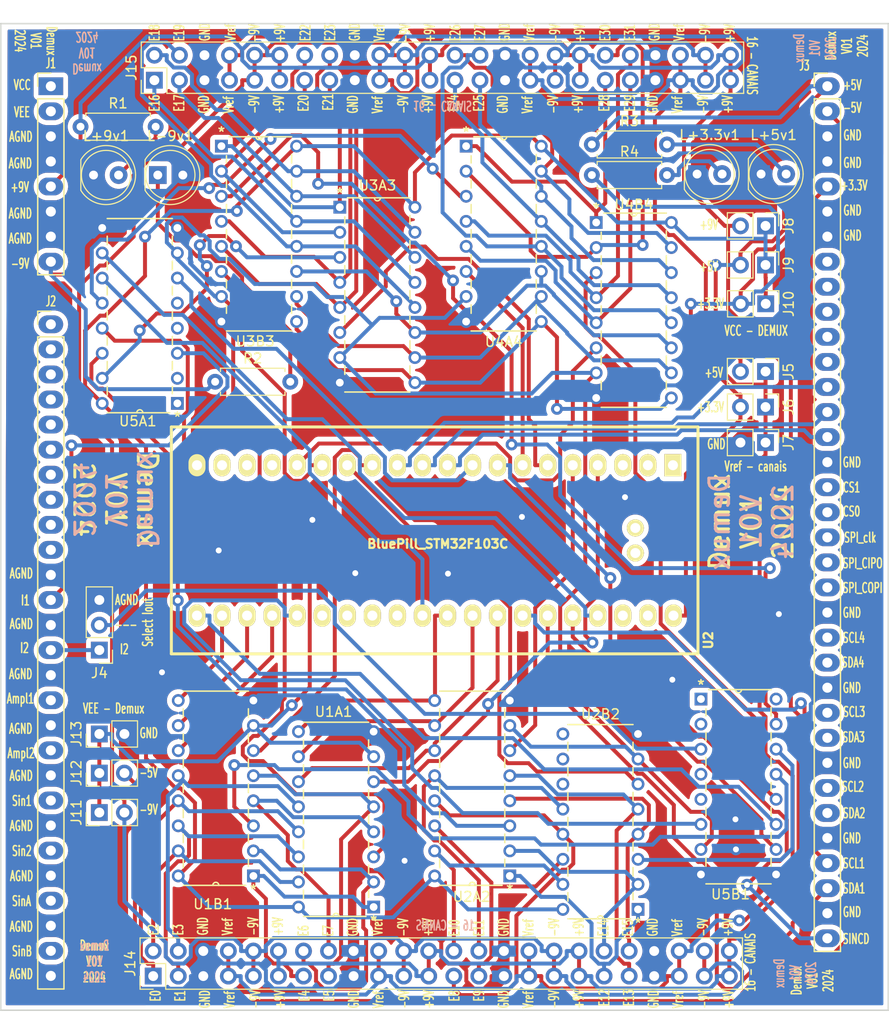
<source format=kicad_pcb>
(kicad_pcb (version 20221018) (generator pcbnew)
  (title_block (title "Barramento V04") (date "2024-02-05") (rev "v04") (company "EITduino") (comment 1 "Autor: Gustavo Pinheiro") (comment 2 "Barramento proposto para uma placa 90x100 mm") (comment 3 "placa de face dupla") (comment 4 "Pinos AGND e DGND"))
  (layers (0 "F.Cu" signal) (31 "B.Cu" signal) (34 "B.Paste" user) (35 "F.Paste" user) (36 "B.SilkS" user "B.Silkscreen") (37 "F.SilkS" user "F.Silkscreen") (38 "B.Mask" user) (39 "F.Mask" user) (44 "Edge.Cuts" user))
  (net 0 "")
  (net 1 "+9V")
  (net 2 "-9V")
  (net 3 "+5V")
  (net 4 "-5V")
  (net 5 "+3.3V")
  (net 10 "Earth")
  (net 12 "I1")
  (net 13 "I2")
  (net 14 "Ampl1")
  (net 15 "Ampl2")
  (net 16 "Sin1")
  (net 17 "Sin2")
  (net 18 "SinA")
  (net 19 "SinB")
  (net 20 "SPI_COPI")
  (net 21 "SPI_CIPO")
  (net 22 "SPI_clk")
  (net 23 "CS1")
  (net 24 "CS0")
  (net 25 "SCL3")
  (net 26 "SDA3")
  (net 27 "SCL2")
  (net 28 "SDA2")
  (net 29 "SCL1")
  (net 30 "SDA1")
  (net 31 "VCC")
  (net 32 "VEE")
  (net 43 "SINCD")
  (net 44 "SCL4")
  (net 45 "SDA4")
  (net 46 "SINC_C")
  (net 47 "SINC_B")
  (net 48 "SINC_A")
  (net 49 "In_B")
  (net 50 "Vref")
  (net 51 "VCC_DEMUX")
  (net 52 "VEE_DEMUX")
  (net 53 "E0")
  (net 54 "E1")
  (net 55 "E2")
  (net 56 "E3")
  (net 57 "E4")
  (net 58 "E5")
  (net 59 "E6")
  (net 60 "E7")
  (net 61 "E8")
  (net 62 "E9")
  (net 63 "E10")
  (net 64 "E11")
  (net 65 "E12")
  (net 66 "E13")
  (net 67 "E14")
  (net 68 "E15")
  (net 69 "DEMUXA1")
  (net 70 "Enable_A1")
  (net 71 "A_S2")
  (net 72 "A_S1")
  (net 73 "A_S0")
  (net 74 "DEMUXB1")
  (net 75 "Enable_B1")
  (net 76 "B_S2")
  (net 77 "B_S1")
  (net 78 "B_S0")
  (net 81 "Enable_A2")
  (net 82 "Enable_A3")
  (net 83 "Enable_A4")
  (net 85 "Enable_B2")
  (net 86 "Enable_B3")
  (net 87 "Enable_B4")
  (net 91 "B_S3")
  (net 96 "A_S3")
  (net 97 "B_S4")
  (net 98 "A_S4")
  (net 103 "DEMUXA2")
  (net 104 "DEMUXB2")
  (net 105 "SB2")
  (net 106 "SB1")
  (net 107 "SB0")
  (net 108 "E20")
  (net 109 "E22")
  (net 110 "DEMUXA3")
  (net 111 "E23")
  (net 112 "E21")
  (net 113 "S2")
  (net 114 "S1")
  (net 115 "S0")
  (net 116 "E19")
  (net 117 "E16")
  (net 118 "E17")
  (net 119 "E18")
  (net 120 "DEMUXB3")
  (net 121 "E28")
  (net 122 "E30")
  (net 123 "DEMUXA4")
  (net 124 "E31")
  (net 125 "E29")
  (net 126 "E27")
  (net 127 "E24")
  (net 128 "E25")
  (net 129 "E26")
  (net 130 "DEMUXB4")
  (net 135 "Enable_A")
  (net 140 "Enable_B")
  (net 142 "Net-(L+3.3v1-A)")
  (net 143 "Net-(L+5v1-A)")
  (net 144 "Net-(L+9v1-A)")
  (net 145 "Net-(L-9v1-K)")
  (footprint "74HC4051N:N16" (layer "F.Cu") (at 168 87.94)
    (fp_text reference "U4B4")
    (fp_text value "74HC4051")
  )
  (footprint "Connector_PinHeader_2.54mm:PinHeader_1x02_P2.54mm_Vertical" (layer "F.Cu") (at 110 125.9629 90)
    (fp_text reference "J12")
    (fp_text value "-5Vmux")
  )
  (footprint "Connector_PinHeader_2.54mm:PinHeader_1x02_P2.54mm_Vertical" (layer "F.Cu") (at 110 129.9629 90)
    (fp_text reference "J11")
    (fp_text value "-9Vmux")
  )
  (footprint "74HC4051N:N16" (layer "F.Cu") (at 110.29 70.71 180)
    (fp_text reference "U5A1")
    (fp_text value "74HC4051")
  )
  (footprint "Connector_PinHeader_2.54mm:PinHeader_2x24_P2.54mm_Vertical" (layer "F.Cu") (at 115.58 55.74 90)
    (fp_text reference "J15")
    (fp_text value "conectorEletrodos")
  )
  (footprint "Connector_PinHeader_2.54mm:PinHeader_1x02_P2.54mm_Vertical" (layer "F.Cu") (at 177.55 85.2629 -90)
    (fp_text reference "J5")
    (fp_text value "Conn_01x02")
  )
  (footprint "Connector_PinHeader_2.54mm:PinHeader_2x24_P2.54mm_Vertical" (layer "F.Cu") (at 115.46 146.54 90)
    (fp_text reference "J14")
    (fp_text value "conectorEletrodos")
  )
  (footprint "Connector_PinHeader_2.54mm:PinHeader_1x02_P2.54mm_Vertical" (layer "F.Cu") (at 177.5693 78.4 -90)
    (fp_text reference "J10")
    (fp_text value "+3.3Vmux")
  )
  (footprint "Connector_PinHeader_2.54mm:PinHeader_1x35_P2.54mm_Vertical" (layer "F.Cu") (at 183.82 56.35)
    (fp_text reference "J3")
    (fp_text value "comunicacao / sinais digitais" hide)
  )
  (footprint "Resistor_THT:R_Axial_DIN0207_L6.3mm_D2.5mm_P7.62mm_Horizontal" (layer "F.Cu") (at 159.94 65.35)
    (fp_text reference "R4")
    (fp_text value "510")
  )
  (footprint "74HC4051N:N16" (layer "F.Cu") (at 142 86.39)
    (fp_text reference "U3A3")
    (fp_text value "74HC4051")
  )
  (footprint "74HC4051N:N16" (layer "F.Cu") (at 130 80.2)
    (fp_text reference "U3B3")
    (fp_text value "74HC4051")
  )
  (footprint "Connector_PinHeader_2.54mm:PinHeader_1x02_P2.54mm_Vertical" (layer "F.Cu") (at 177.55 74.4629 -90)
    (fp_text reference "J9")
    (fp_text value "+5Vmux")
  )
  (footprint "74HC4051N:N16" (layer "F.Cu") (at 178.62 136.24)
    (fp_text reference "U5B1")
    (fp_text value "74HC4051")
  )
  (footprint "Connector_PinHeader_2.54mm:PinHeader_1x03_P2.54mm_Vertical" (layer "F.Cu") (at 110 113.5 180)
    (fp_text reference "J4")
    (fp_text value "Conn_01x03")
  )
  (footprint "74HC4051N:N16" (layer "F.Cu") (at 144 118.61 180)
    (fp_text reference "U2A2")
    (fp_text value "74HC4051")
  )
  (footprint "Connector_PinHeader_2.54mm:PinHeader_1x02_P2.54mm_Vertical" (layer "F.Cu") (at 110 122 90)
    (fp_text reference "J13")
    (fp_text value "GNDmux")
  )
  (footprint "Connector_PinHeader_2.54mm:PinHeader_1x08_P2.54mm_Vertical" (layer "F.Cu") (at 105.08 56.35)
    (fp_text reference "J1")
    (fp_text value "alimentacao analogica" hide)
  )
  (footprint "Connector_PinHeader_2.54mm:PinHeader_1x27_P2.54mm_Vertical" (layer "F.Cu") (at 105.08 80.48)
    (fp_text reference "J2")
    (fp_text value "sinais analogicos" hide)
  )
  (footprint "Resistor_THT:R_Axial_DIN0207_L6.3mm_D2.5mm_P7.62mm_Horizontal" (layer "F.Cu") (at 121.74 86.3)
    (fp_text reference "R2")
    (fp_text value "1.5k")
  )
  (footprint "LED_THT:LED_D5.0mm" (layer "F.Cu") (at 170.61 65.25)
    (fp_text reference "L+3.3v1")
    (fp_text value "LED Yelow")
  )
  (footprint "LED_THT:LED_D5.0mm" (layer "F.Cu") (at 109.41 65.35)
    (fp_text reference "L+9v1")
    (fp_text value "LED Blue")
  )
  (footprint "LED_THT:LED_D5.0mm" (layer "F.Cu") (at 115.925 65.35)
    (fp_text reference "L-9v1")
    (fp_text value "LED Red")
  )
  (footprint "Resistor_THT:R_Axial_DIN0207_L6.3mm_D2.5mm_P7.62mm_Horizontal" (layer "F.Cu") (at 159.94 62.25)
    (fp_text reference "R3")
    (fp_text value "470")
  )
  (footprint "Resistor_THT:R_Axial_DIN0207_L6.3mm_D2.5mm_P7.62mm_Horizontal" (layer "F.Cu") (at 108.09 60.45)
    (fp_text reference "R1")
    (fp_text value "1.5k")
  )
  (footprint "74HC4051N:N16" (layer "F.Cu") (at 157 122 180)
    (fp_text reference "U2B2")
    (fp_text value "74HC4051")
  )
  (footprint "74HC4051N:N16" (layer "F.Cu") (at 154.81 80.2)
    (fp_text reference "U4A4")
    (fp_text value "74HC4051")
  )
  (footprint "Connector_PinHeader_2.54mm:PinHeader_1x02_P2.54mm_Vertical" (layer "F.Cu") (at 177.55 88.8629 -90)
    (fp_text reference "J6")
    (fp_text value "Conn_01x02")
  )
  (footprint "BluePill_STM32:BluePill_STM32F103C" (layer "F.Cu") (at 168.11 94.76 -90)
    (fp_text reference "U2")
    (fp_text value "BluePill_STM32F103C")
  )
  (footprint "Connector_PinHeader_2.54mm:PinHeader_1x02_P2.54mm_Vertical" (layer "F.Cu") (at 177.55 70.5 -90)
    (fp_text reference "J8")
    (fp_text value "+9Vmux")
  )
  (footprint "LED_THT:LED_D5.0mm" (layer "F.Cu") (at 177.1 65.25)
    (fp_text reference "L+5v1")
    (fp_text value "LED Green")
  )
  (footprint "Connector_PinHeader_2.54mm:PinHeader_1x02_P2.54mm_Vertical" (layer "F.Cu") (at 177.55 92.4629 -90)
    (fp_text reference "J7")
    (fp_text value "Conn_01x02")
  )
  (footprint "74HC4051N:N16" (layer "F.Cu") (at 130.19 121.76 180)
    (fp_text reference "U1A1")
    (fp_text value "74HC4051")
  )
  (footprint "74HC4051N:N16" (layer "F.Cu") (at 118 118.61 180)
    (fp_text reference "U1B1")
    (fp_text value "74HC4051")
  )
  (gr_line (start 190 50) (end 100 50) (stroke (width 0.15)) (layer "Edge.Cuts"))
  (gr_line (start 190 150) (end 190 50) (stroke (width 0.15)) (layer "Edge.Cuts"))
  (gr_line (start 189.99982 149.9998) (end 100 149.9998) (stroke (width 0.15)) (layer "Edge.Cuts"))
  (gr_line (start 100 50) (end 100 149.9998) (stroke (width 0.15)) (layer "Edge.Cuts"))
  (gr_text "Demux\nV01\n2024" (at 180.5 100.5 90) (layer "B.SilkS") (effects (font (size 2 2) (thickness 0.3)) (justify bottom mirror)))
  (gr_text "Demux\nV01\n2024" (at 184.75 52.5 90) (layer "B.SilkS") (effects (font (size 1 0.6) (thickness 0.15) bold) (justify bottom mirror)))
  (gr_text "16 - CANAIS\n" (at 142 142) (layer "B.SilkS") (effects (font (size 1 0.6) (thickness 0.15) bold) (justify right bottom mirror)))
  (gr_text "16 - CANAIS\n" (at 141.75 57.75 180) (layer "B.SilkS") (effects (font (size 1 0.6) (thickness 0.15) bold) (justify left bottom mirror)))
  (gr_text "Demux\nV01\n2024" (at 182.75 146.25 90) (layer "B.SilkS") (effects (font (size 1 0.6) (thickness 0.15) bold) (justify bottom mirror)))
  (gr_text "Demux\nV01\n2024" (at 108.75 50.75 180) (layer "B.SilkS") (effects (font (size 1 0.6) (thickness 0.15) bold) (justify bottom mirror)))
  (gr_text "Demux\nV01\n2024" (at 107.25 98.25 270) (layer "B.SilkS") (effects (font (size 2 2) (thickness 0.3)) (justify bottom mirror)))
  (gr_text "Demux\nV01\n2024" (at 109.5 147.25) (layer "B.SilkS") (effects (font (size 1 0.6) (thickness 0.15) bold) (justify bottom mirror)))
  (gr_text "E15" (at 163.6 142.6 90) (layer "F.SilkS") (effects (font (size 1 0.6) (thickness 0.15) bold) (justify left)))
  (gr_text "-9V" (at 140.9 149.9 90) (layer "F.SilkS") (effects (font (size 1 0.6) (thickness 0.15) bold) (justify left)))
  (gr_text "Demux\nV01\n2024" (at 107.25 98.25 -90) (layer "F.SilkS") (effects (font (size 2 2) (thickness 0.3)) (justify bottom)))
  (gr_text "-9V" (at 156 59.2 90) (layer "F.SilkS") (effects (font (size 1 0.6) (thickness 0.15) bold) (justify left)))
  (gr_text "GND" (at 166.1 142.6 90) (layer "F.SilkS") (effects (font (size 1 0.6) (thickness 0.15) bold) (justify left)))
  (gr_text "Demux\nV01\n2024" (at 109.5 147.25) (layer "F.SilkS") (effects (font (size 1 0.6) (thickness 0.15) bold) (justify bottom)))
  (gr_text "SDA1" (at 185.2967 137.652966) (layer "F.SilkS") (effects (font (size 1 0.6) (thickness 0.15) bold) (justify left)))
  (gr_text "-9V" (at 125.6 142.5 90) (layer "F.SilkS") (effects (font (size 1 0.6) (thickness 0.15) bold) (justify left)))
  (gr_text "AGND" (at 100.714418 64.168158) (layer "F.SilkS") (effects (font (size 1 0.6) (thickness 0.15) bold) (justify left)))
  (gr_text "GND" (at 166.2 149.9 90) (layer "F.SilkS") (effects (font (size 1 0.6) (thickness 0.15) bold) (justify left)))
  (gr_text "SinA" (at 101.052955 138.942119) (layer "F.SilkS") (effects (font (size 1 0.6) (thickness 0.15) bold) (justify left)))
  (gr_text "Vref\n" (at 123.1 59.2 90) (layer "F.SilkS") (effects (font (size 1 0.6) (thickness 0.15) bold) (justify left)))
  (gr_text "E14\n" (at 161.1 142.6 90) (layer "F.SilkS") (effects (font (size 1 0.6) (thickness 0.15) bold) (justify left)))
  (gr_text "E30" (at 161.3 51.87 90) (layer "F.SilkS") (effects (font (size 1 0.6) (thickness 0.15) bold) (justify left)))
  (gr_text "SPI_CIPO\n" (at 187.4 104.7) (layer "F.SilkS") (effects (font (size 1 0.6) (thickness 0.15) bold)))
  (gr_text "+9V\n" (at 173.8 149.9 90) (layer "F.SilkS") (effects (font (size 1 0.6) (thickness 0.15) bold) (justify left)))
  (gr_text "GND" (at 185.2967 117.332966) (layer "F.SilkS") (effects (font (size 1 0.6) (thickness 0.15) bold) (justify left)))
  (gr_text "CS1" (at 185.2967 97.012966) (layer "F.SilkS") (effects (font (size 1 0.6) (thickness 0.15) bold) (justify left)))
  (gr_text "Vref\n" (at 138.2 59.2 90) (layer "F.SilkS") (effects (font (size 1 0.6) (thickness 0.15) bold) (justify left)))
  (gr_text "GND\n" (at 171.55 93.2129) (layer "F.SilkS") (effects (font (size 1 0.6) (thickness 0.15) bold) (justify left bottom)))
  (gr_text "GND" (at 185.355818 72.066258) (layer "F.SilkS") (effects (font (size 1 0.6) (thickness 0.15) bold) (justify left bottom)))
  (gr_text "Vref\n" (at 153.5 142.6 90) (layer "F.SilkS") (effects (font (size 1 0.6) (thickness 0.15) bold) (justify left)))
  (gr_text "-9V" (at 140.8 142.6 90) (layer "F.SilkS") (effects (font (size 1 0.6) (thickness 0.15) bold) (justify left)))
  (gr_text "E29" (at 163.8 59 90) (layer "F.SilkS") (effects (font (size 1 0.6) (thickness 0.15) bold) (justify left)))
  (gr_text "-9V" (at 100.968418 74.328158) (layer "F.SilkS") (effects (font (size 1 0.6) (thickness 0.15) bold) (justify left)))
  (gr_text "-9V" (at 156.2 51.97 90) (layer "F.SilkS") (effects (font (size 1 0.6) (thickness 0.15) bold) (justify left)))
  (gr_text "E7" (at 133.2 142.6 90) (layer "F.SilkS") (effects (font (size 1 0.6) (thickness 0.15) bold) (justify left)))
  (gr_text "Vref\n" (at 123 142.5 90) (layer "F.SilkS") (effects (font (size 1 0.6) (thickness 0.15) bold) (justify left)))
  (gr_text "+9V\n" (at 173.9 51.97 90) (layer "F.SilkS") (effects (font (size 1 0.6) (thickness 0.15) bold) (justify left)))
  (gr_text "+9V\n" (at 128.1 142.5 90) (layer "F.SilkS") (effects (font (size 1 0.6) (thickness 0.15) bold) (justify left)))
  (gr_text "GND" (at 150.9 59.2 90) (layer "F.SilkS") (effects (font (size 1 0.6) (thickness 0.15) bold) (justify left)))
  (gr_text "E22" (at 130.9 51.87 90) (layer "F.SilkS") (effects (font (size 1 0.6) (thickness 0.15) bold) (justify left)))
  (gr_text "E4\n" (at 130.8 149.2 90) (layer "F.SilkS") (effects (font (size 1 0.6) (thickness 0.15) bold) (justify left)))
  (gr_text "+9V\n" (at 128.3 51.97 90) (layer "F.SilkS") (effects (font (size 1 0.6) (thickness 0.15) bold) (justify left)))
  (gr_text "+9V\n" (at 173.7 142.6 90) (layer "F.SilkS") (effects (font (size 1 0.6) (thickness 0.15) bold) (justify left)))
  (gr_text "AGND" (at 100.841415 136.408672) (layer "F.SilkS") (effects (font (size 1 0.6) (thickness 0.15) bold) (justify left)))
  (gr_text "+9V\n" (at 158.5 59.2 90) (layer "F.SilkS") (effects (font (size 1 0.6) (thickness 0.15) bold) (justify left)))
  (gr_text "AGND" (at 100.815048 111.438762) (layer "F.SilkS") (effects (font (size 1 0.6) (thickness 0.15) bold) (justify left bottom)))
  (gr_text "+5V" (at 170.8 75.2129) (layer "F.SilkS") (effects (font (size 1 0.6) (thickness 0.15) bold) (justify left bottom)))
  (gr_text "Vref\n" (at 168.6 142.6 90) (layer "F.SilkS") (effects (font (size 1 0.6) (thickness 0.15) bold) (justify left)))
  (gr_text "E12\n" (at 161.2 149.7 90) (layer "F.SilkS") (effects (font (size 1 0.6) (thickness 0.15) bold) (justify left)))
  (gr_text "+3.3V" (at 170.55 78.9629) (layer "F.SilkS") (effects (font (size 1 0.6) (thickness 0.15) bold) (justify left bottom)))
  (gr_text "Vref\n" (at 123.2 149.9 90) (layer "F.SilkS") (effects (font (size 1 0.6) (thickness 0.15) bold) (justify left)))
  (gr_text "Vref\n" (at 168.6 59.2 90) (layer "F.SilkS") (effects (font (size 1 0.6) (thickness 0.15) bold) (justify left)))
  (gr_text "GND" (at 185.2967 124.952966) (layer "F.SilkS") (effects (font (size 1 0.6) (thickness 0.15) bold) (justify left)))
  (gr_text "-9V\n" (at 114 130.25) (layer "F.SilkS") (effects (font (size 1 0.6) (thickness 0.15) bold) (justify left bottom)))
  (gr_text "E8" (at 146 149.2 90) (layer "F.SilkS") (effects (font (size 1 0.6) (thickness 0.15) bold) (justify left)))
  (gr_text "Vref\n" (at 153.6 51.87 90) (layer "F.SilkS") (effects (font (size 1 0.6) (thickness 0.15) bold) (justify left)))
  (gr_text "Demux\nV01\n2024" (at 101.35 51.75 -90) (layer "F.SilkS") (effects (font (size 1 0.6) (thickness 0.15) bold) (justify bottom)))
  (gr_text "GND" (at 135.9 51.87 90) (layer "F.SilkS") (effects (font (size 1 0.6) (thickness 0.15) bold) (justify left)))
  (gr_text "+3.3V" (at 185.101818 66.986258) (layer "F.SilkS") (effects (font (size 1 0.6) (thickness 0.15) bold) (justify left bottom)))
  (gr_text "E5" (at 133.3 149.2 90) (layer "F.SilkS") (effects (font (size 1 0.6) (thickness 0.15) bold) (justify left)))
  (gr_text "GND" (at 120.6 59.2 90) (layer "F.SilkS") (effects (font (size 1 0.6) (thickness 0.15) bold) (justify left)))
  (gr_text "E13" (at 163.7 149.7 90) (layer "F.SilkS") (effects (font (size 1 0.6) (thickness 0.15) bold) (justify left)))
  (gr_text "E28" (at 161.2 59 90) (layer "F.SilkS") (effects (font (size 1 0.6) (thickness 0.15) bold) (justify left)))
  (gr_text "GND" (at 151.1 51.87 90) (layer "F.SilkS") (effects (font (size 1 0.6) (thickness 0.15) bold) (justify left)))
  (gr_text "E24" (at 145.9 59 90) (layer "F.SilkS") (effects (font (size 1 0.6) (thickness 0.15) bold) (justify left)))
  (gr_text "Vref\n" (at 168.8 51.87 90) (layer "F.SilkS") (effects (font (size 1 0.6) (thickness 0.15) bold) (justify left)))
  (gr_text "+9V\n" (at 143.5 51.97 90) (layer "F.SilkS") (effects (font (size 1 0.6) (thickness 0.15) bold) (justify left)))
  (gr_text "GND" (at 185.355818 64.700258) (layer "F.SilkS") (effects (font (size 1 0.6) (thickness 0.15) bold) (justify left bottom)))
  (gr_text "AGND" (at 100.714418 71.788158) (layer "F.SilkS") (effects (font (size 1 0.6) (thickness 0.15) bold) (justify left)))
  (gr_text "16 - CANAIS\n" (at 176.6 148.2 90) (layer "F.SilkS") (effects (font (size 1 0.6) (thickness 0.15) bold) (justify left bottom)))
  (gr_text "Vref\n" (at 168.7 149.9 90) (layer "F.SilkS") (effects (font (size 1 0.6) (thickness 0.15) bold) (justify left)))
  (gr_text "GND" (at 185.2967 109.712966) (layer "F.SilkS") (effects (font (size 1 0.6) (thickness 0.15) bold) (justify left)))
  (gr_text "AGND" (at 100.808342 146.925608) (layer "F.SilkS") (effects (font (size 1 0.6) (thickness 0.15) bold) (justify left bottom)))
  (gr_text "-9V" (at 141 51.97 90) (layer "F.SilkS") (effects (font (size 1 0.6) (thickness 0.15) bold) (justify left)))
  (gr_text "I2\n" (at 112 114) (layer "F.SilkS") (effects (font (size 1 0.6) (thickness 0.15) bold) (justify left bottom)))
  (gr_text "Sin1" (at 101.052955 128.782119) (layer "F.SilkS") (effects (font (size 1 0.6) (thickness 0.15) bold) (justify left)))
  (gr_text "GND" (at 135.8 149.9 90) (layer "F.SilkS") (effects (font (size 1 0.6) (thickness 0.15) bold) (justify left)))
  (gr_text "E3" (at 118 142.5 90) (layer "F.SilkS") (effects (font (size 1 0.6) (thickness 0.15) bold) (justify left)))
  (gr_text "E19" (at 118.1 51.87 90) (layer "F.SilkS") (effects (font (size 1 0.6) (thickness 0.15) bold) (justify left)))
  (gr_text "E18\n" (at 115.6 51.87 90) (layer "F.SilkS") (effects (font (size 1 0.6) (thickness 0.15) bold) (justify left)))
  (gr_text "GND" (at 166.3 51.87 90) (layer "F.SilkS") (effects (font (size 1 0.6) (thickness 0.15) bold) (justify left)))
  (gr_text "AGND" (at 100.814926 131.322118) (layer "F.SilkS") (effects (font (size 1 0.6) (thickness 0.15) bold) (justify left)))
  (gr_text "+5V\n" (at 185.355818 56.826258) (layer "F.SilkS") (effects (font (size 1 0.6) (thickness 0.15) bold) (justify left bottom)))
  (gr_text "SCL2" (at 185.1967 127.352966) (layer "F.SilkS") (effects (font (size 1 0.6) (thickness 0.15) bold) (justify left)))
  (gr_text "GND" (at 135.7 142.6 90) (layer "F.SilkS") (effects (font (size 1 0.6) (thickness 0.15) bold) (justify left)))
  (gr_text "-5V" (at 185.355818 59.112258) (layer "F.SilkS") (effects (font (size 1 0.6) (thickness 0.15) bold) (justify left bottom)))
  (gr_text "-9V" (at 125.7 51.97 90) (layer "F.SilkS") (effects (font (size 1 0.6) (thickness 0.15) bold) (justify left)))
  (gr_text "-9V" (at 140.8 59.2 90) (layer "F.SilkS") (effects (font (size 1 0.6) (thickness 0.15) bold) (justify left)))
  (gr_text "+3.3V" (at 170.55 89.4629) (layer "F.SilkS") (effects (font (size 1 0.6) (thickness 0.15) bold) (justify left bottom)))
  (gr_text "Select Iout" (at 115.5 113.25 90) (layer "F.SilkS") (effects (font (size 1 0.6) (thickness 0.15) bold) (justify left bottom)))
  (gr_text "E21" (at 133.2 58.9 90) (layer "F.SilkS") (effects (font (size 1 0.6) (thickness 0.15) bold) (justify left)))
  (gr_text "AGND" (at 100.773918 61.466501) (layer "F.SilkS") (effects (font (size 1 0.6) (thickness 0.15) bold) (justify left)))
  (gr_text "Demux\nV01\n2024" (at 180.5 100.5 90) (layer "F.SilkS") (effects (font (size 2 2) (thickness 0.3)) (justify bottom)))
  (gr_text "SDA3" (at 185.259509 122.916321) (layer "F.SilkS") (effects (font (size 1 0.6) (thickness 0.15) bold) (justify left bottom)))
  (gr_text "E16" (at 115.6 59 90) (layer "F.SilkS") (effects (font (size 1 0.6) (thickness 0.15) bold) (justify left)))
  (gr_text "E31" (at 163.8 51.87 90) (layer "F.SilkS") (effects (font (size 1 0.6) (thickness 0.15) bold) (justify left)))
  (gr_text "GND" (at 135.7 59.2 90) (layer "F.SilkS") (effects (font (size 1 0.6) (thickness 0.15) bold) (justify left)))
  (gr_text "E9" (at 148.5 149.2 90) (layer "F.SilkS") (effects (font (size 1 0.6) (thickness 0.15) bold) (justify left)))
  (gr_text "---" (at 111.5 111.5) (layer "F.SilkS") (effects (font (size 1 0.6) (thickness 0.15) bold) (justify left bottom)))
  (gr_text "SDA4\n" (at 185.1967 114.752966) (layer "F.SilkS") (effects (font (size 1 0.6) (thickness 0.15) bold) (justify left)))
  (gr_text "-9V" (at 125.8 149.9 90) (layer "F.SilkS") (effects (font (size 1 0.6) (thickness 0.15) bold) (justify left)))
  (gr_text "E23" (at 133.4 51.87 90) (layer "F.SilkS") (effects (font (size 1 0.6) (thickness 0.15) bold) (justify left)))
  (gr_text "E20\n" (at 130.7 59 90) (layer "F.SilkS") (effects (font (size 1 0.6) (thickness 0.15) bold) (justify left)))
  (gr_text "Vref\n" (at 123.3 51.87 90) (layer "F.SilkS") (effects (font (size 1 0.6) (thickness 0.15) bold) (justify left)))
  (gr_text "-9V" (at 125.7 59.2 90) (layer "F.SilkS") (effects (font (size 1 0.6) (thickness 0.15) bold) (justify left)))
  (gr_text "Ampl2" (at 100.590097 123.953588) (layer "F.SilkS") (effects (font (size 1 0.6) (thickness 0.15) bold) (justify left)))
  (gr_text "GND" (at 151 142.6 90) (layer "F.SilkS") (effects (font (size 1 0.6) (thickness 0.15) bold) (justify left)))
  (gr_text "+9V\n" (at 128.2 59.2 90) (layer "F.SilkS") (effects (font (size 1 0.6) (thickness 0.15) bold) (justify left)))
  (gr_text "GND" (at 185.355818 61.906258) (layer "F.SilkS") (effects (font (size 1 0.6) (thickness 0.15) bold) (justify left bottom)))
  (gr_text "SINCD" (at 185.29297 142.774095) (layer "F.SilkS") (effects (font (size 1 0.6) (thickness 0.15) bold) (justify left)))
  (gr_text "+9V\n" (at 170.8 70.9629) (layer "F.SilkS") (effects (font (size 1 0.6) (thickness 0.15) bold) (justify left bottom)))
  (gr_text "16 - CANAIS\n" (at 175.6 51.2 -90) (layer "F.SilkS") (effects (font (size 1 0.6) (thickness 0.15) bold) (justify left bottom)))
  (gr_text "-9V" (at 156.1 149.9 90) (layer "F.SilkS") (effects (font (size 1 0.6) (thickness 0.15) bold) (justify left)))
  (gr_text "AGND" (at 100.714418 69.248158) (layer "F.SilkS") (effects (font (size 1 0.6) (thickness 0.15) bold) (justify left)))
  (gr_text "+9V\n" (at 158.6 142.6 90) (layer "F.SilkS") (effects (font (size 1 0.6) (thickness 0.15) bold) (justify left)))
  (gr_text "+9V\n" (at 143.3 59.2 90) (layer "F.SilkS") (effects (font (size 1 0.6) (thickness 0.15) bold) (justify left)))
  (gr_text "Vref\n" (at 153.4 59.2 90) (layer "F.SilkS") (effects (font (size 1 0.6) (thickness 0.15) bold) (justify left)))
  (gr_text "GND" (at 151 149.9 90) (layer "F.SilkS") (effects (font (size 1 0.6) (thickness 0.15) bold) (justify left)))
  (gr_text "CS0" (at 185.2967 99.45) (layer "F.SilkS") (effects (font (size 1 0.6) (thickness 0.15) bold) (justify left)))
  (gr_text "VCC" (at 101.222418 56.802158) (layer "F.SilkS") (effects (font (size 1 0.6) (thickness 0.15) bold) (justify left bottom)))
  (gr_text "GND\n" (at 114 122.5) (layer "F.SilkS") (effects (font (size 1 0.6) (thickness 0.15) bold) (justify left bottom)))
  (gr_text "-9V" (at 171.4 51.97 90) (layer "F.SilkS") (effects (font (size 1 0.6) (thickness 0.15) bold) (justify left)))
  (gr_text "E10\n" (at 146 142.6 90) (layer "F.SilkS") (effects (font (size 1 0.6) (thickness 0.15) bold) (justify left)))
  (gr_text "E0\n" (at 115.7 149.2 90) (layer "F.SilkS") (effects (font (size 1 0.6) (thickness 0.15) bold) (justify left)))
  (gr_text "E26" (at 146.1 51.87 90) (layer "F.SilkS") (effects (font (size 1 0.6) (thickness 0.15) bold) (justify left)))
  (gr_text "-9V" (at 156.1 142.6 90) (layer "F.SilkS") (effects (font (size 1 0.6) (thickness 0.15) bold) (justify left)))
  (gr_text "E6" (at 130.7 142.6 90) (layer "F.SilkS") (effects (font (size 1 0.6) (thickness 0.15) bold) (justify left)))
  (gr_text "VEE\n" (at 101.255208 58.978606) (layer "F.SilkS") (effects (font (size 1 0.6) (thickness 0.15) bold) (justify left)))
  (gr_text "GND" (at 120.7 149.9 90) (layer "F.SilkS") (effects (font (size 1 0.6) (thickness 0.15) bold) (justify left)))
  (gr_text "+9V\n" (at 128.3 149.9 90) (layer "F.SilkS") (effects (font (size 1 0.6) (thickness 0.15) bold) (justify left)))
  (gr_text "I2\n" (at 101.881993 113.87284) (layer "F.SilkS") (effects (font (size 1 0.6) (thickness 0.15) bold) (justify left bottom)))
  (gr_text "GND" (at 166.1 59.2 90) (layer "F.SilkS") (effects (font (size 1 0.6) (thickness 0.15) bold) (justify left)))
  (gr_text "SCL4\n" (at 185.2967 112.252966) (layer "F.SilkS") (effects (font (size 1 0.6) (thickness 0.15) bold) (justify left)))
  (gr_text "GND" (at 185.355818 69.526258) (layer "F.SilkS") (effects (font (size 1 0.6) (thickness 0.15) bold) (justify left bottom)))
  (gr_text "SinB" (at 101.052955 144.022119) (layer "F.SilkS") (effects (font (size 1 0.6) (thickness 0.15) bold) (justify left)))
  (gr_text "Vref\n" (at 153.5 149.9 90) (layer "F.SilkS") (effects (font (size 1 0.6) (thickness 0.15) bold) (justify left)))
  (gr_text "AGND" (at 100.801941 126.242119) (layer "F.SilkS") (effects (font (size 1 0.6) (thickness 0.15) bold) (justify left)))
  (gr_text "VCC - DEMUX\n" (at 173.3 81.7129) (layer "F.SilkS") (effects (font (size 1 0.6) (thickness 0.15) bold) (justify left bottom)))
  (gr_text "SDA2" (at 185.2967 130.032966) (layer "F.SilkS") (effects (font (size 1 0.6) (thickness 0.15) bold) (justify left)))
  (gr_text "SPI_clk\n" (at 187.15 102.092966) (layer "F.SilkS") (effects (font (size 1 0.6) (thickness 0.15) bold)))
  (gr_text "Vref\n" (at 138.2 142.5 90) (layer "F.SilkS") (effects (font (size 1 0.6) (thickness 0.15) bold) (justify left)))
  (gr_text "GND" (at 185.2967 94.472966) (layer "F.SilkS") (effects (font (size 1 0.6) (thickness 0.15) bold) (justify left)))
  (gr_text "E11" (at 148.5 142.6 90) (layer "F.SilkS") (effects (font (size 1 0.6) (thickness 0.15) bold) (justify left)))
  (gr_text "E27" (at 148.6 51.87 90) (layer "F.SilkS") (effects (font (size 1 0.6) (thickness 0.15) bold) (justify left)))
  (gr_text "+9V\n" (at 158.7 51.97 90) (layer "F.SilkS") (effects (font (size 1 0.6) (thickness 0.15) bold) (justify left)))
  (gr_text "AGND" (at 100.752029 116.51861) (layer "F.SilkS") (effects (font (size 1 0.6) (thickness 0.15) bold) (justify left bottom)))
  (gr_text "I1" (at 101.965958 108.462271) (layer "F.SilkS") (effects (font (size 1 0.6) (thickness 0.15) bold) (justify left)))
  (gr_text "+9V\n" (at 143.3 142.6 90) (layer "F.SilkS") (effects (font (size 1 0.6) (thickness 0.15) bold) (justify left)))
  (gr_text "GND" (at 185.3078 140.635253) (layer "F.SilkS") (effects (font (size 1 0.6) (thickness 0.15) bold) (justify left bottom)))
  (gr_text "AGND" (at 100.755457 121.473179) (layer "F.SilkS") (effects (font (size 1 0.6) (thickness 0.15) bold) (justify left)))
  (gr_text "AGND" (at 100.808342 141.534851) (layer "F.SilkS") (effects (font (size 1 0.6) (thickness 0.15) bold) (justify left)))
  (gr_text "VEE - Demux\n" (at 108.25 120) (layer "F.SilkS") (effects (font (size 1 0.6) (thickness 0.15) bold) (justify left bottom)))
  (gr_text "+9V\n" (at 143.4 149.9 90) (layer "F.SilkS") (effects (font (size 1 0.6) (thickness 0.15) bold) (justify left)))
  (gr_text "Sin2\n" (at 101.052955 133.862119) (layer "F.SilkS") (effects (font (size 1 0.6) (thickness 0.15) bold) (justify left)))
  (gr_text "+9V\n" (at 100.93014 66.579378) (layer "F.SilkS") (effects (font (size 1 0.6) (thickness 0.15) bold) (justify left)))
  (gr_text "+5V" (at 171.3 85.9629) (layer "F.SilkS") (effects (font (size 1 0.6) (thickness 0.15) bold) (justify left bottom)))
  (gr_text "-9V" (at 171.2 142.6 90) (layer "F.SilkS") (effects (font (size 1 0.6) (thickness 0.15) bold) (justify left)))
  (gr_text "AGND" (at 100.815048 106.319197) (layer "F.SilkS") (effects (font (size 1 0.6) (thickness 0.15) bold) (justify left bottom)))
  (gr_text "GND" (at 185.2967 132.572966) (layer "F.SilkS") (effects (font (size 1 0.6) (thickness 0.15) bold) (justify left)))
  (gr_text "+9V\n" (at 173.7 59.2 90) (layer "F.SilkS") (effects (font (size 1 0.6) (thickness 0.15) bold) (justify left)))
  (gr_text "E17" (at 118.1 59 90) (layer "F.SilkS") (effects (font (size 1 0.6) (thickness 0.15) bold) (justify left)))
  (gr_text "Demux\nV01\n2024" (at 184.5 147 90) (layer "F.SilkS") (effects (font (size 1 0.6) (thickness 0.15) bold) (justify bottom)))
  (gr_text "-9V" (at 171.2 59.2 90) (layer "F.SilkS") (effects (font (size 1 0.6) (thickness 0.15) bold) (justify left)))
  (gr_text "GND" (at 120.5 142.5 90) (layer "F.SilkS") (effects (font (size 1 0.6) (thickness 0.15) bold) (justify left)))
  (gr_text "SCL1\n" (at 185.2967 135.112966) (layer "F.SilkS") (effects (font (size 1 0.6) (thickness 0.15) bold) (justify left)))
  (gr_text "SPI_COPI\n" (at 187.4 107.2) (layer "F.SilkS") (effects (font (size 1 0.6) (thickness 0.15) bold)))
  (gr_text "Vref\n" (at 138.3 149.9 90) (layer "F.SilkS") (effects (font (size 1 0.6) (thickness 0.15) bold) (justify left)))
  (gr_text "AGND" (at 111.5 109) (layer "F.SilkS") (effects (font (size 1 0.6) (thickness 0.15) bold) (justify left bottom)))
  (gr_text "-9V" (at 171.3 149.9 90) (layer "F.SilkS") (effects (font (size 1 0.6) (thickness 0.15) bold) (justify left)))
  (gr_text "-5V" (at 114 126.5) (layer "F.SilkS") (effects (font (size 1 0.6) (thickness 0.15) bold) (justify left bottom)))
  (gr_text "Demux\nV01\n2024" (at 188 52.25 90) (layer "F.SilkS") (effects (font (size 1 0.6) (thickness 0.15) bold) (justify bottom)))
  (gr_text "SCL3" (at 185.323306 120.34851) (layer "F.SilkS") (effects (font (size 1 0.6) (thickness 0.15) bold) (justify left bottom)))
  (gr_text "+9V\n" (at 158.6 149.9 90) (layer "F.SilkS") (effects (font (size 1 0.6) (thickness 0.15) bold) (justify left)))
  (gr_text "Vref\n" (at 138.4 51.87 90) (layer "F.SilkS") (effects (font (size 1 0.6) (thickness 0.15) bold) (justify left)))
  (gr_text "E1" (at 118.2 149.2 90) (layer "F.SilkS") (effects (font (size 1 0.6) (thickness 0.15) bold) (justify left)))
  (gr_text "E25" (at 148.5 59 90) (layer "F.SilkS") (effects (font (size 1 0.6) (thickness 0.15) bold) (justify left)))
  (gr_text "GND" (at 120.7 51.87 90) (layer "F.SilkS") (effects (font (size 1 0.6) (thickness 0.15) bold) (justify left)))
  (gr_text "Ampl1" (at 100.523953 118.99277) (layer "F.SilkS") (effects (font (size 1 0.6) (thickness 0.15) bold) (justify left bottom)))
  (gr_text "Vref - canais\n" (at 173.3 95.4629) (layer "F.SilkS") (effects (font (size 1 0.6) (thickness 0.15) bold) (justify left bottom)))
  (gr_text "E2\n" (at 115.5 142.5 90) (layer "F.SilkS") (effects (font (size 1 0.6) (thickness 0.15) bold) (justify left)))
  (segment (start 158.64 144) (end 158.64 146.54) (width 0.4) (layer "F.Cu") (net 1))
  (segment (start 143.4 144) (end 143.4 146.54) (width 0.4) (layer "F.Cu") (net 1))
  (segment (start 173.88 144) (end 173.88 142.7481) (width 0.4) (layer "F.Cu") (net 1))
  (segment (start 180.1165 119.2768) (end 180.1165 85.7938) (width 0.4) (layer "F.Cu") (net 1))
  (segment (start 175.01 70.5) (end 173.757 70.5) (width 0.4) (layer "F.Cu") (net 1))
  (segment (start 169.286 61.7059) (end 174 56.9919) (width 0.4) (layer "F.Cu") (net 1))
  (segment (start 128.28 53.2) (end 128.28 55.74) (width 0.4) (layer "F.Cu") (net 1))
  (segment (start 173.88 144) (end 173.88 146.54) (width 0.4) (layer "F.Cu") (net 1))
  (segment (start 180.1165 85.7938) (end 180.2567 85.6536) (width 0.4) (layer "F.Cu") (net 1))
  (segment (start 174 53.2) (end 174 55.74) (width 0.4) (layer "F.Cu") (net 1))
  (segment (start 143.52 53.2) (end 143.52 55.74) (width 0.4) (layer "F.Cu") (net 1))
  (segment (start 145.5232 51.9299) (end 144.7719 52.6812) (width 0.4) (layer "F.Cu") (net 1))
  (segment (start 174 55.74) (end 174 56.9919) (width 0.4) (layer "F.Cu") (net 1))
  (segment (start 143.52 53.2) (end 144.7719 53.2) (width 0.4) (layer "F.Cu") (net 1))
  (segment (start 180.2567 84.7596) (end 179.5936 84.0965) (width 0.4) (layer "F.Cu") (net 1))
  (segment (start 173.88 142.7481) (end 174.5183 142.7481) (width 0.4) (layer "F.Cu") (net 1))
  (segment (start 157.5081 53.2) (end 157.5081 52.6523) (width 0.4) (layer "F.Cu") (net 1))
  (segment (start 157.5081 52.6523) (end 156.7857 51.9299) (width 0.4) (layer "F.Cu") (net 1))
  (segment (start 180.2567 85.6536) (end 180.2567 84.7596) (width 0.4) (layer "F.Cu") (net 1))
  (segment (start 144.7719 52.6812) (end 144.7719 53.2) (width 0.4) (layer "F.Cu") (net 1))
  (segment (start 105.08 66.51) (end 108.09 63.5) (width 0.4) (layer "F.Cu") (net 1))
  (segment (start 180.9023 120.0626) (end 180.1165 119.2768) (width 0.4) (layer "F.Cu") (net 1))
  (segment (start 169.286 66.3644) (end 169.286 61.7059) (width 0.4) (layer "F.Cu") (net 1))
  (segment (start 179.5936 84.0965) (end 178.9443 84.0965) (width 0.4) (layer "F.Cu") (net 1))
  (segment (start 108.09 63.5) (end 108.09 60.45) (width 0.4) (layer "F.Cu") (net 1))
  (segment (start 174.5183 142.7481) (end 180.9023 136.3641) (width 0.4) (layer "F.Cu") (net 1))
  (segment (start 173.4216 70.5) (end 169.286 66.3644) (width 0.4) (layer "F.Cu") (net 1))
  (segment (start 156.7857 51.9299) (end 145.5232 51.9299) (width 0.4) (layer "F.Cu") (net 1))
  (segment (start 178.9443 84.0965) (end 173.757 78.9092) (width 0.4) (layer "F.Cu") (net 1))
  (segment (start 173.757 70.5) (end 173.4216 70.5) (width 0.4) (layer "F.Cu") (net 1))
  (segment (start 173.757 78.9092) (end 173.757 70.5) (width 0.4) (layer "F.Cu") (net 1))
  (segment (start 158.76 53.2) (end 157.5081 53.2) (width 0.4) (layer "F.Cu") (net 1))
  (segment (start 180.9023 136.3641) (end 180.9023 120.0626) (width 0.4) (layer "F.Cu") (net 1))
  (segment (start 158.76 55.74) (end 158.76 53.2) (width 0.4) (layer "F.Cu") (net 1))
  (segment (start 158.64 146.54) (end 159.8919 146.54) (width 0.4) (layer "B.Cu") (net 1))
  (segment (start 124.4881 53.7186) (end 125.2394 54.4699) (width 0.4) (layer "B.Cu") (net 1))
  (segment (start 158.76 53.2) (end 160.0119 53.2) (width 0.4) (layer "B.Cu") (net 1))
  (segment (start 145.4031 145.27) (end 144.6519 144.5188) (width 0.4) (layer "B.Cu") (net 1))
  (segment (start 128.28 53.2) (end 127.0281 53.2) (width 0.4) (layer "B.Cu") (net 1))
  (segment (start 142.2501 54.4699) (end 143.52 53.2) (width 0.4) (layer "B.Cu") (net 1))
  (segment (start 126.2648 51.889) (end 125.2214 51.889) (width 0.4) (layer "B.Cu") (net 1))
  (segment (start 157.3881 144) (end 157.3881 144.5477) (width 0.4) (layer "B.Cu") (net 1))
  (segment (start 125.2214 51.889) (end 124.4881 52.6223) (width 0.4) (layer "B.Cu") (net 1))
  (segment (start 142.1481 145.9923) (end 141.4258 145.27) (width 0.4) (layer "B.Cu") (net 1))
  (segment (start 160.0119 53.7188) (end 160.0119 53.2) (width 0.4) (layer "B.Cu") (net 1))
  (segment (start 143.4 144) (end 144.6519 144) (width 0.4) (layer "B.Cu") (net 1))
  (segment (start 108.09 60.45) (end 108.09 58.0549) (width 0.4) (layer "B.Cu") (net 1))
  (segment (start 114.8423 51.3026) (end 123.1684 51.3026) (width 0.4) (layer "B.Cu") (net 1))
  (segment (start 172.0258 54.47) (end 160.7631 54.47) (width 0.4) (layer "B.Cu") (net 1))
  (segment (start 172.7481 53.7477) (end 172.0258 54.47) (width 0.4) (layer "B.Cu") (net 1))
  (segment (start 124.4881 52.6223) (end 124.4881 53.7186) (width 0.4) (layer "B.Cu") (net 1))
  (segment (start 172.6281 147.0877) (end 171.9063 147.8095) (width 0.4) (layer "B.Cu") (net 1))
  (segment (start 157.3881 144.5477) (end 156.6658 145.27) (width 0.4) (layer "B.Cu") (net 1))
  (segment (start 156.6658 145.27) (end 145.4031 145.27) (width 0.4) (layer "B.Cu") (net 1))
  (segment (start 141.4258 145.27) (end 128.16 145.27) (width 0.4) (layer "B.Cu") (net 1))
  (segment (start 173.88 146.54) (end 172.6281 146.54) (width 0.4) (layer "B.Cu") (net 1))
  (segment (start 128.16 144) (end 128.16 145.27) (width 0.4) (layer "B.Cu") (net 1))
  (segment (start 125.2394 54.4699) (end 142.2501 54.4699) (width 0.4) (layer "B.Cu") (net 1))
  (segment (start 172.7481 53.2) (end 172.7481 53.7477) (width 0.4) (layer "B.Cu") (net 1))
  (segment (start 128.16 145.27) (end 128.16 146.54) (width 0.4) (layer "B.Cu") (net 1))
  (segment (start 174 53.2) (end 172.7481 53.2) (width 0.4) (layer "B.Cu") (net 1))
  (segment (start 158.64 144) (end 157.3881 144) (width 0.4) (layer "B.Cu") (net 1))
  (segment (start 127.0281 53.2) (end 127.0281 52.6523) (width 0.4) (layer "B.Cu") (net 1))
  (segment (start 108.09 58.0549) (end 114.8423 51.3026) (width 0.4) (layer "B.Cu") (net 1))
  (segment (start 172.6281 146.54) (end 172.6281 147.0877) (width 0.4) (layer "B.Cu") (net 1))
  (segment (start 142.1481 146.54) (end 142.1481 145.9923) (width 0.4) (layer "B.Cu") (net 1))
  (segment (start 123.1684 51.3026) (end 124.4881 52.6223) (width 0.4) (layer "B.Cu") (net 1))
  (segment (start 160.6426 147.8095) (end 159.8919 147.0588) (width 0.4) (layer "B.Cu") (net 1))
  (segment (start 171.9063 147.8095) (end 160.6426 147.8095) (width 0.4) (layer "B.Cu") (net 1))
  (segment (start 160.7631 54.47) (end 160.0119 53.7188) (width 0.4) (layer "B.Cu") (net 1))
  (segment (start 159.8919 147.0588) (end 159.8919 146.54) (width 0.4) (layer "B.Cu") (net 1))
  (segment (start 127.0281 52.6523) (end 126.2648 51.889) (width 0.4) (layer "B.Cu") (net 1))
  (segment (start 143.4 146.54) (end 142.1481 146.54) (width 0.4) (layer "B.Cu") (net 1))
  (segment (start 144.6519 144.5188) (end 144.6519 144) (width 0.4) (layer "B.Cu") (net 1))
  (segment (start 118.2853 62.4905) (end 116.3415 62.4905) (width 0.4) (layer "F.Cu") (net 2))
  (segment (start 125.62 144) (end 125.62 146.54) (width 0.4) (layer "F.Cu") (net 2))
  (segment (start 124.4881 56.2877) (end 118.2853 62.4905) (width 0.4) (layer "F.Cu") (net 2))
  (segment (start 140.86 144) (end 140.86 146.54) (width 0.4) (layer "F.Cu") (net 2))
  (segment (start 126.9919 53.2) (end 126.9919 52.6523) (width 0.4) (layer "F.Cu") (net 2))
  (segment (start 105.08 74.13) (end 105.08 75.4319) (width 0.4) (layer "F.Cu") (net 2))
  (segment (start 112.54 129.9629) (end 112.54 128.711) (width 0.4) (layer "F.Cu") (net 2))
  (segment (start 107.9467 76.6256) (end 107.9467 89.1307) (width 0.4) (layer "F.Cu") (net 2))
  (segment (start 156.22 53.2) (end 156.22 55.74) (width 0.4) (layer "F.Cu") (net 2))
  (segment (start 125.74 53.2) (end 126.9919 53.2) (width 0.4) (layer "F.Cu") (net 2))
  (segment (start 124.4881 55.74) (end 124.4881 56.2877) (width 0.4) (layer "F.Cu") (net 2))
  (segment (start 140.98 53.2) (end 139.7281 53.2) (width 0.4) (layer "F.Cu") (net 2))
  (segment (start 139.7281 52.6812) (end 139.7281 53.2) (width 0.4) (layer "F.Cu") (net 2))
  (segment (start 106.753 75.4319) (end 107.9467 76.6256) (width 0.4) (layer "F.Cu") (net 2))
  (segment (start 105.08 75.4319) (end 106.753 75.4319) (width 0.4) (layer "F.Cu") (net 2))
  (segment (start 113.4748 65.3572) (end 113.4748 71.5951) (width 0.4) (layer "F.Cu") (net 2))
  (segment (start 110.5499 74.52) (end 110.0523 74.52) (width 0.4) (layer "F.Cu") (net 2))
  (segment (start 111.2881 127.4591) (end 112.54 128.711) (width 0.4) (layer "F.Cu") (net 2))
  (segment (start 113.4748 71.5951) (end 110.5499 74.52) (width 0.4) (layer "F.Cu") (net 2))
  (segment (start 156.1 144) (end 156.1 146.54) (width 0.4) (layer "F.Cu") (net 2))
  (segment (start 107.9467 89.1307) (end 111.2881 92.4721) (width 0.4) (layer "F.Cu") (net 2))
  (segment (start 171.34 144) (end 171.34 146.54) (width 0.4) (layer "F.Cu") (net 2))
  (segment (start 127.7094 51.9348) (end 138.9817 51.9348) (width 0.4) (layer "F.Cu") (net 2))
  (segment (start 116.3415 62.4905) (end 113.4748 65.3572) (width 0.4) (layer "F.Cu") (net 2))
  (segment (start 126.9919 52.6523) (end 127.7094 51.9348) (width 0.4) (layer "F.Cu") (net 2))
  (segment (start 125.74 53.2) (end 125.74 55.74) (width 0.4) (layer "F.Cu") (net 2))
  (segment (start 111.2881 92.4721) (end 111.2881 127.4591) (width 0.4) (layer "F.Cu") (net 2))
  (segment (start 138.9817 51.9348) (end 139.7281 52.6812) (width 0.4) (layer "F.Cu") (net 2))
  (segment (start 125.74 55.74) (end 124.4881 55.74) (width 0.4) (layer "F.Cu") (net 2))
  (segment (start 110.0523 74.52) (end 107.9467 76.6256) (width 0.4) (layer "F.Cu") (net 2))
  (segment (start 171.46 53.2) (end 171.46 55.74) (width 0.4) (layer "F.Cu") (net 2))
  (segment (start 140.98 53.2) (end 140.98 55.74) (width 0.4) (layer "F.Cu") (net 2))
  (segment (start 156.721 51.9303) (end 157.4719 52.6812) (width 0.4) (layer "B.Cu") (net 2))
  (segment (start 157.3519 147.0588) (end 157.3519 146.54) (width 0.4) (layer "B.Cu") (net 2))
  (segment (start 171.34 146.54) (end 172.61 145.27) (width 0.4) (layer "B.Cu") (net 2))
  (segment (start 170.2081 53.2) (end 170.2081 52.6523) (width 0.4) (layer "B.Cu") (net 2))
  (segment (start 141.4582 144) (end 142.1119 144) (width 0.4) (layer "B.Cu") (net 2))
  (segment (start 125.62 144) (end 124.3681 144) (width 0.4) (layer "B.Cu") (net 2))
  (segment (start 112.54 138.9478) (end 112.54 129.9629) (width 0.4) (layer "B.Cu") (net 2))
  (segment (start 142.2319 52.6812) (end 142.9828 51.9303) (width 0.4) (layer "B.Cu") (net 2))
  (segment (start 156.22 53.2) (end 157.4719 53.2) (width 0.4) (layer "B.Cu") (net 2))
  (segment (start 124.3681 144) (end 124.3681 143.4522) (width 0.4) (layer "B.Cu") (net 2))
  (segment (start 119.27 143.4878) (end 119.27 144.5661) (width 0.4) (layer "B.Cu") (net 2))
  (segment (start 169.4906 51.9348) (end 158.2183 51.9348) (width 0.4) (layer "B.Cu") (net 2))
  (segment (start 142.9828 51.9303) (end 156.721 51.9303) (width 0.4) (layer "B.Cu") (net 2))
  (segment (start 109.8949 87.0524) (end 120.9876 87.0524) (width 0.4) (layer "B.Cu") (net 2))
  (segment (start 156.1 144) (end 154.8481 144) (width 0.4) (layer "B.Cu") (net 2))
  (segment (start 120.9876 87.0524) (end 121.74 86.3) (width 0.4) (layer "B.Cu") (net 2))
  (segment (start 154.8481 143.4523) (end 154.1417 142.7459) (width 0.4) (layer "B.Cu") (net 2))
  (segment (start 140.86 144) (end 141.4582 144) (width 0.4) (layer "B.Cu") (net 2))
  (segment (start 175.1721 146.0577) (end 175.1721 147.0837) (width 0.4) (layer "B.Cu") (net 2))
  (segment (start 105.08 74.13) (end 105.08 75.4319) (width 0.4) (layer "B.Cu") (net 2))
  (segment (start 126.8719 143.4812) (end 126.8719 144) (width 0.4) (layer "B.Cu") (net 2))
  (segment (start 124.3681 143.4522) (end 123.664 142.7481) (width 0.4) (layer "B.Cu") (net 2))
  (segment (start 172.61 145.27) (end 174.3844 145.27) (width 0.4) (layer "B.Cu") (net 2))
  (segment (start 156.1 146.54) (end 157.3519 146.54) (width 0.4) (layer "B.Cu") (net 2))
  (segment (start 142.2319 53.2) (end 142.2319 52.6812) (width 0.4) (layer "B.Cu") (net 2))
  (segment (start 116.73 144.5661) (end 116.73 143.1378) (width 0.4) (layer "B.Cu") (net 2))
  (segment (start 108.6168 78.9687) (end 108.6168 85.7743) (width 0.4) (layer "B.Cu") (net 2))
  (segment (start 126.2182 144) (end 126.8719 144) (width 0.4) (layer "B.Cu") (net 2))
  (segment (start 140.1486 142.6904) (end 127.6627 142.6904) (width 0.4) (layer "B.Cu") (net 2))
  (segment (start 108.6168 85.7743) (end 109.8949 87.0524) (width 0.4) (layer "B.Cu") (net 2))
  (segment (start 173.8269 148.4289) (end 158.722 148.4289) (width 0.4) (layer "B.Cu") (net 2))
  (segment (start 142.8472 142.7459) (end 142.1119 143.4812) (width 0.4) (layer "B.Cu") (net 2))
  (segment (start 126.2182 144) (end 125.62 144) (width 0.4) (layer "B.Cu") (net 2))
  (segment (start 158.2183 51.9348) (end 157.4719 52.6812) (width 0.4) (layer "B.Cu") (net 2))
  (segment (start 157.4719 52.6812) (end 157.4719 53.2) (width 0.4) (layer "B.Cu") (net 2))
  (segment (start 170.2081 52.6523) (end 169.4906 51.9348) (width 0.4) (layer "B.Cu") (net 2))
  (segment (start 116.73 143.1378) (end 112.54 138.9478) (width 0.4) (layer "B.Cu") (net 2))
  (segment (start 154.1417 142.7459) (end 142.8472 142.7459) (width 0.4) (layer "B.Cu") (net 2))
  (segment (start 123.664 142.7481) (end 120.0097 142.7481) (width 0.4) (layer "B.Cu") (net 2))
  (segment (start 105.08 75.4319) (end 108.6168 78.9687) (width 0.4) (layer "B.Cu") (net 2))
  (segment (start 127.6627 142.6904) (end 126.8719 143.4812) (width 0.4) (layer "B.Cu") (net 2))
  (segment (start 141.4582 144) (end 140.1486 142.6904) (width 0.4) (layer "B.Cu") (net 2))
  (segment (start 142.1119 143.4812) (end 142.1119 144) (width 0.4) (layer "B.Cu") (net 2))
  (segment (start 119.27 144.5661) (end 118.5661 145.27) (width 0.4) (layer "B.Cu") (net 2))
  (segment (start 140.98 53.2) (end 142.2319 53.2) (width 0.4) (layer "B.Cu") (net 2))
  (segment (start 175.1721 147.0837) (end 173.8269 148.4289) (width 0.4) (layer "B.Cu") (net 2))
  (segment (start 158.722 148.4289) (end 157.3519 147.0588) (width 0.4) (layer "B.Cu") (net 2))
  (segment (start 117.4339 145.27) (end 116.73 144.5661) (width 0.4) (layer "B.Cu") (net 2))
  (segment (start 120.0097 142.7481) (end 119.27 143.4878) (width 0.4) (layer "B.Cu") (net 2))
  (segment (start 118.5661 145.27) (end 117.4339 145.27) (width 0.4) (layer "B.Cu") (net 2))
  (segment (start 171.46 53.2) (end 170.2081 53.2) (width 0.4) (layer "B.Cu") (net 2))
  (segment (start 154.8481 144) (end 154.8481 143.4523) (width 0.4) (layer "B.Cu") (net 2))
  (segment (start 174.3844 145.27) (end 175.1721 146.0577) (width 0.4) (layer "B.Cu") (net 2))
  (segment (start 176.1541 72.0669) (end 178.2631 72.0669) (width 0.4) (layer "F.Cu") (net 3))
  (segment (start 175.01 74.4629) (end 175.01 73.211) (width 0.4) (layer "F.Cu") (net 3))
  (segment (start 181.6562 58.5138) (end 183.82 56.35) (width 0.4) (layer "F.Cu") (net 3))
  (segment (start 179.4277 70.9023) (end 179.4277 67.8779) (width 0.4) (layer "F.Cu") (net 3))
  (segment (start 179.4277 67.8779) (end 181.6562 65.6494) (width 0.4) (layer "F.Cu") (net 3))
  (segment (start 181.6562 65.6494) (end 181.6562 58.5138) (width 0.4) (layer "F.Cu") (net 3))
  (segment (start 175.01 85.2629) (end 175.01 84.011) (width 0.4) (layer "F.Cu") (net 3))
  (segment (start 172.4983 81.4993) (end 172.4983 74.4629) (width 0.4) (layer "F.Cu") (net 3))
  (segment (start 175.01 73.211) (end 176.1541 72.0669) (width 0.4) (layer "F.Cu") (net 3))
  (segment (start 178.2631 72.0669) (end 179.4277 70.9023) (width 0.4) (layer "F.Cu") (net 3))
  (segment (start 175.01 84.011) (end 172.4983 81.4993) (width 0.4) (layer "F.Cu") (net 3))
  (via (at 172.4983 74.4629) (size 1.2) (drill 0.6) (layers "F.Cu" "B.Cu") (net 3))
  (segment (start 183.82 56.35) (end 182.1681 56.35) (width 0.4) (layer "B.Cu") (net 3))
  (segment (start 179.0046 59.5135) (end 162.6765 59.5135) (width 0.4) (layer "B.Cu") (net 3))
  (segment (start 162.6765 59.5135) (end 159.94 62.25) (width 0.4) (layer "B.Cu") (net 3))
  (segment (start 173.7581 74.4629) (end 172.4983 74.4629) (width 0.4) (layer "B.Cu") (net 3))
  (segment (start 175.01 74.4629) (end 173.7581 74.4629) (width 0.4) (layer "B.Cu") (net 3))
  (segment (start 182.1681 56.35) (end 179.0046 59.5135) (width 0.4) (layer "B.Cu") (net 3))
  (segment (start 114 131.921472) (end 114 127.4229) (width 0.4) (layer "F.Cu") (net 4))
  (segment (start 188.85 139.868478) (end 179.654478 149.064) (width 0.4) (layer "F.Cu") (net 4))
  (segment (start 113.6081 132.313372) (end 114 131.921472) (width 0.4) (layer "F.Cu") (net 4))
  (segment (start 179.654478 149.064) (end 115.484 149.064) (width 0.4) (layer "F.Cu") (net 4))
  (segment (start 183.82 58.89) (end 188.85 63.92) (width 0.4) (layer "F.Cu") (net 4))
  (segment (start 115.484 149.064) (end 113.6081 147.1881) (width 0.4) (layer "F.Cu") (net 4))
  (segment (start 113.6081 147.1881) (end 113.6081 132.313372) (width 0.4) (layer "F.Cu") (net 4))
  (segment (start 188.85 63.92) (end 188.85 139.868478) (width 0.4) (layer "F.Cu") (net 4))
  (segment (start 114 127.4229) (end 112.54 125.9629) (width 0.4) (layer "F.Cu") (net 4))
  (segment (start 175.01 88.8629) (end 175.01 87.611) (width 0.4) (layer "F.Cu") (net 5))
  (segment (start 176.28 75.8974) (end 176.28 73.3878) (width 0.4) (layer "F.Cu") (net 5))
  (segment (start 176.28 73.3878) (end 176.7869 72.8809) (width 0.4) (layer "F.Cu") (net 5))
  (segment (start 175.01 89.4888) (end 175.01 88.8629) (width 0.4) (layer "F.Cu") (net 5))
  (segment (start 175.01 89.4888) (end 175.01 90.1148) (width 0.4) (layer "F.Cu") (net 5))
  (segment (start 175.0293 77.774) (end 175.0293 78.4) (width 0.4) (layer "F.Cu") (net 5))
  (segment (start 175.0293 77.774) (end 175.0293 77.1481) (width 0.4) (layer "F.Cu") (net 5))
  (segment (start 174.7182 87.611) (end 169.9721 82.8649) (width 0.4) (layer "F.Cu") (net 5))
  (segment (start 169.4771 110) (end 169.4771 95.6477) (width 0.4) (layer "F.Cu") (net 5))
  (segment (start 180.2419 70.0881) (end 183.82 66.51) (width 0.4) (layer "F.Cu") (net 5))
  (segment (start 169.9721 82.8649) (end 169.9721 78.4) (width 0.4) (layer "F.Cu") (net 5))
  (segment (start 168.2116 110) (end 169.4771 110) (width 0.4) (layer "F.Cu") (net 5))
  (segment (start 175.01 87.611) (end 174.7182 87.611) (width 0.4) (layer "F.Cu") (net 5))
  (segment (start 169.4771 95.6477) (end 175.01 90.1148) (width 0.4) (layer "F.Cu") (net 5))
  (segment (start 176.7869 72.8809) (end 178.3002 72.8809) (width 0.4) (layer "F.Cu") (net 5))
  (segment (start 178.3002 72.8809) (end 180.2419 70.9392) (width 0.4) (layer "F.Cu") (net 5))
  (segment (start 175.0293 77.1481) (end 176.28 75.8974) (width 0.4) (layer "F.Cu") (net 5))
  (segment (start 180.2419 70.9392) (end 180.2419 70.0881) (width 0.4) (layer "F.Cu") (net 5))
  (via (at 169.9721 78.4) (size 1.2) (drill 0.6) (layers "F.Cu" "B.Cu") (net 5))
  (segment (start 176.2812 77.3738) (end 176.5069 77.1481) (width 0.4) (layer "B.Cu") (net 5))
  (segment (start 163.1583 68.5683) (end 159.94 65.35) (width 0.4) (layer "B.Cu") (net 5))
  (segment (start 175.0293 78.4) (end 169.9721 78.4) (width 0.4) (layer "B.Cu") (net 5))
  (segment (start 178.8161 75.516) (end 178.8161 69.4569) (width 0.4) (layer "B.Cu") (net 5))
  (segment (start 177.9275 68.5683) (end 163.1583 68.5683) (width 0.4) (layer "B.Cu") (net 5))
  (segment (start 176.5069 77.1481) (end 177.184 77.1481) (width 0.4) (layer "B.Cu") (net 5))
  (segment (start 178.8161 69.4569) (end 177.9275 68.5683) (width 0.4) (layer "B.Cu") (net 5))
  (segment (start 177.184 77.1481) (end 178.8161 75.516) (width 0.4) (layer "B.Cu") (net 5))
  (segment (start 175.5435 78.4) (end 176.2812 78.4) (width 0.4) (layer "B.Cu") (net 5))
  (segment (start 176.2812 78.4) (end 176.2812 77.3738) (width 0.4) (layer "B.Cu") (net 5))
  (segment (start 175.5435 78.4) (end 175.0293 78.4) (width 0.4) (layer "B.Cu") (net 5))
  (segment (start 151.02 146.54) (end 151.02 144) (width 0.4) (layer "F.Cu") (net 10))
  (segment (start 117.91 65.905) (end 118.465 65.35) (width 0.4) (layer "F.Cu") (net 10))
  (segment (start 142.41 87.5028) (end 135.4928 87.5028) (width 0.4) (layer "F.Cu") (net 10))
  (segment (start 138.2942 135.9199) (end 144.67 142.2957) (width 0.4) (layer "F.Cu") (net 10))
  (segment (start 151.14 53.2) (end 151.14 55.74) (width 0.4) (layer "F.Cu") (net 10))
  (segment (start 135.9 53.2) (end 135.9 55.74) (width 0.4) (layer "F.Cu") (net 10))
  (segment (start 148.994 147.8329) (end 149.7681 147.0588) (width 0.4) (layer "F.Cu") (net 10))
  (segment (start 119.9008 82.6792) (end 122.38 80.2) (width 0.4) (layer "F.Cu") (net 10))
  (segment (start 119.9008 94.76) (end 119.9008 82.6792) (width 0.4) (layer "F.Cu") (net 10))
  (segment (start 147.19 82.7228) (end 142.41 87.5028) (width 0.4) (layer "F.Cu") (net 10))
  (segment (start 137.331 135.9199) (end 138.2942 135.9199) (width 0.4) (layer "F.Cu") (net 10))
  (segment (start 116.0297 57.4284) (end 118.2385 57.4284) (width 0.4) (layer "F.Cu") (net 10))
  (segment (start 166.26 140.98) (end 171 136.24) (width 0.4) (layer "F.Cu") (net 10))
  (segment (start 147.21 147.0445) (end 147.9984 147.8329) (width 0.4) (layer "F.Cu") (net 10))
  (segment (start 146.5061 145.27) (end 147.21 145.9739) (width 0.4) (layer "F.Cu") (net 10))
  (segment (start 144.67 142.2957) (end 144.67 144.5661) (width 0.4) (layer "F.Cu") (net 10))
  (segment (start 119.4081 56.2588) (end 119.4081 55.74) (width 0.4) (layer "F.Cu") (net 10))
  (segment (start 151.02 146.54) (end 149.7681 146.54) (width 0.4) (layer "F.Cu") (net 10))
  (segment (start 120.66 55.74) (end 119.4081 55.74) (width 0.4) (layer "F.Cu") (net 10))
  (segment (start 149.7681 147.0588) (end 149.7681 146.54) (width 0.4) (layer "F.Cu") (net 10))
  (segment (start 109.41 69.83) (end 109.41 65.35) (width 0.4) (layer "F.Cu") (net 10))
  (segment (start 166.26 144) (end 166.26 140.98) (width 0.4) (layer "F.Cu") (net 10))
  (segment (start 147.19 80.2) (end 147.19 82.7228) (width 0.4) (layer "F.Cu") (net 10))
  (segment (start 145.3739 145.27) (end 146.5061 145.27) (width 0.4) (layer "F.Cu") (net 10))
  (segment (start 109.41 65.35) (end 109.41 64.0481) (width 0.4) (layer "F.Cu") (net 10))
  (segment (start 110.29 70.71) (end 109.41 69.83) (width 0.4) (layer "F.Cu") (net 10))
  (segment (start 135.78 137.4709) (end 137.331 135.9199) (width 0.4) (layer "F.Cu") (net 10))
  (segment (start 144.67 144.5661) (end 145.3739 145.27) (width 0.4) (layer "F.Cu") (net 10))
  (segment (start 135.78 146.54) (end 135.78 144) (width 0.4) (layer "F.Cu") (net 10))
  (segment (start 120.54 144) (end 120.54 146.54) (width 0.4) (layer "F.Cu") (net 10))
  (segment (start 182.1458 73.2642) (end 183.82 71.59) (width 0.4) (layer "F.Cu") (net 10))
  (segment (start 135.78 144) (end 135.78 137.4709) (width 0.4) (layer "F.Cu") (net 10))
  (segment (start 109.41 64.0481) (end 116.0297 57.4284) (width 0.4) (layer "F.Cu") (net 10))
  (segment (start 182.1458 92.7758) (end 182.1458 73.2642) (width 0.4) (layer "F.Cu") (net 10))
  (segment (start 117.91 70.71) (end 117.91 65.905) (width 0.4) (layer "F.Cu") (net 10))
  (segment (start 166.38 53.2) (end 166.38 55.74) (width 0.4) (layer "F.Cu") (net 10))
  (segment (start 183.82 71.59) (end 183.82 69.05) (width 0.4) (layer "F.Cu") (net 10))
  (segment (start 183.82 63.97) (end 183.82 61.43) (width 0.4) (layer "F.Cu") (net 10))
  (segment (start 147.9984 147.8329) (end 148.994 147.8329) (width 0.4) (layer "F.Cu") (net 10))
  (segment (start 120.66 55.74) (end 120.66 53.2) (width 0.4) (layer "F.Cu") (net 10))
  (segment (start 147.21 145.9739) (end 147.21 147.0445) (width 0.4) (layer "F.Cu") (net 10))
  (segment (start 135.4928 87.5028) (end 134.38 86.39) (width 0.4) (layer "F.Cu") (net 10))
  (segment (start 118.2385 57.4284) (end 119.4081 56.2588) (width 0.4) (layer "F.Cu") (net 10))
  (segment (start 183.82 94.45) (end 182.1458 92.7758) (width 0.4) (layer "F.Cu") (net 10))
  (segment (start 166.26 146.54) (end 166.26 144) (width 0.4) (layer "F.Cu") (net 10))
  (via (at 174.55 133.7) (size 1.2) (drill 0.6) (layers "F.Cu" "B.Cu") (net 10))
  (via (at 131.6 100.3) (size 1.2) (drill 0.6) (layers "F.Cu" "B.Cu") (net 10))
  (via (at 152.85 100) (size 1.2) (drill 0.6) (layers "F.Cu" "B.Cu") (net 10))
  (via (at 174.5 130.65) (size 1.2) (drill 0.6) (layers "F.Cu" "B.Cu") (net 10))
  (via (at 122.1 103.4) (size 1.2) (drill 0.6) (layers "F.Cu" "B.Cu") (net 10))
  (via (at 135.95 105.7) (size 1.2) (drill 0.6) (layers "F.Cu" "B.Cu") (net 10))
  (via (at 140.95 134.85) (size 1.2) (drill 0.6) (layers "F.Cu" "B.Cu") (net 10))
  (via (at 163.3 98) (size 1.2) (drill 0.6) (layers "F.Cu" "B.Cu") (net 10))
  (via (at 116.35 115.75) (size 1.2) (drill 0.6) (layers "F.Cu" "B.Cu") (net 10))
  (via (at 168.1 116.5) (size 1.2) (drill 0.6) (layers "F.Cu" "B.Cu") (net 10))
  (via (at 178.9 109.85) (size 1.2) (drill 0.6) (layers "F.Cu" "B.Cu") (net 10))
  (via (at 145.35 105.75) (size 1.2) (drill 0.6) (layers "F.Cu" "B.Cu") (net 10))
  (segment (start 109.41 65.35) (end 108.1081 65.35) (width 0.4) (layer "B.Cu") (net 10))
  (segment (start 117.91 70.71) (end 117.91 71.6031) (width 0.4) (layer "B.Cu") (net 10))
  (segment (start 179.1033 76.3067) (end 183.82 71.59) (width 0.4) (layer "B.Cu") (net 10))
  (segment (start 126.89 147.0696) (end 126.89 145.9571) (width 0.4) (layer "B.Cu") (net 10))
  (segment (start 125.62 118.61) (end 126.1458 118.0842) (width 0.4) (layer "B.Cu") (net 10))
  (segment (start 158.2343 57.0408) (end 164.375 57.0408) (width 0.4) (layer "B.Cu") (net 10))
  (segment (start 122.02 122.21) (end 125.62 118.61) (width 0.4) (layer "B.Cu") (net 10))
  (segment (start 170.61 65.25) (end 170.61 66.5519) (width 0.4) (layer "B.Cu") (net 10))
  (segment (start 110 105.88) (end 105.08 105.88) (width 0.4) (layer "B.Cu") (net 10))
  (segment (start 178.45 66.6) (end 177.1 65.25) (width 0.4) (layer "B.Cu") (net 10))
  (segment (start 151.62 118.61) (end 161.23 118.61) (width 0.4) (layer "B.Cu") (net 10))
  (segment (start 178.62 136.24) (end 171 136.24) (width 0.4) (layer "B.Cu") (net 10))
  (segment (start 105.08 141.44) (end 103.4252 143.0948) (width 0.4) (layer "B.Cu") (net 10))
  (segment (start 182.1681 139.7881) (end 178.62 136.24) (width 0.4) (layer "B.Cu") (net 10))
  (segment (start 117.91 71.6031) (end 119.21 72.9031) (width 0.4) (layer "B.Cu") (net 10))
  (segment (start 119.21 72.9031) (end 119.21 74.3006) (width 0.4) (layer "B.Cu") (net 10))
  (segment (start 103.4109 138.0291) (end 103.4109 139.7709) (width 0.4) (layer "B.Cu") (net 10))
  (segment (start 151.14 53.2) (end 152.3919 53.2) (width 0.4) (layer "B.Cu") (net 10))
  (segment (start 133.8057 147.8101) (end 127.6305 147.8101) (width 0.4) (layer "B.Cu") (net 10))
  (segment (start 118.6353 94.76) (end 110 103.3953) (width 0.4) (layer "B.Cu") (net 10))
  (segment (start 119.2881 146.54) (end 119.2881 147.0877) (width 0.4) (layer "B.Cu") (net 10))
  (segment (start 157.49 55.1672) (end 157.49 56.2965) (width 0.4) (layer "B.Cu") (net 10))
  (segment (start 182.1628 66.6) (end 178.45 66.6) (width 0.4) (layer "B.Cu") (net 10))
  (segment (start 119.9008 94.76) (end 118.6353 94.76) (width 0.4) (layer "B.Cu") (net 10))
  (segment (start 112.9997 122) (end 111.7478 120.7481) (width 0.4) (layer "B.Cu") (net 10))
  (segment (start 134.6481 55.74) (end 134.6481 56.2877) (width 0.4) (layer "B.Cu") (net 10))
  (segment (start 123.4335 79.1465) (end 122.38 80.2) (width 0.4) (layer "B.Cu") (net 10))
  (segment (start 106.7319 110.96) (end 106.7319 110.4362) (width 0.4) (layer "B.Cu") (net 10))
  (segment (start 183.82 132.55) (end 182.1681 132.55) (width 0.4) (layer "B.Cu") (net 10))
  (segment (start 113.2097 122.21) (end 122.02 122.21) (width 0.4) (layer "B.Cu") (net 10))
  (segment (start 112.9997 122) (end 113.2097 122.21) (width 0.4) (layer "B.Cu") (net 10))
  (segment (start 134.1342 118.0842) (end 137.81 121.76) (width 0.4) (layer "B.Cu") (net 10))
  (segment (start 164.62 122) (end 164.6875 122.0675) (width 0.4) (layer "B.Cu") (net 10))
  (segment (start 179.1033 79.2078) (end 179.1033 76.3067) (width 0.4) (layer "B.Cu") (net 10))
  (segment (start 110 108.42) (end 108.7481 108.42) (width 0.4) (layer "B.Cu") (net 10))
  (segment (start 105.08 63.97) (end 106.7319 63.97) (width 0.4) (layer "B.Cu") (net 10))
  (segment (start 182.1628 65.6272) (end 183.82 63.97) (width 0.4) (layer "B.Cu") (net 10))
  (segment (start 105.08 146.52) (end 105.08 147.8219) (width 0.4) (layer "B.Cu") (net 10))
  (segment (start 182.1681 132.6919) (end 182.1681 132.55) (width 0.4) (layer "B.Cu") (net 10))
  (segment (start 122.6805 57.0274) (end 121.9119 56.2588) (width 0.4) (layer "B.Cu") (net 10))
  (segment (start 160.38 87.94) (end 161.65 86.67) (width 0.4) (layer "B.Cu") (net 10))
  (segment (start 152.3919 53.6824) (end 153.1614 54.4519) (width 0.4) (layer "B.Cu") (net 10))
  (segment (start 166.38 55.74) (end 165.1281 55.74) (width 0.4) (layer "B.Cu") (net 10))
  (segment (start 126.89 145.9571) (end 126.2029 145.27) (width 0.4) (layer "B.Cu") (net 10))
  (segment (start 182.139 118.991) (end 183.82 117.31) (width 0.4) (layer "B.Cu") (net 10))
  (segment (start 154.2419 87.94) (end 154.0566 88.1253) (width 0.4) (layer "B.Cu") (net 10))
  (segment (start 164.6875 122.0675) (end 181.16 122.0675) (width 0.4) (layer "B.Cu") (net 10))
  (segment (start 103.4252 143.0948) (end 103.4252 144.8652) (width 0.4) (layer "B.Cu") (net 10))
  (segment (start 109.41 71.59) (end 105.08 71.59) (width 0.4) (layer "B.Cu") (net 10))
  (segment (start 182.1681 140.17) (end 182.1681 139.7881) (width 0.4) (layer "B.Cu") (net 10))
  (segment (start 135.9 55.74) (end 134.6481 55.74) (width 0.4) (layer "B.Cu") (net 10))
  (segment (start 152.3919 56.4421) (end 152.3919 55.74) (width 0.4) (layer "B.Cu") (net 10))
  (segment (start 177.1804 94.45) (end 176.2619 93.5315) (width 0.4) (layer "B.Cu") (net 10))
  (segment (start 123.4335 77.1849) (end 123.4335 79.1465) (width 0.4) (layer "B.Cu") (net 10))
  (segment (start 183.82 124.93) (end 181.16 122.27) (width 0.4) (layer "B.Cu") (net 10))
  (segment (start 106.7319 110.4362) (end 108.7481 108.42) (width 0.4) (layer "B.Cu") (net 10))
  (segment (start 152.3919 53.2) (end 152.3919 53.6824) (width 0.4) (layer "B.Cu") (net 10))
  (segment (start 110.29 70.71) (end 109.41 71.59) (width 0.4) (layer "B.Cu") (net 10))
  (segment (start 164.375 57.0408) (end 165.1281 56.2877) (width 0.4) (layer "B.Cu") (net 10))
  (segment (start 174.4962 66.5519) (end 170.61 66.5519) (width 0.4) (layer "B.Cu") (net 10))
  (segment (start 154.0566 88.1253) (end 136.1153 88.1253) (width 0.4) (layer "B.Cu") (net 10))
  (segment (start 181.16 122.27) (end 181.16 122.0675) (width 0.4) (layer "B.Cu") (net 10))
  (segment (start 103.4252 144.8652) (end 105.08 146.52) (width 0.4) (layer "B.Cu") (net 10))
  (segment (start 134.5281 147.0877) (end 133.8057 147.8101) (width 0.4) (layer "B.Cu") (net 10))
  (segment (start 175.7981 65.25) (end 174.4962 66.5519) (width 0.4) (layer "B.Cu") (net 10))
  (segment (start 162.9421 66.5519) (end 160.1902 63.8) (width 0.4) (layer "B.Cu") (net 10))
  (segment (start 110 103.3953) (end 110 105.88) (width 0.4) (layer "B.Cu") (net 10))
  (segment (start 176.2619 93.5315) (end 176.2619 92.4629) (width 0.4) (layer "B.Cu") (net 10))
  (segment (start 119.21 74.3006) (end 121.2994 76.39) (width 0.4) (layer "B.Cu") (net 10))
  (segment (start 159.7498 63.8) (end 152.3919 56.4421) (width 0.4) (layer "B.Cu") (net 10))
  (segment (start 120.54 146.54) (end 119.2881 146.54) (width 0.4) (layer "B.Cu") (net 10))
  (segment (start 134.6481 56.2877) (end 133.9084 57.0274) (width 0.4) (layer "B.Cu") (net 10))
  (segment (start 105.08 121.12) (end 106.7319 121.12) (width 0.4) (layer "B.Cu") (net 10))
  (segment (start 112.54 122) (end 112.9997 122) (width 0.4) (layer "B.Cu") (net 10))
  (segment (start 182.1628 66.6) (end 182.1628 65.6272) (width 0.4) (layer "B.Cu") (net 10))
  (segment (start 183.82 140.17) (end 182.1681 140.17) (width 0.4) (layer "B.Cu") (net 10))
  (segment (start 105.08 136.36) (end 103.4109 138.0291) (width 0.4) (layer "B.Cu") (net 10))
  (segment (start 160.38 87.94) (end 154.2419 87.94) (width 0.4) (layer "B.Cu") (net 10))
  (segment (start 153.1614 54.4519) (end 156.7747 54.4519) (width 0.4) (layer "B.Cu") (net 10))
  (segment (start 126.2029 145.27) (end 122.5431 145.27) (width 0.4) (layer "B.Cu") (net 10))
  (segment (start 181.16 122.0675) (end 182.139 121.0885) (width 0.4) (layer "B.Cu") (net 10))
  (segment (start 121.2994 76.39) (end 122.6386 76.39) (width 0.4) (layer "B.Cu") (net 10))
  (segment (start 134.5281 146.54) (end 134.5281 147.0877) (width 0.4) (layer "B.Cu") (net 10))
  (segment (start 165.1281 56.2877) (end 165.1281 55.74) (width 0.4) (layer "B.Cu") (net 10))
  (segment (start 118.465 65.35) (end 113.105 70.71) (width 0.4) (layer "B.Cu") (net 10))
  (segment (start 106.7319 63.97) (end 106.7319 63.9738) (width 0.4) (layer "B.Cu") (net 10))
  (segment (start 160.1902 63.8) (end 159.7498 63.8) (width 0.4) (layer "B.Cu") (net 10))
  (segment (start 151.14 55.74) (end 152.3919 55.74) (width 0.4) (layer "B.Cu") (net 10))
  (segment (start 135.78 146.54) (end 134.5281 146.54) (width 0.4) (layer "B.Cu") (net 10))
  (segment (start 175.01 92.4629) (end 176.2619 92.4629) (width 0.4) (layer "B.Cu") (net 10))
  (segment (start 128.19 80.2) (end 134.38 86.39) (width 0.4) (layer "B.Cu") (net 10))
  (segment (start 182.139 121.0885) (end 182.139 118.991) (width 0.4) (layer "B.Cu") (net 10))
  (segment (start 178.62 136.24) (end 182.1681 132.6919) (width 0.4) (layer "B.Cu") (net 10))
  (segment (start 122.5431 145.27) (end 121.7919 144.5188) (width 0.4) (layer "B.Cu") (net 10))
  (segment (start 110 105.88) (end 110 108.42) (width 0.4) (layer "B.Cu") (net 10))
  (segment (start 120.54 144) (end 121.7919 144) (width 0.4) (layer "B.Cu") (net 10))
  (segment (start 170.61 66.5519) (end 162.9421 66.5519) (width 0.4) (layer "B.Cu") (net 10))
  (segment (start 111.7478 120.7481) (end 107.1038 120.7481) (width 0.4) (layer "B.Cu") (net 10))
  (segment (start 127.6305 147.8101) (end 126.89 147.0696) (width 0.4) (layer "B.Cu") (net 10))
  (segment (start 107.1038 120.7481) (end 106.7319 121.12) (width 0.4) (layer "B.Cu") (net 10))
  (segment (start 183.82 69.05) (end 182.1628 67.3928) (width 0.4) (layer "B.Cu") (net 10))
  (segment (start 118.5539 147.8219) (end 105.08 147.8219) (width 0.4) (layer "B.Cu") (net 10))
  (segment (start 177.1 65.25) (end 175.7981 65.25) (width 0.4) (layer "B.Cu") (net 10))
  (segment (start 121.9119 56.2588) (end 121.9119 55.74) (width 0.4) (layer "B.Cu") (net 10))
  (segment (start 105.08 110.96) (end 106.7319 110.96) (width 0.4) (layer "B.Cu") (net 10))
  (segment (start 106.7319 63.9738) (end 108.1081 65.35) (width 0.4) (layer "B.Cu") (net 10))
  (segment (start 113.105 70.71) (end 110.29 70.71) (width 0.4) (layer "B.Cu") (net 10))
  (segment (start 126.1458 118.0842) (end 134.1342 118.0842) (width 0.4) (layer "B.Cu") (net 10))
  (segment (start 120.66 55.74) (end 121.9119 55.74) (width 0.4) (layer "B.Cu") (net 10))
  (segment (start 119.2881 147.0877) (end 118.5539 147.8219) (width 0.4) (layer "B.Cu") (net 10))
  (segment (start 122.38 80.2) (end 128.19 80.2) (width 0.4) (layer "B.Cu") (net 10))
  (segment (start 182.1628 67.3928) (end 182.1628 66.6) (width 0.4) (layer "B.Cu") (net 10))
  (segment (start 122.6386 76.39) (end 123.4335 77.1849) (width 0.4) (layer "B.Cu") (net 10))
  (segment (start 133.9084 57.0274) (end 122.6805 57.0274) (width 0.4) (layer "B.Cu") (net 10))
  (segment (start 161.23 118.61) (end 164.62 122) (width 0.4) (layer "B.Cu") (net 10))
  (segment (start 103.4109 139.7709) (end 105.08 141.44) (width 0.4) (layer "B.Cu") (net 10))
  (segment (start 121.7919 144.5188) (end 121.7919 144) (width 0.4) (layer "B.Cu") (net 10))
  (segment (start 171.6411 86.67) (end 179.1033 79.2078) (width 0.4) (layer "B.Cu") (net 10))
  (segment (start 183.82 94.45) (end 177.1804 94.45) (width 0.4) (layer "B.Cu") (net 10))
  (segment (start 156.7747 54.4519) (end 157.49 55.1672) (width 0.4) (layer "B.Cu") (net 10))
  (segment (start 157.49 56.2965) (end 158.2343 57.0408) (width 0.4) (layer "B.Cu") (net 10))
  (segment (start 161.65 86.67) (end 171.6411 86.67) (width 0.4) (layer "B.Cu") (net 10))
  (segment (start 136.1153 88.1253) (end 134.38 86.39) (width 0.4) (layer "B.Cu") (net 10))
  (segment (start 107.1676 92.7527) (end 107.1676 106.3324) (width 0.4) (layer "F.Cu") (net 12))
  (segment (start 107.1676 106.3324) (end 105.08 108.42) (width 0.4) (layer "F.Cu") (net 12))
  (via (at 107.1676 92.7527) (size 1.2) (drill 0.6) (layers "F.Cu" "B.Cu") (net 12))
  (segment (start 120.5577 83.41) (end 122.9862 85.8385) (width 0.4) (layer "B.Cu") (net 12))
  (segment (start 117.91 83.41) (end 120.5577 83.41) (width 0.4) (layer "B.Cu") (net 12))
  (segment (start 117.0458 92.7527) (end 107.1676 92.7527) (width 0.4) (layer "B.Cu") (net 12))
  (segment (start 122.9862 85.8385) (end 122.9862 86.8123) (width 0.4) (layer "B.Cu") (net 12))
  (segment (start 122.9862 86.8123) (end 117.0458 92.7527) (width 0.4) (layer "B.Cu") (net 12))
  (segment (start 105.08 113.5) (end 110 113.5) (width 0.4) (layer "B.Cu") (net 13))
  (segment (start 183.82 135.09) (end 181.5042 132.7742) (width 0.4) (layer "F.Cu") (net 29))
  (segment (start 181.5042 119.2476) (end 181.1371 118.8805) (width 0.4) (layer "F.Cu") (net 29))
  (segment (start 181.5042 132.7742) (end 181.5042 119.2476) (width 0.4) (layer "F.Cu") (net 29))
  (via (at 181.1371 118.8805) (size 1.2) (drill 0.6) (layers "F.Cu" "B.Cu") (net 29))
  (segment (start 167.7304 111.7193) (end 175.5446 119.5335) (width 0.4) (layer "B.Cu") (net 29))
  (segment (start 154.1863 110.7858) (end 155.1198 111.7193) (width 0.4) (layer "B.Cu") (net 29))
  (segment (start 180.4841 119.5335) (end 181.1371 118.8805) (width 0.4) (layer "B.Cu") (net 29))
  (segment (start 155.1198 111.7193) (end 167.7304 111.7193) (width 0.4) (layer "B.Cu") (net 29))
  (segment (start 175.5446 119.5335) (end 180.4841 119.5335) (width 0.4) (layer "B.Cu") (net 29))
  (segment (start 152.9208 110) (end 154.1863 110) (width 0.4) (layer "B.Cu") (net 29))
  (segment (start 154.1863 110) (end 154.1863 110.7858) (width 0.4) (layer "B.Cu") (net 29))
  (segment (start 165.0836 126.0304) (end 168.251 129.1978) (width 0.4) (layer "F.Cu") (net 30))
  (segment (start 172.6099 136.3609) (end 172.6099 147.0533) (width 0.4) (layer "F.Cu") (net 30))
  (segment (start 173.401 147.8444) (end 174.3461 147.8444) (width 0.4) (layer "F.Cu") (net 30))
  (segment (start 180.2989 141.1511) (end 183.82 137.63) (width 0.4) (layer "F.Cu") (net 30))
  (segment (start 155.4608 110) (end 155.4608 116.9217) (width 0.4) (layer "F.Cu") (net 30))
  (segment (start 168.251 132.4995) (end 170.7215 134.97) (width 0.4) (layer "F.Cu") (net 30))
  (segment (start 168.251 129.1978) (end 168.251 132.4995) (width 0.4) (layer "F.Cu") (net 30))
  (segment (start 171.219 134.97) (end 172.6099 136.3609) (width 0.4) (layer "F.Cu") (net 30))
  (segment (start 164.5695 126.0304) (end 165.0836 126.0304) (width 0.4) (layer "F.Cu") (net 30))
  (segment (start 170.7215 134.97) (end 171.219 134.97) (width 0.4) (layer "F.Cu") (net 30))
  (segment (start 174.3461 147.8444) (end 180.2989 141.8916) (width 0.4) (layer "F.Cu") (net 30))
  (segment (start 172.6099 147.0533) (end 173.401 147.8444) (width 0.4) (layer "F.Cu") (net 30))
  (segment (start 180.2989 141.8916) (end 180.2989 141.1511) (width 0.4) (layer "F.Cu") (net 30))
  (segment (start 155.4608 116.9217) (end 164.5695 126.0304) (width 0.4) (layer "F.Cu") (net 30))
  (segment (start 173.847 124.8232) (end 173.847 125.3773) (width 0.4) (layer "F.Cu") (net 43))
  (segment (start 179.6985 134.1694) (end 178.9892 134.8787) (width 0.4) (layer "F.Cu") (net 43))
  (segment (start 178.0748 134.8787) (end 175.6707 137.2828) (width 0.4) (layer "F.Cu") (net 43))
  (segment (start 170.7837 122.27) (end 171.2938 122.27) (width 0.4) (layer "F.Cu") (net 43))
  (segment (start 173.847 125.3773) (end 178.3597 129.89) (width 0.4) (layer "F.Cu") (net 43))
  (segment (start 161.8108 106.19) (end 161.8108 113.2971) (width 0.4) (layer "F.Cu") (net 43))
  (segment (start 179.6985 130.7123) (end 179.6985 134.1694) (width 0.4) (layer "F.Cu") (net 43))
  (segment (start 171.2938 122.27) (end 173.847 124.8232) (width 0.4) (layer "F.Cu") (net 43))
  (segment (start 178.9892 134.8787) (end 178.0748 134.8787) (width 0.4) (layer "F.Cu") (net 43))
  (segment (start 178.3597 129.89) (end 178.8762 129.89) (width 0.4) (layer "F.Cu") (net 43))
  (segment (start 161.8108 113.2971) (end 170.7837 122.27) (width 0.4) (layer "F.Cu") (net 43))
  (segment (start 178.8762 129.89) (end 179.6985 130.7123) (width 0.4) (layer "F.Cu") (net 43))
  (via (at 161.8108 106.19) (size 1.2) (drill 0.6) (layers "F.Cu" "B.Cu") (net 43))
  (via (at 175.6707 137.2828) (size 1.2) (drill 0.6) (layers "F.Cu" "B.Cu") (net 43))
  (segment (start 151.6463 96.0255) (end 161.8108 106.19) (width 0.4) (layer "B.Cu") (net 43))
  (segment (start 183.82 142.71) (end 181.0979 142.71) (width 0.4) (layer "B.Cu") (net 43))
  (segment (start 151.6463 94.76) (end 151.6463 96.0255) (width 0.4) (layer "B.Cu") (net 43))
  (segment (start 150.3808 94.76) (end 151.6463 94.76) (width 0.4) (layer "B.Cu") (net 43))
  (segment (start 181.0979 142.71) (end 175.6707 137.2828) (width 0.4) (layer "B.Cu") (net 43))
  (segment (start 170.2251 89.9206) (end 168.6135 89.9206) (width 0.4) (layer "B.Cu") (net 46))
  (segment (start 168.6135 89.9206) (end 168.0786 90.4555) (width 0.4) (layer "B.Cu") (net 46))
  (segment (start 140.2208 94.76) (end 141.4863 94.76) (width 0.4) (layer "B.Cu") (net 46))
  (segment (start 182.1681 86.83) (end 173.3157 86.83) (width 0.4) (layer "B.Cu") (net 46))
  (segment (start 173.3157 86.83) (end 170.2251 89.9206) (width 0.4) (layer "B.Cu") (net 46))
  (segment (start 168.0786 90.4555) (end 144.9999 90.4555) (width 0.4) (layer "B.Cu") (net 46))
  (segment (start 183.82 86.83) (end 182.1681 86.83) (width 0.4) (layer "B.Cu") (net 46))
  (segment (start 144.9999 90.4555) (end 141.4863 93.9691) (width 0.4) (layer "B.Cu") (net 46))
  (segment (start 141.4863 93.9691) (end 141.4863 94.76) (width 0.4) (layer "B.Cu") (net 46))
  (segment (start 182.5809 90.6091) (end 168.7761 90.6091) (width 0.4) (layer "B.Cu") (net 47))
  (segment (start 183.82 89.37) (end 182.5809 90.6091) (width 0.4) (layer "B.Cu") (net 47))
  (segment (start 168.7761 90.6091) (end 168.3278 91.0574) (width 0.4) (layer "B.Cu") (net 47))
  (segment (start 142.7608 94.76) (end 144.0263 94.76) (width 0.4) (layer "B.Cu") (net 47))
  (segment (start 144.0263 93.9691) (end 144.0263 94.76) (width 0.4) (layer "B.Cu") (net 47))
  (segment (start 146.938 91.0574) (end 144.0263 93.9691) (width 0.4) (layer "B.Cu") (net 47))
  (segment (start 168.3278 91.0574) (end 146.938 91.0574) (width 0.4) (layer "B.Cu") (net 47))
  (segment (start 182.1681 91.91) (end 181.4691 91.211) (width 0.4) (layer "B.Cu") (net 48))
  (segment (start 169.0253 91.211) (end 168.577 91.6593) (width 0.4) (layer "B.Cu") (net 48))
  (segment (start 148.8761 91.6593) (end 146.5663 93.9691) (width 0.4) (layer "B.Cu") (net 48))
  (segment (start 145.3008 94.76) (end 146.5663 94.76) (width 0.4) (layer "B.Cu") (net 48))
  (segment (start 168.577 91.6593) (end 148.8761 91.6593) (width 0.4) (layer "B.Cu") (net 48))
  (segment (start 146.5663 93.9691) (end 146.5663 94.76) (width 0.4) (layer "B.Cu") (net 48))
  (segment (start 183.82 91.91) (end 182.1681 91.91) (width 0.4) (layer "B.Cu") (net 48))
  (segment (start 181.4691 91.211) (end 169.0253 91.211) (width 0.4) (layer "B.Cu") (net 48))
  (segment (start 160.9962 119.9628) (end 164.5158 123.4824) (width 0.4) (layer "B.Cu") (net 49))
  (segment (start 143.0065 119.9628) (end 160.9962 119.9628) (width 0.4) (layer "B.Cu") (net 49))
  (segment (start 132.1415 107.4754) (end 133.8708 109.2047) (width 0.4) (layer "B.Cu") (net 49))
  (segment (start 164.5158 123.4824) (end 170.9424 123.4824) (width 0.4) (layer "B.Cu") (net 49))
  (segment (start 111.2519 110.96) (end 114.7365 107.4754) (width 0.4) (layer "B.Cu") (net 49))
  (segment (start 133.8708 110.8271) (end 143.0065 119.9628) (width 0.4) (layer "B.Cu") (net 49))
  (segment (start 110 110.96) (end 111.2519 110.96) (width 0.4) (layer "B.Cu") (net 49))
  (segment (start 114.7365 107.4754) (end 132.1415 107.4754) (width 0.4) (layer "B.Cu") (net 49))
  (segment (start 170.9424 123.4824) (end 171 123.54) (width 0.4) (layer "B.Cu") (net 49))
  (segment (start 133.8708 109.2047) (end 133.8708 110.8271) (width 0.4) (layer "B.Cu") (net 49))
  (segment (start 177.55 92.4629) (end 177.55 93.7148) (width 0.4) (layer "F.Cu") (net 50))
  (segment (start 138.44 55.74) (end 139.6919 55.74) (width 0.4) (layer "F.Cu") (net 50))
  (segment (start 177.55 88.8629) (end 177.55 92.4629) (width 0.4) (layer "F.Cu") (net 50))
  (segment (start 123.2 53.2) (end 124.4519 53.2) (width 0.4) (layer "F.Cu") (net 50))
  (segment (start 167.5481 147.0877) (end 166.8418 147.794) (width 0.4) (layer "F.Cu") (net 50))
  (segment (start 166.8418 147.794) (end 155.5471 147.794) (width 0.4) (layer "F.Cu") (net 50))
  (segment (start 177.55 93.7148) (end 176.9479 94.3169) (width 0.4) (layer "F.Cu") (net 50))
  (segment (start 168.92 53.2) (end 168.92 55.74) (width 0.4) (layer "F.Cu") (net 50))
  (segment (start 168.2256 71.43) (end 167.748 71.43) (width 0.4) (layer "F.Cu") (net 50))
  (segment (start 174.5471 86.5866) (end 171.4964 83.5359) (width 0.4) (layer "F.Cu") (net 50))
  (segment (start 155.5471 147.794) (end 154.8119 147.0588) (width 0.4) (layer "F.Cu") (net 50))
  (segment (start 177.55 86.5866) (end 177.55 85.2629) (width 0.4) (layer "F.Cu") (net 50))
  (segment (start 166.3341 59.5778) (end 168.92 56.9919) (width 0.4) (layer "F.Cu") (net 50))
  (segment (start 123.08 144) (end 123.08 146.54) (width 0.4) (layer "F.Cu") (net 50))
  (segment (start 177.55 88.8629) (end 177.55 86.5866) (width 0.4) (layer "F.Cu") (net 50))
  (segment (start 140.9375 51.3114) (end 125.8217 51.3114) (width 0.4) (layer "F.Cu") (net 50))
  (segment (start 175.4449 140.901) (end 174.8893 140.901) (width 0.4) (layer "F.Cu") (net 50))
  (segment (start 166.3341 70.0161) (end 166.3341 59.5778) (width 0.4) (layer "F.Cu") (net 50))
  (segment (start 123.2 53.2) (end 123.2 55.74) (width 0.4) (layer "F.Cu") (net 50))
  (segment (start 140.4519 57.0477) (end 141.4757 57.0477) (width 0.4) (layer "F.Cu") (net 50))
  (segment (start 171.4964 83.5359) (end 171.4964 74.7008) (width 0.4) (layer "F.Cu") (net 50))
  (segment (start 138.44 53.2) (end 138.44 55.74) (width 0.4) (layer "F.Cu") (net 50))
  (segment (start 168.8 146.54) (end 167.5481 146.54) (width 0.4) (layer "F.Cu") (net 50))
  (segment (start 124.4519 52.6812) (end 124.4519 53.2) (width 0.4) (layer "F.Cu") (net 50))
  (segment (start 171.4964 74.7008) (end 168.2256 71.43) (width 0.4) (layer "F.Cu") (net 50))
  (segment (start 176.9479 119.6574) (end 177.55 120.2595) (width 0.4) (layer "F.Cu") (net 50))
  (segment (start 180.3004 136.0455) (end 175.4449 140.901) (width 0.4) (layer "F.Cu") (net 50))
  (segment (start 154.8119 147.0588) (end 154.8119 146.54) (width 0.4) (layer "F.Cu") (net 50))
  (segment (start 168.92 55.74) (end 168.92 56.9919) (width 0.4) (layer "F.Cu") (net 50))
  (segment (start 178.8762 124.81) (end 180.3004 126.2342) (width 0.4) (layer "F.Cu") (net 50))
  (segment (start 153.56 144) (end 153.56 146.54) (width 0.4) (layer "F.Cu") (net 50))
  (segment (start 142.2427 52.6166) (end 140.9375 51.3114) (width 0.4) (layer "F.Cu") (net 50))
  (segment (start 180.3004 126.2342) (end 180.3004 136.0455) (width 0.4) (layer "F.Cu") (net 50))
  (segment (start 138.32 144) (end 138.32 146.54) (width 0.4) (layer "F.Cu") (net 50))
  (segment (start 142.2427 56.2807) (end 142.2427 52.6166) (width 0.4) (layer "F.Cu") (net 50))
  (segment (start 177.55 124.0302) (end 178.3298 124.81) (width 0.4) (layer "F.Cu") (net 50))
  (segment (start 167.748 71.43) (end 166.3341 70.0161) (width 0.4) (layer "F.Cu") (net 50))
  (segment (start 178.3298 124.81) (end 178.8762 124.81) (width 0.4) (layer "F.Cu") (net 50))
  (segment (start 139.6919 55.74) (end 139.6919 56.2877) (width 0.4) (layer "F.Cu") (net 50))
  (segment (start 167.5481 146.54) (end 167.5481 147.0877) (width 0.4) (layer "F.Cu") (net 50))
  (segment (start 177.55 120.2595) (end 177.55 124.0302) (width 0.4) (layer "F.Cu") (net 50))
  (segment (start 168.8 146.54) (end 168.8 144) (width 0.4) (layer "F.Cu") (net 50))
  (segment (start 177.55 86.5866) (end 174.5471 86.5866) (width 0.4) (layer "F.Cu") (net 50))
  (segment (start 153.56 146.54) (end 154.8119 146.54) (width 0.4) (layer "F.Cu") (net 50))
  (segment (start 141.4757 57.0477) (end 142.2427 56.2807) (width 0.4) (layer "F.Cu") (net 50))
  (segment (start 176.9479 94.3169) (end 176.9479 119.6574) (width 0.4) (layer "F.Cu") (net 50))
  (segment (start 139.6919 56.2877) (end 140.4519 57.0477) (width 0.4) (layer "F.Cu") (net 50))
  (segment (start 125.8217 51.3114) (end 124.4519 52.6812) (width 0.4) (layer "F.Cu") (net 50))
  (segment (start 153.68 53.2) (end 153.68 55.74) (width 0.4) (layer "F.Cu") (net 50))
  (via (at 174.8893 140.901) (size 1.2) (drill 0.6) (layers "F.Cu" "B.Cu") (net 50))
  (segment (start 172.73 56.3294) (end 172.0675 56.9919) (width 0.4) (layer "B.Cu") (net 50))
  (segment (start 174.5471 54.4698) (end 173.488 54.4698) (width 0.4) (layer "B.Cu") (net 50))
  (segment (start 139.5719 146.54) (end 139.5719 147.0588) (width 0.4) (layer "B.Cu") (net 50))
  (segment (start 153.68 55.74) (end 154.306 55.74) (width 0.4) (layer "B.Cu") (net 50))
  (segment (start 166.3131 57.6427) (end 167.6681 56.2877) (width 0.4) (layer "B.Cu") (net 50))
  (segment (start 138.9182 146.54) (end 139.5719 146.54) (width 0.4) (layer "B.Cu") (net 50))
  (segment (start 139.6919 53.2) (end 139.6919 52.6523) (width 0.4) (layer "B.Cu") (net 50))
  (segment (start 124.3319 146.54) (end 124.3319 147.0588) (width 0.4) (layer "B.Cu") (net 50))
  (segment (start 173.9315 51.3041) (end 175.2765 52.6491) (width 0.4) (layer "B.Cu") (net 50))
  (segment (start 124.3319 147.0588) (end 125.6851 148.412) (width 0.4) (layer "B.Cu") (net 50))
  (segment (start 125.6851 148.412) (end 137.0462 148.412) (width 0.4) (layer "B.Cu") (net 50))
  (segment (start 173.488 54.4698) (end 172.73 55.2278) (width 0.4) (layer "B.Cu") (net 50))
  (segment (start 167.6681 56.2877) (end 167.6681 55.74) (width 0.4) (layer "B.Cu") (net 50))
  (segment (start 175.2765 52.6491) (end 175.2765 53.7404) (width 0.4) (layer "B.Cu") (net 50))
  (segment (start 138.32 146.54) (end 138.9182 146.54) (width 0.4) (layer "B.Cu") (net 50))
  (segment (start 168.8 144) (end 170.0519 144) (width 0.4) (layer "B.Cu") (net 50))
  (segment (start 153.56 146.54) (end 152.3081 146.54) (width 0.4) (layer "B.Cu") (net 50))
  (segment (start 137.0462 148.412) (end 138.9182 146.54) (width 0.4) (layer "B.Cu") (net 50))
  (segment (start 175.2765 53.7404) (end 174.5471 54.4698) (width 0.4) (layer "B.Cu") (net 50))
  (segment (start 172.6032 140.901) (end 174.8893 140.901) (width 0.4) (layer "B.Cu") (net 50))
  (segment (start 154.9319 56.2588) (end 156.3158 57.6427) (width 0.4) (layer "B.Cu") (net 50))
  (segment (start 170.905 56.9919) (end 170.1719 56.2588) (width 0.4) (layer "B.Cu") (net 50))
  (segment (start 170.0519 143.4523) (end 172.6032 140.901) (width 0.4) (layer "B.Cu") (net 50))
  (segment (start 154.306 55.74) (end 154.9319 55.74) (width 0.4) (layer "B.Cu") (net 50))
  (segment (start 154.9319 55.74) (end 154.9319 56.2588) (width 0.4) (layer "B.Cu") (net 50))
  (segment (start 140.3457 147.8326) (end 151.5632 147.8326) (width 0.4) (layer "B.Cu") (net 50))
  (segment (start 168.92 55.74) (end 167.6681 55.74) (width 0.4) (layer "B.Cu") (net 50))
  (segment (start 123.08 146.54) (end 124.3319 146.54) (width 0.4) (layer "B.Cu") (net 50))
  (segment (start 152.3081 147.0877) (end 152.3081 146.54) (width 0.4) (layer "B.Cu") (net 50))
  (segment (start 139.6919 52.6523) (end 141.0401 51.3041) (width 0.4) (layer "B.Cu") (net 50))
  (segment (start 170.0519 144) (end 170.0519 143.4523) (width 0.4) (layer "B.Cu") (net 50))
  (segment (start 156.3158 57.6427) (end 166.3131 57.6427) (width 0.4) (layer "B.Cu") (net 50))
  (segment (start 138.44 53.2) (end 139.6919 53.2) (width 0.4) (layer "B.Cu") (net 50))
  (segment (start 168.92 55.74) (end 170.1719 55.74) (width 0.4) (layer "B.Cu") (net 50))
  (segment (start 139.5719 147.0588) (end 140.3457 147.8326) (width 0.4) (layer "B.Cu") (net 50))
  (segment (start 172.73 55.2278) (end 172.73 56.3294) (width 0.4) (layer "B.Cu") (net 50))
  (segment (start 151.5632 147.8326) (end 152.3081 147.0877) (width 0.4) (layer "B.Cu") (net 50))
  (segment (start 170.1719 56.2588) (end 170.1719 55.74) (width 0.4) (layer "B.Cu") (net 50))
  (segment (start 141.0401 51.3041) (end 173.9315 51.3041) (width 0.4) (layer "B.Cu") (net 50))
  (segment (start 172.0675 56.9919) (end 170.905 56.9919) (width 0.4) (layer "B.Cu") (net 50))
  (segment (start 110.29 88.49) (end 108.5513 86.7513) (width 0.4) (layer "F.Cu") (net 51))
  (segment (start 154.81 62.42) (end 153.7362 61.3462) (width 0.4) (layer "F.Cu") (net 51))
  (segment (start 110.29 88.49) (end 114.7309 92.9309) (width 0.4) (layer "F.Cu") (net 51))
  (segment (start 108.5513 81.1222) (end 110.0735 79.6) (width 0.4) (layer "F.Cu") (net 51))
  (segment (start 142 65.0808) (end 142 68.61) (width 0.4) (layer "F.Cu") (net 51))
  (segment (start 114.6288 75.5793) (end 114.6288 71.5905) (width 0.4) (layer "F.Cu") (net 51))
  (segment (start 153.7362 61.3462) (end 145.7346 61.3462) (width 0.4) (layer "F.Cu") (net 51))
  (segment (start 118.217 127.5) (end 119.6956 128.9786) (width 0.4) (layer "F.Cu") (net 51))
  (segment (start 114.7309 92.9309) (end 114.7309 124.4867) (width 0.4) (layer "F.Cu") (net 51))
  (segment (start 130 62.42) (end 123.9434 68.4766) (width 0.4) (layer "F.Cu") (net 51))
  (segment (start 177.55 74.4629) (end 177.55 75.7148) (width 0.4) (layer "F.Cu") (net 51))
  (segment (start 117.7442 127.5) (end 118.217 127.5) (width 0.4) (layer "F.Cu") (net 51))
  (segment (start 145.7346 61.3462) (end 142 65.0808) (width 0.4) (layer "F.Cu") (net 51))
  (segment (start 177.5693 75.7341) (end 177.5693 78.4) (width 0.4) (layer "F.Cu") (net 51))
  (segment (start 119.6956 128.9786) (end 119.6956 134.6944) (width 0.4) (layer "F.Cu") (net 51))
  (segment (start 177.55 75.7148) (end 177.5693 75.7341) (width 0.4) (layer "F.Cu") (net 51))
  (segment (start 119.6956 134.6944) (end 118 136.39) (width 0.4) (layer "F.Cu") (net 51))
  (segment (start 110.0735 79.6) (end 110.6081 79.6) (width 0.4) (layer "F.Cu") (net 51))
  (segment (start 114.7309 124.4867) (end 117.7442 127.5) (width 0.4) (layer "F.Cu") (net 51))
  (segment (start 123.9434 68.4766) (end 123.9434 68.9891) (width 0.4) (layer "F.Cu") (net 51))
  (segment (start 110.6081 79.6) (end 114.6288 75.5793) (width 0.4) (layer "F.Cu") (net 51))
  (segment (start 108.5513 86.7513) (end 108.5513 81.1222) (width 0.4) (layer "F.Cu") (net 51))
  (via (at 123.9434 68.9891) (size 1.2) (drill 0.6) (layers "F.Cu" "B.Cu") (net 51))
  (via (at 114.6288 71.5905) (size 1.2) (drill 0.6) (layers "F.Cu" "B.Cu") (net 51))
  (segment (start 114.6288 71.5905) (end 117.2302 68.9891) (width 0.4) (layer "B.Cu") (net 51))
  (segment (start 177.55 70.5) (end 177.55 71.8003) (width 0.4) (layer "B.Cu") (net 51))
  (segment (start 177.55 71.8003) (end 177.55 74.4629) (width 0.4) (layer "B.Cu") (net 51))
  (segment (start 130.19 139.54) (end 131.2396 140.5896) (width 0.4) (layer "B.Cu") (net 51))
  (segment (start 131.2396 140.5896) (end 139.8004 140.5896) (width 0.4) (layer "B.Cu") (net 51))
  (segment (start 139.8004 140.5896) (end 144 136.39) (width 0.4) (layer "B.Cu") (net 51))
  (segment (start 118 136.39) (end 121.15 139.54) (width 0.4) (layer "B.Cu") (net 51))
  (segment (start 121.15 139.54) (end 130.19 139.54) (width 0.4) (layer "B.Cu") (net 51))
  (segment (start 157 139.78) (end 147.39 139.78) (width 0.4) (layer "B.Cu") (net 51))
  (segment (start 135.81 62.42) (end 142 68.61) (width 0.4) (layer "B.Cu") (net 51))
  (segment (start 147.39 139.78) (end 144 136.39) (width 0.4) (layer "B.Cu") (net 51))
  (segment (start 154.81 62.42) (end 162.55 70.16) (width 0.4) (layer "B.Cu") (net 51))
  (segment (start 169.6403 71.8003) (end 168 70.16) (width 0.4) (layer "B.Cu") (net 51))
  (segment (start 162.55 70.16) (end 168 70.16) (width 0.4) (layer "B.Cu") (net 51))
  (segment (start 117.2302 68.9891) (end 123.9434 68.9891) (width 0.4) (layer "B.Cu") (net 51))
  (segment (start 130 62.42) (end 135.81 62.42) (width 0.4) (layer "B.Cu") (net 51))
  (segment (start 177.55 71.8003) (end 169.6403 71.8003) (width 0.4) (layer "B.Cu") (net 51))
  (segment (start 172.1021 130.7527) (end 171.2394 129.89) (width 0.4) (layer "F.Cu") (net 52))
  (segment (start 126.2508 93.2346) (end 123.5718 90.5556) (width 0.4) (layer "F.Cu") (net 52))
  (segment (start 159.2707 86.5093) (end 159.2707 106.4846) (width 0.4) (layer "F.Cu") (net 52))
  (segment (start 160.38 85.4) (end 159.2707 86.5093) (width 0.4) (layer "F.Cu") (net 52))
  (segment (start 123.5718 78.8518) (end 122.38 77.66) (width 0.4) (layer "F.Cu") (net 52))
  (segment (start 171.2394 129.89) (end 169.97 129.89) (width 0.4) (layer "F.Cu") (net 52))
  (segment (start 126.2508 98.1746) (end 126.2508 93.2346) (width 0.4) (layer "F.Cu") (net 52))
  (segment (start 131.3307 117.2674) (end 131.3307 103.2545) (width 0.4) (layer "F.Cu") (net 52))
  (segment (start 110 129.9629) (end 110 125.9629) (width 0.4) (layer "F.Cu") (net 52))
  (segment (start 110 122) (end 110 125.9629) (width 0.4) (layer "F.Cu") (net 52))
  (segment (start 156.7308 116.6508) (end 164.62 124.54) (width 0.4) (layer "F.Cu") (net 52))
  (segment (start 171 133.7) (end 172.1021 132.5979) (width 0.4) (layer "F.Cu") (net 52))
  (segment (start 131.3307 103.2545) (end 126.2508 98.1746) (width 0.4) (layer "F.Cu") (net 52))
  (segment (start 169.97 129.89) (end 164.62 124.54) (width 0.4) (layer "F.Cu") (net 52))
  (segment (start 159.2707 106.4846) (end 156.7308 109.0245) (width 0.4) (layer "F.Cu") (net 52))
  (segment (start 129.512 119.0861) (end 131.3307 117.2674) (width 0.4) (layer "F.Cu") (net 52))
  (segment (start 172.1021 132.5979) (end 172.1021 130.7527) (width 0.4) (layer "F.Cu") (net 52))
  (segment (start 123.5718 90.5556) (end 123.5718 78.8518) (width 0.4) (layer "F.Cu") (net 52))
  (segment (start 156.7308 109.0245) (end 156.7308 116.6508) (width 0.4) (layer "F.Cu") (net 52))
  (via (at 129.512 119.0861) (size 1.2) (drill 0.6) (layers "F.Cu" "B.Cu") (net 52))
  (segment (start 127.3568 122.8868) (end 136.3968 122.8868) (width 0.4) (layer "B.Cu") (net 52))
  (segment (start 111.2519 122.5478) (end 113.4741 124.77) (width 0.4) (layer "B.Cu") (net 52))
  (segment (start 111.2519 122) (end 111.2519 122.5478) (width 0.4) (layer "B.Cu") (net 52))
  (segment (start 137.6622 80.5678) (end 134.38 83.85) (width 0.4) (layer "B.Cu") (net 52))
  (segment (start 125.62 121.15) (end 127.4481 121.15) (width 0.4) (layer "B.Cu") (net 52))
  (segment (start 121.1863 72.0457) (end 120.5994 71.4588) (width 0.4) (layer "B.Cu") (net 52))
  (segment (start 136.3968 122.8868) (end 137.81 124.3) (width 0.4) (layer "B.Cu") (net 52))
  (segment (start 155.9308 85.4) (end 153.8411 87.4897) (width 0.4) (layer "B.Cu") (net 52))
  (segment (start 134.8067 77.7124) (end 133.1181 77.7124) (width 0.4) (layer "B.Cu") (net 52))
  (segment (start 120.5994 71.4588) (end 120.2038 71.4588) (width 0.4) (layer "B.Cu") (net 52))
  (segment (start 125.7514 76.39) (end 123.2114 73.85) (width 0.4) (layer "B.Cu") (net 52))
  (segment (start 151.62 121.15) (end 153.7615 123.2915) (width 0.4) (layer "B.Cu") (net 52))
  (segment (start 133.1181 77.7124) (end 131.7957 76.39) (width 0.4) (layer "B.Cu") (net 52))
  (segment (start 138.0197 87.4897) (end 134.38 83.85) (width 0.4) (layer "B.Cu") (net 52))
  (segment (start 147.19 77.66) (end 145.0271 79.8229) (width 0.4) (layer "B.Cu") (net 52))
  (segment (start 137.6622 80.5678) (end 134.8067 77.7124) (width 0.4) (layer "B.Cu") (net 52))
  (segment (start 127.4481 121.15) (end 129.512 119.0861) (width 0.4) (layer "B.Cu") (net 52))
  (segment (start 121.7183 77.66) (end 122.38 77.66) (width 0.4) (layer "B.Cu") (net 52))
  (segment (start 153.7615 123.2915) (end 163.3715 123.2915) (width 0.4) (layer "B.Cu") (net 52))
  (segment (start 110 122) (end 111.2519 122) (width 0.4) (layer "B.Cu") (net 52))
  (segment (start 117.91 73.25) (end 117.91 73.8517) (width 0.4) (layer "B.Cu") (net 52))
  (segment (start 123.2114 73.85) (end 122.1604 73.85) (width 0.4) (layer "B.Cu") (net 52))
  (segment (start 163.3715 123.2915) (end 164.62 124.54) (width 0.4) (layer "B.Cu") (net 52))
  (segment (start 113.4741 124.77) (end 122 124.77) (width 0.4) (layer "B.Cu") (net 52))
  (segment (start 117.91 73.8517) (end 121.7183 77.66) (width 0.4) (layer "B.Cu") (net 52))
  (segment (start 121.1863 72.8759) (end 121.1863 72.0457) (width 0.4) (layer "B.Cu") (net 52))
  (segment (start 122.1604 73.85) (end 121.1863 72.8759) (width 0.4) (layer "B.Cu") (net 52))
  (segment (start 122 124.77) (end 125.62 121.15) (width 0.4) (layer "B.Cu") (net 52))
  (segment (start 116.8411 72.1811) (end 117.91 73.25) (width 0.4) (layer "B.Cu") (net 52))
  (segment (start 117.4674 69.652) (end 116.8411 70.2783) (width 0.4) (layer "B.Cu") (net 52))
  (segment (start 153.8411 87.4897) (end 138.0197 87.4897) (width 0.4) (layer "B.Cu") (net 52))
  (segment (start 131.7957 76.39) (end 125.7514 76.39) (width 0.4) (layer "B.Cu") (net 52))
  (segment (start 120.2038 71.4588) (end 118.397 69.652) (width 0.4) (layer "B.Cu") (net 52))
  (segment (start 125.62 121.15) (end 127.3568 122.8868) (width 0.4) (layer "B.Cu") (net 52))
  (segment (start 138.4071 79.8229) (end 137.6622 80.5678) (width 0.4) (layer "B.Cu") (net 52))
  (segment (start 116.8411 70.2783) (end 116.8411 72.1811) (width 0.4) (layer "B.Cu") (net 52))
  (segment (start 118.397 69.652) (end 117.4674 69.652) (width 0.4) (layer "B.Cu") (net 52))
  (segment (start 160.38 85.4) (end 155.9308 85.4) (width 0.4) (layer "B.Cu") (net 52))
  (segment (start 145.0271 79.8229) (end 138.4071 79.8229) (width 0.4) (layer "B.Cu") (net 52))
  (segment (start 115.46 146.54) (end 115.46 145.2881) (width 0.4) (layer "F.Cu") (net 53))
  (segment (start 114.2081 144.584) (end 114.2081 132.5619) (width 0.4) (layer "F.Cu") (net 53))
  (segment (start 114.2081 132.5619) (end 118 128.77) (width 0.4) (layer "F.Cu") (net 53))
  (segment (start 115.46 145.2881) (end 114.9122 145.2881) (width 0.4) (layer "F.Cu") (net 53))
  (segment (start 114.9122 145.2881) (end 114.2081 144.584) (width 0.4) (layer "F.Cu") (net 53))
  (segment (start 118 128.77) (end 119.0576 129.8276) (width 0.4) (layer "B.Cu") (net 53))
  (segment (start 119.0576 129.8276) (end 128.0976 129.8276) (width 0.4) (layer "B.Cu") (net 53))
  (segment (start 128.0976 129.8276) (end 130.19 131.92) (width 0.4) (layer "B.Cu") (net 53))
  (segment (start 117.983 134.8996) (end 118.5078 134.8996) (width 0.4) (layer "F.Cu") (net 54))
  (segment (start 117.4523 145.2881) (end 116.73 144.5658) (width 0.4) (layer "F.Cu") (net 54))
  (segment (start 116.73 144.5658) (end 116.73 136.1526) (width 0.4) (layer "F.Cu") (net 54))
  (segment (start 119.0937 132.4037) (end 118 131.31) (width 0.4) (layer "F.Cu") (net 54))
  (segment (start 116.73 136.1526) (end 117.983 134.8996) (width 0.4) (layer "F.Cu") (net 54))
  (segment (start 118.5078 134.8996) (end 119.0937 134.3137) (width 0.4) (layer "F.Cu") (net 54))
  (segment (start 118 146.54) (end 118 145.2881) (width 0.4) (layer "F.Cu") (net 54))
  (segment (start 118 145.2881) (end 117.4523 145.2881) (width 0.4) (layer "F.Cu") (net 54))
  (segment (start 119.0937 134.3137) (end 119.0937 132.4037) (width 0.4) (layer "F.Cu") (net 54))
  (segment (start 128.0991 132.3691) (end 130.19 134.46) (width 0.4) (layer "B.Cu") (net 54))
  (segment (start 118 131.31) (end 119.0591 132.3691) (width 0.4) (layer "B.Cu") (net 54))
  (segment (start 119.0591 132.3691) (end 128.0991 132.3691) (width 0.4) (layer "B.Cu") (net 54))
  (segment (start 118 133.85) (end 115.46 136.39) (width 0.4) (layer "F.Cu") (net 55))
  (segment (start 115.46 136.39) (end 115.46 144) (width 0.4) (layer "F.Cu") (net 55))
  (segment (start 119.0496 134.8996) (end 126.2452 134.8996) (width 0.4) (layer "B.Cu") (net 55))
  (segment (start 118 133.85) (end 119.0496 134.8996) (width 0.4) (layer "B.Cu") (net 55))
  (segment (start 126.2452 134.8996) (end 128.3456 137) (width 0.4) (layer "B.Cu") (net 55))
  (segment (start 128.3456 137) (end 130.19 137) (width 0.4) (layer "B.Cu") (net 55))
  (segment (start 118.4994 126.7294) (end 119.0576 127.2876) (width 0.4) (layer "B.Cu") (net 56))
  (segment (start 119.0576 127.2876) (end 128.0976 127.2876) (width 0.4) (layer "B.Cu") (net 56))
  (segment (start 118 144) (end 118 142.7481) (width 0.4) (layer "B.Cu") (net 56))
  (segment (start 118 126.23) (end 118.4994 126.7294) (width 0.4) (layer "B.Cu") (net 56))
  (segment (start 116.9422 128.2866) (end 116.9422 141.6903) (width 0.4) (layer "B.Cu") (net 56))
  (segment (start 118.4994 126.7294) (end 116.9422 128.2866) (width 0.4) (layer "B.Cu") (net 56))
  (segment (start 128.0976 127.2876) (end 130.19 129.38) (width 0.4) (layer "B.Cu") (net 56))
  (segment (start 116.9422 141.6903) (end 118 142.7481) (width 0.4) (layer "B.Cu") (net 56))
  (segment (start 126.89 138.7096) (end 126.89 144.5056) (width 0.4) (layer "F.Cu") (net 57))
  (segment (start 129.4481 146.0212) (end 129.4481 146.54) (width 0.4) (layer "F.Cu") (net 57))
  (segment (start 127.6544 145.27) (end 128.6969 145.27) (width 0.4) (layer "F.Cu") (net 57))
  (segment (start 130.7 146.54) (end 129.4481 146.54) (width 0.4) (layer "F.Cu") (net 57))
  (segment (start 125.62 137.4396) (end 126.89 138.7096) (width 0.4) (layer "F.Cu") (net 57))
  (segment (start 126.89 144.5056) (end 127.6544 145.27) (width 0.4) (layer "F.Cu") (net 57))
  (segment (start 128.6969 145.27) (end 129.4481 146.0212) (width 0.4) (layer "F.Cu") (net 57))
  (segment (start 125.62 136.39) (end 125.62 137.4396) (width 0.4) (layer "F.Cu") (net 57))
  (segment (start 128.77 138.4904) (end 135.7108 138.4904) (width 0.4) (layer "B.Cu") (net 57))
  (segment (start 137.81 139.54) (end 136.7604 139.54) (width 0.4) (layer "B.Cu") (net 57))
  (segment (start 126.6696 136.39) (end 128.77 138.4904) (width 0.4) (layer "B.Cu") (net 57))
  (segment (start 125.62 136.39) (end 126.6696 136.39) (width 0.4) (layer "B.Cu") (net 57))
  (segment (start 135.7108 138.4904) (end 136.7604 139.54) (width 0.4) (layer "B.Cu") (net 57))
  (segment (start 133.7588 145.2881) (end 134.51 144.5369) (width 0.4) (layer "F.Cu") (net 58))
  (segment (start 133.24 146.54) (end 133.24 145.2881) (width 0.4) (layer "F.Cu") (net 58))
  (segment (start 134.51 132.68) (end 137.81 129.38) (width 0.4) (layer "F.Cu") (net 58))
  (segment (start 134.51 144.5369) (end 134.51 132.68) (width 0.4) (layer "F.Cu") (net 58))
  (segment (start 133.24 145.2881) (end 133.7588 145.2881) (width 0.4) (layer "F.Cu") (net 58))
  (segment (start 127.9934 126.23) (end 129.8734 128.11) (width 0.4) (layer "B.Cu") (net 58))
  (segment (start 125.62 126.23) (end 127.9934 126.23) (width 0.4) (layer "B.Cu") (net 58))
  (segment (start 136.54 128.11) (end 137.81 129.38) (width 0.4) (layer "B.Cu") (net 58))
  (segment (start 129.8734 128.11) (end 136.54 128.11) (width 0.4) (layer "B.Cu") (net 58))
  (segment (start 130.7 144) (end 130.7 145.2519) (width 0.4) (layer "F.Cu") (net 59))
  (segment (start 131.97 146.0031) (end 131.2188 145.2519) (width 0.4) (layer "F.Cu") (net 59))
  (segment (start 137.81 137) (end 136.7604 138.0496) (width 0.4) (layer "F.Cu") (net 59))
  (segment (start 136.7604 141.6355) (end 137.05 141.9251) (width 0.4) (layer "F.Cu") (net 59))
  (segment (start 131.97 147.0647) (end 131.97 146.0031) (width 0.4) (layer "F.Cu") (net 59))
  (segment (start 137.05 141.9251) (end 137.05 147.0405) (width 0.4) (layer "F.Cu") (net 59))
  (segment (start 131.2188 145.2519) (end 130.7 145.2519) (width 0.4) (layer "F.Cu") (net 59))
  (segment (start 137.05 147.0405) (end 136.2758 147.8147) (width 0.4) (layer "F.Cu") (net 59))
  (segment (start 136.2758 147.8147) (end 132.72 147.8147) (width 0.4) (layer "F.Cu") (net 59))
  (segment (start 132.72 147.8147) (end 131.97 147.0647) (width 0.4) (layer "F.Cu") (net 59))
  (segment (start 136.7604 138.0496) (end 136.7604 141.6355) (width 0.4) (layer "F.Cu") (net 59))
  (segment (start 128.3496 135.7285) (end 136.5385 135.7285) (width 0.4) (layer "B.Cu") (net 59))
  (segment (start 125.62 133.85) (end 126.4711 133.85) (width 0.4) (layer "B.Cu") (net 59))
  (segment (start 126.4711 133.85) (end 128.3496 135.7285) (width 0.4) (layer "B.Cu") (net 59))
  (segment (start 136.5385 135.7285) (end 137.81 137) (width 0.4) (layer "B.Cu") (net 59))
  (segment (start 133.24 138.5484) (end 130.4216 135.73) (width 0.4) (layer "F.Cu") (net 60))
  (segment (start 129.1097 134.8809) (end 129.1097 132.2597) (width 0.4) (layer "F.Cu") (net 60))
  (segment (start 129.1097 132.2597) (end 125.62 128.77) (width 0.4) (layer "F.Cu") (net 60))
  (segment (start 133.24 144) (end 133.24 138.5484) (width 0.4) (layer "F.Cu") (net 60))
  (segment (start 129.9588 135.73) (end 129.1097 134.8809) (width 0.4) (layer "F.Cu") (net 60))
  (segment (start 130.4216 135.73) (end 129.9588 135.73) (width 0.4) (layer "F.Cu") (net 60))
  (segment (start 137.81 131.92) (end 136.3259 130.4359) (width 0.4) (layer "B.Cu") (net 60))
  (segment (start 127.9934 128.77) (end 125.62 128.77) (width 0.4) (layer "B.Cu") (net 60))
  (segment (start 129.6593 130.4359) (end 127.9934 128.77) (width 0.4) (layer "B.Cu") (net 60))
  (segment (start 136.3259 130.4359) (end 129.6593 130.4359) (width 0.4) (layer "B.Cu") (net 60))
  (segment (start 156.9608 135.7496) (end 152.29 140.4204) (width 0.4) (layer "F.Cu") (net 61))
  (segment (start 144 128.77) (end 145.4825 130.2525) (width 0.4) (layer "F.Cu") (net 61))
  (segment (start 155.0925 130.2525) (end 157 132.16) (width 0.4) (layer "F.Cu") (net 61))
  (segment (start 157 132.16) (end 158.0571 133.2171) (width 0.4) (layer "F.Cu") (net 61))
  (segment (start 158.0571 133.2171) (end 158.0571 135.1372) (width 0.4) (layer "F.Cu") (net 61))
  (segment (start 158.0571 135.1372) (end 157.4447 135.7496) (width 0.4) (layer "F.Cu") (net 61))
  (segment (start 152.29 140.4204) (end 152.29 147.1104) (width 0.4) (layer "F.Cu") (net 61))
  (segment (start 152.29 147.1104) (end 150.9364 148.464) (width 0.4) (layer "F.Cu") (net 61))
  (segment (start 150.9364 148.464) (end 146.6121 148.464) (width 0.4) (layer "F.Cu") (net 61))
  (segment (start 146.6121 148.464) (end 145.94 147.7919) (width 0.4) (layer "F.Cu") (net 61))
  (segment (start 145.4825 130.2525) (end 155.0925 130.2525) (width 0.4) (layer "F.Cu") (net 61))
  (segment (start 157.4447 135.7496) (end 156.9608 135.7496) (width 0.4) (layer "F.Cu") (net 61))
  (segment (start 145.94 146.54) (end 145.94 147.7919) (width 0.4) (layer "F.Cu") (net 61))
  (segment (start 154.2456 137.4544) (end 149.75 137.4544) (width 0.4) (layer "F.Cu") (net 62))
  (segment (start 157 134.7) (end 154.2456 137.4544) (width 0.4) (layer "F.Cu") (net 62))
  (segment (start 149.75 137.4544) (end 149.75 144.5369) (width 0.4) (layer "F.Cu") (net 62))
  (segment (start 149.75 137.06) (end 149.75 137.4544) (width 0.4) (layer "F.Cu") (net 62))
  (segment (start 144 131.31) (end 149.75 137.06) (width 0.4) (layer "F.Cu") (net 62))
  (segment (start 148.9988 145.2881) (end 148.48 145.2881) (width 0.4) (layer "F.Cu") (net 62))
  (segment (start 148.48 146.54) (end 148.48 145.2881) (width 0.4) (layer "F.Cu") (net 62))
  (segment (start 149.75 144.5369) (end 148.9988 145.2881) (width 0.4) (layer "F.Cu") (net 62))
  (segment (start 144 133.85) (end 145.94 135.79) (width 0.4) (layer "F.Cu") (net 63))
  (segment (start 145.94 135.79) (end 145.94 144) (width 0.4) (layer "F.Cu") (net 63))
  (segment (start 155.0923 135.3323) (end 157 137.24) (width 0.4) (layer "B.Cu") (net 63))
  (segment (start 145.4823 135.3323) (end 155.0923 135.3323) (width 0.4) (layer "B.Cu") (net 63))
  (segment (start 144 133.85) (end 145.4823 135.3323) (width 0.4) (layer "B.Cu") (net 63))
  (segment (start 144.4348 132.8004) (end 148.48 136.8456) (width 0.4) (layer "F.Cu") (net 64))
  (segment (start 143.965 132.8004) (end 144.4348 132.8004) (width 0.4) (layer "F.Cu") (net 64))
  (segment (start 144 126.23) (end 142.8981 127.3319) (width 0.4) (layer "F.Cu") (net 64))
  (segment (start 148.48 136.8456) (end 148.48 144) (width 0.4) (layer "F.Cu") (net 64))
  (segment (start 142.8981 127.3319) (end 142.8981 131.7335) (width 0.4) (layer "F.Cu") (net 64))
  (segment (start 142.8981 131.7335) (end 143.965 132.8004) (width 0.4) (layer "F.Cu") (net 64))
  (segment (start 157 129.62) (end 154.8474 127.4674) (width 0.4) (layer "B.Cu") (net 64))
  (segment (start 154.8474 127.4674) (end 145.2374 127.4674) (width 0.4) (layer "B.Cu") (net 64))
  (segment (start 145.2374 127.4674) (end 144 126.23) (width 0.4) (layer "B.Cu") (net 64))
  (segment (start 154.7896 138.51) (end 157.2236 138.51) (width 0.4) (layer "B.Cu") (net 65))
  (segment (start 152.6696 136.39) (end 154.7896 138.51) (width 0.4) (layer "B.Cu") (net 65))
  (segment (start 161.18 146.54) (end 161.18 145.2881) (width 0.4) (layer "B.Cu") (net 65))
  (segment (start 160.6409 145.2881) (end 161.18 145.2881) (width 0.4) (layer "B.Cu") (net 65))
  (segment (start 157.2236 138.51) (end 159.91 141.1964) (width 0.4) (layer "B.Cu") (net 65))
  (segment (start 164.62 139.78) (end 164.62 140.8296) (width 0.4) (layer "B.Cu") (net 65))
  (segment (start 162.45 142.9996) (end 162.45 144.5369) (width 0.4) (layer "B.Cu") (net 65))
  (segment (start 159.91 141.1964) (end 159.91 144.5572) (width 0.4) (layer "B.Cu") (net 65))
  (segment (start 161.6988 145.2881) (end 161.18 145.2881) (width 0.4) (layer "B.Cu") (net 65))
  (segment (start 164.62 140.8296) (end 162.45 142.9996) (width 0.4) (layer "B.Cu") (net 65))
  (segment (start 159.91 144.5572) (end 160.6409 145.2881) (width 0.4) (layer "B.Cu") (net 65))
  (segment (start 151.62 136.39) (end 152.6696 136.39) (width 0.4) (layer "B.Cu") (net 65))
  (segment (start 162.45 144.5369) (end 161.6988 145.2881) (width 0.4) (layer "B.Cu") (net 65))
  (segment (start 162.45 144.5369) (end 162.45 131.79) (width 0.4) (layer "F.Cu") (net 66))
  (segment (start 162.45 131.79) (end 164.62 129.62) (width 0.4) (layer "F.Cu") (net 66))
  (segment (start 163.72 146.54) (end 163.72 145.2881) (width 0.4) (layer "F.Cu") (net 66))
  (segment (start 163.2012 145.2881) (end 162.45 144.5369) (width 0.4) (layer "F.Cu") (net 66))
  (segment (start 163.72 145.2881) (end 163.2012 145.2881) (width 0.4) (layer "F.Cu") (net 66))
  (segment (start 154.5635 126.23) (end 151.62 126.23) (width 0.4) (layer "B.Cu") (net 66))
  (segment (start 164.62 129.62) (end 163.1296 128.1296) (width 0.4) (layer "B.Cu") (net 66))
  (segment (start 156.4631 128.1296) (end 154.5635 126.23) (width 0.4) (layer "B.Cu") (net 66))
  (segment (start 163.1296 128.1296) (end 156.4631 128.1296) (width 0.4) (layer "B.Cu") (net 66))
  (segment (start 161.18 140.68) (end 161.18 144) (width 0.4) (layer "B.Cu") (net 67))
  (segment (start 151.62 133.85) (end 154.5634 133.85) (width 0.4) (layer "B.Cu") (net 67))
  (segment (start 163.35 135.97) (end 164.62 137.24) (width 0.4) (layer "B.Cu") (net 67))
  (segment (start 164.62 137.24) (end 161.18 140.68) (width 0.4) (layer "B.Cu") (net 67))
  (segment (start 156.6834 135.97) (end 163.35 135.97) (width 0.4) (layer "B.Cu") (net 67))
  (segment (start 154.5634 133.85) (end 156.6834 135.97) (width 0.4) (layer "B.Cu") (net 67))
  (segment (start 151.62 128.77) (end 151.83 128.56) (width 0.4) (layer "F.Cu") (net 68))
  (segment (start 165.0622 128.56) (end 165.7183 129.2161) (width 0.4) (layer "F.Cu") (net 68))
  (segment (start 163.5704 142.5985) (end 163.72 142.7481) (width 0.4) (layer "F.Cu") (net 68))
  (segment (start 163.72 144) (end 163.72 142.7481) (width 0.4) (layer "F.Cu") (net 68))
  (segment (start 164.62 132.16) (end 163.5704 133.2096) (width 0.4) (layer "F.Cu") (net 68))
  (segment (start 165.7183 131.0617) (end 164.62 132.16) (width 0.4) (layer "F.Cu") (net 68))
  (segment (start 163.5704 133.2096) (end 163.5704 142.5985) (width 0.4) (layer "F.Cu") (net 68))
  (segment (start 165.7183 129.2161) (end 165.7183 131.0617) (width 0.4) (layer "F.Cu") (net 68))
  (segment (start 151.83 128.56) (end 165.0622 128.56) (width 0.4) (layer "F.Cu") (net 68))
  (segment (start 129.9564 128.11) (end 138.1266 128.11) (width 0.4) (layer "F.Cu") (net 69))
  (segment (start 125.1813 124.7475) (end 126.5939 124.7475) (width 0.4) (layer "F.Cu") (net 69))
  (segment (start 118.1521 82.14) (end 118.9626 82.9505) (width 0.4) (layer "F.Cu") (net 69))
  (segment (start 124.5438 124.11) (end 125.1813 124.7475) (width 0.4) (layer "F.Cu") (net 69))
  (segment (start 125.6018 122.1996) (end 124.5438 123.2576) (width 0.4) (layer "F.Cu") (net 69))
  (segment (start 111.56 82.14) (end 118.1521 82.14) (width 0.4) (layer "F.Cu") (net 69))
  (segment (start 128.5101 119.7443) (end 126.0548 122.1996) (width 0.4) (layer "F.Cu") (net 69))
  (segment (start 124.5438 123.2576) (end 124.5438 124.11) (width 0.4) (layer "F.Cu") (net 69))
  (segment (start 118.5841 89.6797) (end 118.5841 95.8518) (width 0.4) (layer "F.Cu") (net 69))
  (segment (start 126.0548 122.1996) (end 125.6018 122.1996) (width 0.4) (layer "F.Cu") (net 69))
  (segment (start 138.1266 128.11) (end 138.9101 128.8935) (width 0.4) (layer "F.Cu") (net 69))
  (segment (start 128.5101 118.6712) (end 128.5101 119.7443) (width 0.4) (layer "F.Cu") (net 69))
  (segment (start 138.9101 128.8935) (end 138.9101 133.3599) (width 0.4) (layer "F.Cu") (net 69))
  (segment (start 118.9626 89.3012) (end 118.5841 89.6797) (width 0.4) (layer "F.Cu") (net 69))
  (segment (start 128.7908 106.0585) (end 128.7908 118.3905) (width 0.4) (layer "F.Cu") (net 69))
  (segment (start 138.9101 133.3599) (end 137.81 134.46) (width 0.4) (layer "F.Cu") (net 69))
  (segment (start 118.9626 82.9505) (end 118.9626 89.3012) (width 0.4) (layer "F.Cu") (net 69))
  (segment (start 110.29 80.87) (end 111.56 82.14) (width 0.4) (layer "F.Cu") (net 69))
  (segment (start 118.5841 95.8518) (end 128.7908 106.0585) (width 0.4) (layer "F.Cu") (net 69))
  (segment (start 128.7908 118.3905) (end 128.5101 118.6712) (width 0.4) (layer "F.Cu") (net 69))
  (segment (start 126.5939 124.7475) (end 129.9564 128.11) (width 0.4) (layer "F.Cu") (net 69))
  (segment (start 160.5408 94.76) (end 160.5408 107.9489) (width 0.4) (layer "F.Cu") (net 70))
  (segment (start 159.2753 112.0145) (end 159.9976 112.7368) (width 0.4) (layer "F.Cu") (net 70))
  (segment (start 149.416 118.9609) (end 149.416 119.842) (width 0.4) (layer "F.Cu") (net 70))
  (segment (start 159.2753 109.2144) (end 159.2753 112.0145) (width 0.4) (layer "F.Cu") (net 70))
  (segment (start 144.5184 124.7396) (end 143.3748 124.7396) (width 0.4) (layer "F.Cu") (net 70))
  (segment (start 160.5408 107.9489) (end 159.2753 109.2144) (width 0.4) (layer "F.Cu") (net 70))
  (segment (start 143.3748 124.7396) (end 141.2744 126.84) (width 0.4) (layer "F.Cu") (net 70))
  (segment (start 141.2744 126.84) (end 137.81 126.84) (width 0.4) (layer "F.Cu") (net 70))
  (segment (start 149.416 119.842) (end 144.5184 124.7396) (width 0.4) (layer "F.Cu") (net 70))
  (via (at 159.9976 112.7368) (size 1.2) (drill 0.6) (layers "F.Cu" "B.Cu") (net 70))
  (via (at 149.416 118.9609) (size 1.2) (drill 0.6) (layers "F.Cu" "B.Cu") (net 70))
  (segment (start 155.64 112.7369) (end 159.9976 112.7369) (width 0.4) (layer "B.Cu") (net 70))
  (segment (start 149.416 118.9609) (end 155.64 112.7369) (width 0.4) (layer "B.Cu") (net 70))
  (segment (start 159.9976 112.7369) (end 159.9976 112.7368) (width 0.4) (layer "B.Cu") (net 70))
  (segment (start 145.3008 110) (end 144.0353 110) (width 0.4) (layer "F.Cu") (net 71))
  (segment (start 133.34 118.61) (end 144 118.61) (width 0.4) (layer "F.Cu") (net 71))
  (segment (start 144.0353 118.5747) (end 144.0353 110) (width 0.4) (layer "F.Cu") (net 71))
  (segment (start 144 118.61) (end 144.0353 118.5747) (width 0.4) (layer "F.Cu") (net 71))
  (segment (start 130.19 121.76) (end 133.34 118.61) (width 0.4) (layer "F.Cu") (net 71))
  (segment (start 147.8408 110) (end 147.8408 117.3092) (width 0.4) (layer "F.Cu") (net 72))
  (segment (start 143.5517 120.7017) (end 144 121.15) (width 0.4) (layer "F.Cu") (net 72))
  (segment (start 133.7883 120.7017) (end 143.5517 120.7017) (width 0.4) (layer "F.Cu") (net 72))
  (segment (start 147.8408 117.3092) (end 144 121.15) (width 0.4) (layer "F.Cu") (net 72))
  (segment (start 130.19 124.3) (end 133.7883 120.7017) (width 0.4) (layer "F.Cu") (net 72))
  (segment (start 150.3808 110) (end 150.3808 116.5793) (width 0.4) (layer "F.Cu") (net 73))
  (segment (start 131.5689 125.4611) (end 130.19 126.84) (width 0.4) (layer "F.Cu") (net 73))
  (segment (start 150.3808 116.5793) (end 144 122.9601) (width 0.4) (layer "F.Cu") (net 73))
  (segment (start 143.149 123.69) (end 141.3779 125.4611) (width 0.4) (layer "F.Cu") (net 73))
  (segment (start 141.3779 125.4611) (end 131.5689 125.4611) (width 0.4) (layer "F.Cu") (net 73))
  (segment (start 144 123.69) (end 143.149 123.69) (width 0.4) (layer "F.Cu") (net 73))
  (segment (start 144 122.9601) (end 144 123.69) (width 0.4) (layer "F.Cu") (net 73))
  (segment (start 125.62 131.31) (end 123.6838 129.3738) (width 0.4) (layer "F.Cu") (net 74))
  (segment (start 123.6838 129.3738) (end 123.6838 125.1541) (width 0.4) (layer "F.Cu") (net 74))
  (via (at 123.6838 125.1541) (size 1.2) (drill 0.6) (layers "F.Cu" "B.Cu") (net 74))
  (segment (start 179.6762 131.6402) (end 178.8864 132.43) (width 0.4) (layer "B.Cu") (net 74))
  (segment (start 138.0709 125.57) (end 128.1825 125.57) (width 0.4) (layer "B.Cu") (net 74))
  (segment (start 127.7666 125.1541) (end 123.6838 125.1541) (width 0.4) (layer "B.Cu") (net 74))
  (segment (start 143.7677 132.58) (end 141.346 130.1583) (width 0.4) (layer "B.Cu") (net 74))
  (segment (start 178.62 126.08) (end 179.6762 127.1362) (width 0.4) (layer "B.Cu") (net 74))
  (segment (start 128.1825 125.57) (end 127.7666 125.1541) (width 0.4) (layer "B.Cu") (net 74))
  (segment (start 179.6762 127.1362) (end 179.6762 131.6402) (width 0.4) (layer "B.Cu") (net 74))
  (segment (start 166.89 132.43) (end 166.1024 133.2176) (width 0.4) (layer "B.Cu") (net 74))
  (segment (start 141.346 128.8451) (end 138.0709 125.57) (width 0.4) (layer "B.Cu") (net 74))
  (segment (start 178.8864 132.43) (end 166.89 132.43) (width 0.4) (layer "B.Cu") (net 74))
  (segment (start 141.346 130.1583) (end 141.346 128.8451) (width 0.4) (layer "B.Cu") (net 74))
  (segment (start 154.7801 133.2176) (end 154.1425 132.58) (width 0.4) (layer "B.Cu") (net 74))
  (segment (start 166.1024 133.2176) (end 154.7801 133.2176) (width 0.4) (layer "B.Cu") (net 74))
  (segment (start 154.1425 132.58) (end 143.7677 132.58) (width 0.4) (layer "B.Cu") (net 74))
  (segment (start 133.8708 116.1442) (end 133.8708 93.974) (width 0.4) (layer "F.Cu") (net 75))
  (segment (start 133.8708 93.974) (end 134.6219 93.2229) (width 0.4) (layer "F.Cu") (net 75))
  (segment (start 136.4153 93.9691) (end 136.4153 94.76) (width 0.4) (layer "F.Cu") (net 75))
  (segment (start 137.6808 94.76) (end 136.4153 94.76) (width 0.4) (layer "F.Cu") (net 75))
  (segment (start 135.6691 93.2229) (end 136.4153 93.9691) (width 0.4) (layer "F.Cu") (net 75))
  (segment (start 134.6219 93.2229) (end 135.6691 93.2229) (width 0.4) (layer "F.Cu") (net 75))
  (segment (start 126.325 123.69) (end 133.8708 116.1442) (width 0.4) (layer "F.Cu") (net 75))
  (segment (start 125.62 123.69) (end 126.325 123.69) (width 0.4) (layer "F.Cu") (net 75))
  (segment (start 122.4408 110) (end 122.4408 114.1692) (width 0.4) (layer "F.Cu") (net 76))
  (segment (start 122.4408 114.1692) (end 118 118.61) (width 0.4) (layer "F.Cu") (net 76))
  (segment (start 124.9808 110) (end 124.9808 114.1692) (width 0.4) (layer "F.Cu") (net 77))
  (segment (start 124.9808 114.1692) (end 118 121.15) (width 0.4) (layer "F.Cu") (net 77))
  (segment (start 127.5208 114.1692) (end 118 123.69) (width 0.4) (layer "F.Cu") (net 78))
  (segment (start 127.5208 110) (end 127.5208 114.1692) (width 0.4) (layer "F.Cu") (net 78))
  (segment (start 158.0008 94.76) (end 158.0008 105.4089) (width 0.4) (layer "F.Cu") (net 81))
  (segment (start 158.0008 105.4089) (end 154.1953 109.2144) (width 0.4) (layer "F.Cu") (net 81))
  (segment (start 154.1953 121.1147) (end 151.62 123.69) (width 0.4) (layer "F.Cu") (net 81))
  (segment (start 154.1953 109.2144) (end 154.1953 121.1147) (width 0.4) (layer "F.Cu") (net 81))
  (segment (start 155.4608 94.76) (end 154.1953 94.76) (width 0.4) (layer "F.Cu") (net 82))
  (segment (start 144.2885 73.85) (end 147.443 73.85) (width 0.4) (layer "F.Cu") (net 82))
  (segment (start 153.5438 90.0996) (end 154.1953 90.7511) (width 0.4) (layer "F.Cu") (net 82))
  (segment (start 141.5609 72.5987) (end 143.0372 72.5987) (width 0.4) (layer "F.Cu") (net 82))
  (segment (start 139.0417 75.1179) (end 141.5609 72.5987) (width 0.4) (layer "F.Cu") (net 82))
  (segment (start 143.0372 72.5987) (end 144.2885 73.85) (width 0.4) (layer "F.Cu") (net 82))
  (segment (start 139.0417 76.6483) (end 139.0417 75.1179) (width 0.4) (layer "F.Cu") (net 82))
  (segment (start 153.5438 79.9508) (end 153.5438 90.0996) (width 0.4) (layer "F.Cu") (net 82))
  (segment (start 147.443 73.85) (end 153.5438 79.9508) (width 0.4) (layer "F.Cu") (net 82))
  (segment (start 134.38 81.31) (end 139.0417 76.6483) (width 0.4) (layer "F.Cu") (net 82))
  (segment (start 154.1953 90.7511) (end 154.1953 94.76) (width 0.4) (layer "F.Cu") (net 82))
  (segment (start 147.19 75.12) (end 152.9208 80.8508) (width 0.4) (layer "F.Cu") (net 83))
  (segment (start 152.9208 80.8508) (end 152.9208 94.76) (width 0.4) (layer "F.Cu") (net 83))
  (segment (start 143.6901 101.2274) (end 141.6082 101.2274) (width 0.4) (layer "F.Cu") (net 85))
  (segment (start 150.5603 117.875) (end 151.6508 116.7845) (width 0.4) (layer "F.Cu") (net 85))
  (segment (start 153.523 124.96) (end 151.4019 124.96) (width 0.4) (layer "F.Cu") (net 85))
  (segment (start 151.4019 124.96) (end 150.5603 124.1184) (width 0.4) (layer "F.Cu") (net 85))
  (segment (start 164.62 127.08) (end 163.35 125.81) (width 0.4) (layer "F.Cu") (net 85))
  (segment (start 154.373 125.81) (end 153.523 124.96) (width 0.4) (layer "F.Cu") (net 85))
  (segment (start 141.6082 101.2274) (end 135.1408 94.76) (width 0.4) (layer "F.Cu") (net 85))
  (segment (start 163.35 125.81) (end 154.373 125.81) (width 0.4) (layer "F.Cu") (net 85))
  (segment (start 151.6508 109.1881) (end 143.6901 101.2274) (width 0.4) (layer "F.Cu") (net 85))
  (segment (start 150.5603 124.1184) (end 150.5603 117.875) (width 0.4) (layer "F.Cu") (net 85))
  (segment (start 151.6508 116.7845) (end 151.6508 109.1881) (width 0.4) (layer "F.Cu") (net 85))
  (segment (start 131.3353 94.76) (end 131.3353 95.5509) (width 0.4) (layer "F.Cu") (net 86))
  (segment (start 124.4738 83.1687) (end 124.4738 77.2138) (width 0.4) (layer "F.Cu") (net 86))
  (segment (start 128.7908 95.5535) (end 128.7908 87.4857) (width 0.4) (layer "F.Cu") (net 86))
  (segment (start 130.545 96.3412) (end 129.5785 96.3412) (width 0.4) (layer "F.Cu") (net 86))
  (segment (start 129.5785 96.3412) (end 128.7908 95.5535) (width 0.4) (layer "F.Cu") (net 86))
  (segment (start 132.6008 94.76) (end 131.3353 94.76) (width 0.4) (layer "F.Cu") (net 86))
  (segment (start 128.7908 87.4857) (end 124.4738 83.1687) (width 0.4) (layer "F.Cu") (net 86))
  (segment (start 131.3353 95.5509) (end 130.545 96.3412) (width 0.4) (layer "F.Cu") (net 86))
  (segment (start 124.4738 77.2138) (end 122.38 75.12) (width 0.4) (layer "F.Cu") (net 86))
  (segment (start 132.2583 92.5625) (end 150.2376 92.5625) (width 0.4) (layer "F.Cu") (net 87))
  (segment (start 130.0608 94.76) (end 132.2583 92.5625) (width 0.4) (layer "F.Cu") (net 87))
  (segment (start 158.0082 85.2318) (end 160.38 82.86) (width 0.4) (layer "F.Cu") (net 87))
  (segment (start 151.6508 93.9757) (end 151.6508 95.606) (width 0.4) (layer "F.Cu") (net 87))
  (segment (start 158.0082 90.4325) (end 158.0082 85.2318) (width 0.4) (layer "F.Cu") (net 87))
  (segment (start 150.2376 92.5625) (end 151.6508 93.9757) (width 0.4) (layer "F.Cu") (net 87))
  (segment (start 151.6508 95.606) (end 152.3427 96.2979) (width 0.4) (layer "F.Cu") (net 87))
  (segment (start 156.7308 91.7099) (end 158.0082 90.4325) (width 0.4) (layer "F.Cu") (net 87))
  (segment (start 156.0273 96.2979) (end 156.7308 95.5944) (width 0.4) (layer "F.Cu") (net 87))
  (segment (start 152.3427 96.2979) (end 156.0273 96.2979) (width 0.4) (layer "F.Cu") (net 87))
  (segment (start 156.7308 95.5944) (end 156.7308 91.7099) (width 0.4) (layer "F.Cu") (net 87))
  (segment (start 174.81 127.35) (end 170.7744 127.35) (width 0.4) (layer "B.Cu") (net 91))
  (segment (start 119.9008 110) (end 121.1663 110) (width 0.4) (layer "B.Cu") (net 91))
  (segment (start 142.9605 122.42) (end 136.4426 115.9021) (width 0.4) (layer "B.Cu") (net 91))
  (segment (start 155.1063 125.5896) (end 151.9367 122.42) (width 0.4) (layer "B.Cu") (net 91))
  (segment (start 169.014 125.5896) (end 155.1063 125.5896) (width 0.4) (layer "B.Cu") (net 91))
  (segment (start 170.7744 127.35) (end 169.014 125.5896) (width 0.4) (layer "B.Cu") (net 91))
  (segment (start 151.9367 122.42) (end 142.9605 122.42) (width 0.4) (layer "B.Cu") (net 91))
  (segment (start 121.1663 110.7909) (end 121.1663 110) (width 0.4) (layer "B.Cu") (net 91))
  (segment (start 178.62 131.16) (end 174.81 127.35) (width 0.4) (layer "B.Cu") (net 91))
  (segment (start 126.2775 115.9021) (end 121.1663 110.7909) (width 0.4) (layer "B.Cu") (net 91))
  (segment (start 136.4426 115.9021) (end 126.2775 115.9021) (width 0.4) (layer "B.Cu") (net 91))
  (segment (start 131.3308 93.2485) (end 131.3308 95.5384) (width 0.4) (layer "B.Cu") (net 96))
  (segment (start 138.2924 102.5) (end 140.95 102.5) (width 0.4) (layer "B.Cu") (net 96))
  (segment (start 140.95 102.5) (end 142.7608 104.3108) (width 0.4) (layer "B.Cu") (net 96))
  (segment (start 142.7608 104.3108) (end 142.7608 110) (width 0.4) (layer "B.Cu") (net 96))
  (segment (start 116.8604 82.3604) (end 120.4427 82.3604) (width 0.4) (layer "B.Cu") (net 96))
  (segment (start 131.3308 95.5384) (end 138.2924 102.5) (width 0.4) (layer "B.Cu") (net 96))
  (segment (start 120.4427 82.3604) (end 131.3308 93.2485) (width 0.4) (layer "B.Cu") (net 96))
  (segment (start 110.29 75.79) (end 116.8604 82.3604) (width 0.4) (layer "B.Cu") (net 96))
  (segment (start 158.0008 110) (end 158.0008 112.1568) (width 0.4) (layer "F.Cu") (net 97))
  (segment (start 170.654 124.81) (end 171.2604 124.81) (width 0.4) (layer "F.Cu") (net 97))
  (segment (start 158.0008 112.1568) (end 170.654 124.81) (width 0.4) (layer "F.Cu") (net 97))
  (segment (start 177.1281 130.6777) (end 177.1281 132.2081) (width 0.4) (layer "F.Cu") (net 97))
  (segment (start 177.1281 132.2081) (end 178.62 133.7) (width 0.4) (layer "F.Cu") (net 97))
  (segment (start 171.2604 124.81) (end 177.1281 130.6777) (width 0.4) (layer "F.Cu") (net 97))
  (segment (start 129.0266 90.0932) (end 132.6112 90.0932) (width 0.4) (layer "B.Cu") (net 98))
  (segment (start 150.1808 100.1146) (end 159.2753 109.2091) (width 0.4) (layer "B.Cu") (net 98))
  (segment (start 136.4108 95.5921) (end 140.9333 100.1146) (width 0.4) (layer "B.Cu") (net 98))
  (segment (start 110.29 73.25) (end 116.5603 79.5203) (width 0.4) (layer "B.Cu") (net 98))
  (segment (start 116.5603 79.5203) (end 118.4537 79.5203) (width 0.4) (layer "B.Cu") (net 98))
  (segment (start 118.4537 79.5203) (end 129.0266 90.0932) (width 0.4) (layer "B.Cu") (net 98))
  (segment (start 136.4108 93.8928) (end 136.4108 95.5921) (width 0.4) (layer "B.Cu") (net 98))
  (segment (start 159.2753 109.2091) (end 159.2753 110) (width 0.4) (layer "B.Cu") (net 98))
  (segment (start 132.6112 90.0932) (end 136.4108 93.8928) (width 0.4) (layer "B.Cu") (net 98))
  (segment (start 160.5408 110) (end 159.2753 110) (width 0.4) (layer "B.Cu") (net 98))
  (segment (start 140.9333 100.1146) (end 150.1808 100.1146) (width 0.4) (layer "B.Cu") (net 98))
  (segment (start 110.3273 86.9996) (end 109.7819 86.9996) (width 0.4) (layer "F.Cu") (net 103))
  (segment (start 117.9515 108.4773) (end 117.9515 94.6238) (width 0.4) (layer "F.Cu") (net 103))
  (segment (start 109.193 86.4107) (end 109.193 84.507) (width 0.4) (layer "F.Cu") (net 103))
  (segment (start 117.9515 94.6238) (end 110.3273 86.9996) (width 0.4) (layer "F.Cu") (net 103))
  (segment (start 109.7819 86.9996) (end 109.193 86.4107) (width 0.4) (layer "F.Cu") (net 103))
  (segment (start 109.193 84.507) (end 110.29 83.41) (width 0.4) (layer "F.Cu") (net 103))
  (via (at 117.9515 108.4773) (size 1.2) (drill 0.6) (layers "F.Cu" "B.Cu") (net 103))
  (segment (start 140.912 123.3746) (end 135.0173 117.4799) (width 0.4) (layer "B.Cu") (net 103))
  (segment (start 117.9515 111.0531) (end 117.9515 108.4773) (width 0.4) (layer "B.Cu") (net 103))
  (segment (start 146.2331 131.31) (end 144.9631 130.04) (width 0.4) (layer "B.Cu") (net 103))
  (segment (start 144.9631 130.04) (end 143.7847 130.04) (width 0.4) (layer "B.Cu") (net 103))
  (segment (start 135.0173 117.4799) (end 124.3783 117.4799) (width 0.4) (layer "B.Cu") (net 103))
  (segment (start 124.3783 117.4799) (end 117.9515 111.0531) (width 0.4) (layer "B.Cu") (net 103))
  (segment (start 140.912 127.1673) (end 140.912 123.3746) (width 0.4) (layer "B.Cu") (net 103))
  (segment (start 151.62 131.31) (end 146.2331 131.31) (width 0.4) (layer "B.Cu") (net 103))
  (segment (start 143.7847 130.04) (end 140.912 127.1673) (width 0.4) (layer "B.Cu") (net 103))
  (segment (start 180.2798 133.5892) (end 180.2798 125.1998) (width 0.4) (layer "B.Cu") (net 104))
  (segment (start 164.62 134.7) (end 164.6875 134.7675) (width 0.4) (layer "B.Cu") (net 104))
  (segment (start 164.6875 134.7675) (end 179.1015 134.7675) (width 0.4) (layer "B.Cu") (net 104))
  (segment (start 179.1015 134.7675) (end 180.2798 133.5892) (width 0.4) (layer "B.Cu") (net 104))
  (segment (start 180.2798 125.1998) (end 178.62 123.54) (width 0.4) (layer "B.Cu") (net 104))
  (segment (start 130.82 56.9919) (end 134.38 60.5519) (width 0.4) (layer "F.Cu") (net 108))
  (segment (start 130.82 55.74) (end 130.82 56.9919) (width 0.4) (layer "F.Cu") (net 108))
  (segment (start 134.38 60.5519) (end 134.38 68.61) (width 0.4) (layer "F.Cu") (net 108))
  (segment (start 123.4296 62.42) (end 129.6196 68.61) (width 0.4) (layer "B.Cu") (net 108))
  (segment (start 129.6196 68.61) (end 134.38 68.61) (width 0.4) (layer "B.Cu") (net 108))
  (segment (start 122.38 62.42) (end 123.4296 62.42) (width 0.4) (layer "B.Cu") (net 108))
  (segment (start 130.2722 54.4519) (end 129.5681 55.156) (width 0.4) (layer "F.Cu") (net 109))
  (segment (start 129.5681 55.156) (end 129.5681 57.7719) (width 0.4) (layer "F.Cu") (net 109))
  (segment (start 130.82 54.4519) (end 130.2722 54.4519) (width 0.4) (layer "F.Cu") (net 109))
  (segment (start 130.82 53.2) (end 130.82 54.4519) (width 0.4) (layer "F.Cu") (net 109))
  (segment (start 129.5681 57.7719) (end 122.38 64.96) (width 0.4) (layer "F.Cu") (net 109))
  (segment (start 134.38 71.15) (end 128.57 71.15) (width 0.4) (layer "B.Cu") (net 109))
  (segment (start 128.57 71.15) (end 122.38 64.96) (width 0.4) (layer "B.Cu") (net 109))
  (segment (start 118.356 79.3796) (end 115.8198 79.3796) (width 0.4) (layer "F.Cu") (net 110))
  (segment (start 123.8515 72.5671) (end 122.8148 71.5304) (width 0.4) (layer "F.Cu") (net 110))
  (segment (start 120.9004 74.5742) (end 120.9004 76.8352) (width 0.4) (layer "F.Cu") (net 110))
  (segment (start 121.1147 71.5304) (end 120.1844 72.4607) (width 0.4) (layer "F.Cu") (net 110))
  (segment (start 122.8148 71.5304) (end 121.1147 71.5304) (width 0.4) (layer "F.Cu") (net 110))
  (segment (start 115.8198 79.3796) (end 114.0901 81.1093) (width 0.4) (layer "F.Cu") (net 110))
  (segment (start 120.9004 76.8352) (end 118.356 79.3796) (width 0.4) (layer "F.Cu") (net 110))
  (via (at 114.0901 81.1093) (size 1.2) (drill 0.6) (layers "F.Cu" "B.Cu") (net 110))
  (via (at 120.1844 72.4607) (size 1.2) (drill 0.6) (layers "F.Cu" "B.Cu") (net 110))
  (via (at 120.9004 74.5742) (size 1.2) (drill 0.6) (layers "F.Cu" "B.Cu") (net 110))
  (via (at 123.8515 72.5671) (size 1.2) (drill 0.6) (layers "F.Cu" "B.Cu") (net 110))
  (segment (start 110.29 85.95) (end 114.0901 82.1499) (width 0.4) (layer "B.Cu") (net 110))
  (segment (start 120.1844 73.8582) (end 120.9004 74.5742) (width 0.4) (layer "B.Cu") (net 110))
  (segment (start 134.38 73.69) (end 124.9744 73.69) (width 0.4) (layer "B.Cu") (net 110))
  (segment (start 120.1844 72.4607) (end 120.1844 73.8582) (width 0.4) (layer "B.Cu") (net 110))
  (segment (start 124.9744 73.69) (end 123.8515 72.5671) (width 0.4) (layer "B.Cu") (net 110))
  (segment (start 114.0901 82.1499) (end 114.0901 81.1093) (width 0.4) (layer "B.Cu") (net 110))
  (segment (start 134.38 76.23) (end 131.7876 73.6376) (width 0.4) (layer "F.Cu") (net 111))
  (segment (start 132.09 55.2031) (end 132.8412 54.4519) (width 0.4) (layer "F.Cu") (net 111))
  (segment (start 132.8412 54.4519) (end 133.36 54.4519) (width 0.4) (layer "F.Cu") (net 111))
  (segment (start 135.4497 75.1603) (end 135.4497 60.4856) (width 0.4) (layer "F.Cu") (net 111))
  (segment (start 132.09 57.1259) (end 132.09 55.2031) (width 0.4) (layer "F.Cu") (net 111))
  (segment (start 133.36 53.2) (end 133.36 54.4519) (width 0.4) (layer "F.Cu") (net 111))
  (segment (start 123.1789 70.04) (end 122.38 70.04) (width 0.4) (layer "F.Cu") (net 111))
  (segment (start 126.7765 73.6376) (end 123.1789 70.04) (width 0.4) (layer "F.Cu") (net 111))
  (segment (start 131.7876 73.6376) (end 126.7765 73.6376) (width 0.4) (layer "F.Cu") (net 111))
  (segment (start 134.38 76.23) (end 135.4497 75.1603) (width 0.4) (layer "F.Cu") (net 111))
  (segment (start 135.4497 60.4856) (end 132.09 57.1259) (width 0.4) (layer "F.Cu") (net 111))
  (segment (start 136.0516 77.0984) (end 136.0516 59.6835) (width 0.4) (layer "F.Cu") (net 112))
  (segment (start 136.0516 59.6835) (end 133.36 56.9919) (width 0.4) (layer "F.Cu") (net 112))
  (segment (start 134.38 78.77) (end 136.0516 77.0984) (width 0.4) (layer "F.Cu") (net 112))
  (segment (start 134.38 78.77) (end 132 76.39) (width 0.4) (layer "F.Cu") (net 112))
  (segment (start 132 76.39) (end 126.19 76.39) (width 0.4) (layer "F.Cu") (net 112))
  (segment (start 126.19 76.39) (end 122.38 72.58) (width 0.4) (layer "F.Cu") (net 112))
  (segment (start 133.36 55.74) (end 133.36 56.9919) (width 0.4) (layer "F.Cu") (net 112))
  (segment (start 130 80.9852) (end 134.1348 85.12) (width 0.4) (layer "F.Cu") (net 113))
  (segment (start 134.1348 85.12) (end 140.73 85.12) (width 0.4) (layer "F.Cu") (net 113))
  (segment (start 156.4029 81.7929) (end 156.4029 89.0491) (width 0.4) (layer "F.Cu") (net 113))
  (segment (start 130 80.2) (end 130 80.9852) (width 0.4) (layer "F.Cu") (net 113))
  (segment (start 140.73 85.12) (end 142 86.39) (width 0.4) (layer "F.Cu") (net 113))
  (segment (start 154.81 80.2) (end 156.4029 81.7929) (width 0.4) (layer "F.Cu") (net 113))
  (via (at 156.4029 89.0491) (size 1.2) (drill 0.6) (layers "F.Cu" "B.Cu") (net 113))
  (segment (start 168 87.94) (end 166.8909 89.0491) (width 0.4) (layer "B.Cu") (net 113))
  (segment (start 166.8909 89.0491) (end 156.4029 89.0491) (width 0.4) (layer "B.Cu") (net 113))
  (segment (start 148.62 86.39) (end 142 86.39) (width 0.4) (layer "B.Cu") (net 113))
  (segment (start 154.81 80.2) (end 148.62 86.39) (width 0.4) (layer "B.Cu") (net 113))
  (segment (start 130 78.4201) (end 134.2642 82.6843) (width 0.4) (layer "F.Cu") (net 114))
  (segment (start 134.2642 82.6843) (end 140.8343 82.6843) (width 0.4) (layer "F.Cu") (net 114))
  (segment (start 140.8343 82.6843) (end 142 83.85) (width 0.4) (layer "F.Cu") (net 114))
  (segment (start 130 77.66) (end 130 78.4201) (width 0.4) (layer "F.Cu") (net 114))
  (segment (start 148.62 83.85) (end 142 83.85) (width 0.4) (layer "B.Cu") (net 114))
  (segment (start 157.4442 81.3256) (end 157.4442 81.4223) (width 0.4) (layer "B.Cu") (net 114))
  (segment (start 160.1519 84.13) (end 166.73 84.13) (width 0.4) (layer "B.Cu") (net 114))
  (segment (start 154.2943 78.1757) (end 157.4442 81.3256) (width 0.4) (layer "B.Cu") (net 114))
  (segment (start 154.2943 78.1757) (end 148.62 83.85) (width 0.4) (layer "B.Cu") (net 114))
  (segment (start 154.81 77.66) (end 154.2943 78.1757) (width 0.4) (layer "B.Cu") (net 114))
  (segment (start 157.4442 81.4223) (end 160.1519 84.13) (width 0.4) (layer "B.Cu") (net 114))
  (segment (start 166.73 84.13) (end 168 85.4) (width 0.4) (layer "B.Cu") (net 114))
  (segment (start 140.1087 79.4187) (end 140.1087 78.1412) (width 0.4) (layer "F.Cu") (net 115))
  (segment (start 142 81.31) (end 140.1087 79.4187) (width 0.4) (layer "F.Cu") (net 115))
  (via (at 140.1087 78.1412) (size 1.2) (drill 0.6) (layers "F.Cu" "B.Cu") (net 115))
  (segment (start 156.0876 77.5204) (end 156.0876 77.4287) (width 0.4) (layer "B.Cu") (net 115))
  (segment (start 168 82.86) (end 166.73 81.59) (width 0.4) (layer "B.Cu") (net 115))
  (segment (start 156.0876 77.4287) (end 155.2157 76.5568) (width 0.4) (layer "B.Cu") (net 115))
  (segment (start 154.81 76.5568) (end 153.3732 76.5568) (width 0.4) (layer "B.Cu") (net 115))
  (segment (start 153.3732 76.5568) (end 148.62 81.31) (width 0.4) (layer "B.Cu") (net 115))
  (segment (start 154.81 76.5568) (end 154.81 75.12) (width 0.4) (layer "B.Cu") (net 115))
  (segment (start 137.0875 75.12) (end 130 75.12) (width 0.4) (layer "B.Cu") (net 115))
  (segment (start 155.2157 76.5568) (end 154.81 76.5568) (width 0.4) (layer "B.Cu") (net 115))
  (segment (start 140.1087 78.1412) (end 137.0875 75.12) (width 0.4) (layer "B.Cu") (net 115))
  (segment (start 148.62 81.31) (end 142 81.31) (width 0.4) (layer "B.Cu") (net 115))
  (segment (start 160.1572 81.59) (end 156.0876 77.5204) (width 0.4) (layer "B.Cu") (net 115))
  (segment (start 166.73 81.59) (end 160.1572 81.59) (width 0.4) (layer "B.Cu") (net 115))
  (segment (start 129.0146 72.58) (end 122.885 66.4504) (width 0.4) (layer "B.Cu") (net 116))
  (segment (start 114.3075 52.6886) (end 115.0901 51.906) (width 0.4) (layer "B.Cu") (net 116))
  (segment (start 142 78.6156) (end 135.9644 72.58) (width 0.4) (layer "B.Cu") (net 116))
  (segment (start 116.826 51.906) (end 118.12 53.2) (width 0.4) (layer "B.Cu") (net 116))
  (segment (start 122.3861 66.4504) (end 121.3304 65.3947) (width 0.4) (layer "B.Cu") (net 116))
  (segment (start 115.0901 51.906) (end 116.826 51.906) (width 0.4) (layer "B.Cu") (net 116))
  (segment (start 122.885 66.4504) (end 122.3861 66.4504) (width 0.4) (layer "B.Cu") (net 116))
  (segment (start 135.9644 72.58) (end 130 72.58) (width 0.4) (layer "B.Cu") (net 116))
  (segment (start 121.3304 64.2624) (end 114.3075 57.2395) (width 0.4) (layer "B.Cu") (net 116))
  (segment (start 142 78.77) (end 142 78.6156) (width 0.4) (layer "B.Cu") (net 116))
  (segment (start 130 72.58) (end 129.0146 72.58) (width 0.4) (layer "B.Cu") (net 116))
  (segment (start 121.3304 65.3947) (end 121.3304 64.2624) (width 0.4) (layer "B.Cu") (net 116))
  (segment (start 114.3075 57.2395) (end 114.3075 52.6886) (width 0.4) (layer "B.Cu") (net 116))
  (segment (start 130 70.04) (end 123.4376 63.4776) (width 0.4) (layer "B.Cu") (net 117))
  (segment (start 130 70.04) (end 135.81 70.04) (width 0.4) (layer "B.Cu") (net 117))
  (segment (start 121.5047 63.4776) (end 115.58 57.5529) (width 0.4) (layer "B.Cu") (net 117))
  (segment (start 123.4376 63.4776) (end 121.5047 63.4776) (width 0.4) (layer "B.Cu") (net 117))
  (segment (start 135.81 70.04) (end 142 76.23) (width 0.4) (layer "B.Cu") (net 117))
  (segment (start 115.58 57.5529) (end 115.58 55.74) (width 0.4) (layer "B.Cu") (net 117))
  (segment (start 118.12 56.9919) (end 120.6956 59.5675) (width 0.4) (layer "B.Cu") (net 118))
  (segment (start 130 67.5) (end 135.81 67.5) (width 0.4) (layer "B.Cu") (net 118))
  (segment (start 122.0675 59.5675) (end 130 67.5) (width 0.4) (layer "B.Cu") (net 118))
  (segment (start 118.12 55.74) (end 118.12 56.9919) (width 0.4) (layer "B.Cu") (net 118))
  (segment (start 120.6956 59.5675) (end 122.0675 59.5675) (width 0.4) (layer "B.Cu") (net 118))
  (segment (start 135.81 67.5) (end 142 73.69) (width 0.4) (layer "B.Cu") (net 118))
  (segment (start 135.81 64.96) (end 142 71.15) (width 0.4) (layer "B.Cu") (net 119))
  (segment (start 119.3901 55.167) (end 119.3901 56.2806) (width 0.4) (layer "B.Cu") (net 119))
  (segment (start 118.675 54.4519) (end 119.3901 55.167) (width 0.4) (layer "B.Cu") (net 119))
  (segment (start 116.8319 53.2) (end 116.8319 53.7478) (width 0.4) (layer "B.Cu") (net 119))
  (segment (start 119.3901 56.2806) (end 121.8627 58.7532) (width 0.4) (layer "B.Cu") (net 119))
  (segment (start 116.8319 53.7478) (end 117.536 54.4519) (width 0.4) (layer "B.Cu") (net 119))
  (segment (start 115.58 53.2) (end 116.8319 53.2) (width 0.4) (layer "B.Cu") (net 119))
  (segment (start 121.8627 58.7532) (end 122.9287 58.7532) (width 0.4) (layer "B.Cu") (net 119))
  (segment (start 130 64.96) (end 135.81 64.96) (width 0.4) (layer "B.Cu") (net 119))
  (segment (start 129.1355 64.96) (end 130 64.96) (width 0.4) (layer "B.Cu") (net 119))
  (segment (start 122.9287 58.7532) (end 129.1355 64.96) (width 0.4) (layer "B.Cu") (net 119))
  (segment (start 117.536 54.4519) (end 118.675 54.4519) (width 0.4) (layer "B.Cu") (net 119))
  (segment (start 147.7129 79.1504) (end 147.1848 79.1504) (width 0.4) (layer "F.Cu") (net 120))
  (segment (start 123.3323 67.5) (end 129.5096 61.3227) (width 0.4) (layer "F.Cu") (net 120))
  (segment (start 132.1864 63.0567) (end 132.1864 66.23) (width 0.4) (layer "F.Cu") (net 120))
  (segment (start 178.62 119.9777) (end 177.5498 118.9075) (width 0.4) (layer "F.Cu") (net 120))
  (segment (start 177.5498 118.9075) (end 177.5498 105.6264) (width 0.4) (layer "F.Cu") (net 120))
  (segment (start 151.7986 83.2361) (end 147.7129 79.1504) (width 0.4) (layer "F.Cu") (net 120))
  (segment (start 178.62 121) (end 178.62 119.9777) (width 0.4) (layer "F.Cu") (net 120))
  (segment (start 129.5096 61.3227) (end 130.4524 61.3227) (width 0.4) (layer "F.Cu") (net 120))
  (segment (start 130.4524 61.3227) (end 132.1864 63.0567) (width 0.4) (layer "F.Cu") (net 120))
  (segment (start 145.866 77.8316) (end 145.866 76.036) (width 0.4) (layer "F.Cu") (net 120))
  (segment (start 147.1848 79.1504) (end 145.866 77.8316) (width 0.4) (layer "F.Cu") (net 120))
  (segment (start 122.38 67.5) (end 123.3323 67.5) (width 0.4) (layer "F.Cu") (net 120))
  (segment (start 177.5498 105.6264) (end 177.9866 105.1896) (width 0.4) (layer "F.Cu") (net 120))
  (segment (start 151.7986 92.6612) (end 151.7986 83.2361) (width 0.4) (layer "F.Cu") (net 120))
  (via (at 145.866 76.036) (size 1.2) (drill 0.6) (layers "F.Cu" "B.Cu") (net 120))
  (via (at 151.7986 92.6612) (size 1.2) (drill 0.6) (layers "F.Cu" "B.Cu") (net 120))
  (via (at 132.1864 66.23) (size 1.2) (drill 0.6) (layers "F.Cu" "B.Cu") (net 120))
  (via (at 177.9866 105.1896) (size 1.2) (drill 0.6) (layers "F.Cu" "B.Cu") (net 120))
  (segment (start 135.5837 66.23) (end 132.1864 66.23) (width 0.4) (layer "B.Cu") (net 120))
  (segment (start 142.0296 72.1996) (end 141.5533 72.1996) (width 0.4) (layer "B.Cu") (net 120))
  (segment (start 156.7263 97.8251) (end 164.0908 105.1896) (width 0.4) (layer "B.Cu") (net 120))
  (segment (start 155.4131 92.6612) (end 156.7263 93.9744) (width 0.4) (layer "B.Cu") (net 120))
  (segment (start 156.7263 93.9744) (end 156.7263 97.8251) (width 0.4) (layer "B.Cu") (net 120))
  (segment (start 141.5533 72.1996) (end 135.5837 66.23) (width 0.4) (layer "B.Cu") (net 120))
  (segment (start 151.7986 92.6612) (end 155.4131 92.6612) (width 0.4) (layer "B.Cu") (net 120))
  (segment (start 164.0908 105.1896) (end 177.9866 105.1896) (width 0.4) (layer "B.Cu") (net 120))
  (segment (start 145.866 76.036) (end 142.0296 72.1996) (width 0.4) (layer "B.Cu") (net 120))
  (segment (start 151.8372 66.0176) (end 157.2872 66.0176) (width 0.4) (layer "F.Cu") (net 121))
  (segment (start 160.38 70.16) (end 160.38 69.1104) (width 0.4) (layer "F.Cu") (net 121))
  (segment (start 161.3 68.1904) (end 160.38 69.1104) (width 0.4) (layer "F.Cu") (net 121))
  (segment (start 147.19 62.42) (end 148.2396 62.42) (width 0.4) (layer "F.Cu") (net 121))
  (segment (start 157.2872 66.0176) (end 160.38 69.1104) (width 0.4) (layer "F.Cu") (net 121))
  (segment (start 148.2396 62.42) (end 151.8372 66.0176) (width 0.4) (layer "F.Cu") (net 121))
  (segment (start 161.3 55.74) (end 161.3 68.1904) (width 0.4) (layer "F.Cu") (net 121))
  (segment (start 147.19 64.96) (end 153.7297 71.4997) (width 0.4) (layer "F.Cu") (net 122))
  (segment (start 164.3612 51.9219) (end 165.0919 52.6526) (width 0.4) (layer "F.Cu") (net 122))
  (segment (start 165.0919 52.6526) (end 165.0919 72.4417) (width 0.4) (layer "F.Cu") (net 122))
  (segment (start 153.7297 71.4997) (end 153.7297 73.0202) (width 0.4) (layer "F.Cu") (net 122))
  (segment (start 153.7297 73.0202) (end 154.352 73.6425) (width 0.4) (layer "F.Cu") (net 122))
  (segment (start 162.5519 53.2) (end 162.5519 52.6523) (width 0.4) (layer "F.Cu") (net 122))
  (segment (start 162.5519 52.6523) (end 163.2823 51.9219) (width 0.4) (layer "F.Cu") (net 122))
  (segment (start 159.4375 73.6425) (end 160.38 72.7) (width 0.4) (layer "F.Cu") (net 122))
  (segment (start 154.352 73.6425) (end 159.4375 73.6425) (width 0.4) (layer "F.Cu") (net 122))
  (segment (start 163.2823 51.9219) (end 164.3612 51.9219) (width 0.4) (layer "F.Cu") (net 122))
  (segment (start 161.3 53.2) (end 162.5519 53.2) (width 0.4) (layer "F.Cu") (net 122))
  (via (at 165.0919 72.4417) (size 1.2) (drill 0.6) (layers "F.Cu" "B.Cu") (net 122))
  (segment (start 160.6383 72.4417) (end 165.0919 72.4417) (width 0.4) (layer "B.Cu") (net 122))
  (segment (start 160.38 72.7) (end 160.6383 72.4417) (width 0.4) (layer "B.Cu") (net 122))
  (segment (start 121.1294 66.673) (end 121.4523 66.3501) (width 0.4) (layer "F.Cu") (net 123))
  (segment (start 122.6982 66.3501) (end 127.3596 61.6887) (width 0.4) (layer "F.Cu") (net 123))
  (segment (start 146.602 67.5) (end 143.7998 64.6978) (width 0.4) (layer "F.Cu") (net 123))
  (segment (start 147.19 67.5) (end 146.602 67.5) (width 0.4) (layer "F.Cu") (net 123))
  (segment (start 121.4523 66.3501) (end 122.6982 66.3501) (width 0.4) (layer "F.Cu") (net 123))
  (via (at 143.7998 64.6978) (size 1.2) (drill 0.6) (layers "F.Cu" "B.Cu") (net 123))
  (via (at 121.1294 66.673) (size 1.2) (drill 0.6) (layers "F.Cu" "B.Cu") (net 123))
  (via (at 127.3596 61.6887) (size 1.2) (drill 0.6) (layers "F.Cu" "B.Cu") (net 123))
  (segment (start 109.2296 77.2696) (end 109.2296 72.8036) (width 0.4) (layer "B.Cu") (net 123))
  (segment (start 112.8413 71.8929) (end 118.0612 66.673) (width 0.4) (layer "B.Cu") (net 123))
  (segment (start 127.6822 61.3661) (end 127.3596 61.6887) (width 0.4) (layer "B.Cu") (net 123))
  (segment (start 109.2296 72.8036) (end 110.1403 71.8929) (width 0.4) (layer "B.Cu") (net 123))
  (segment (start 110.1403 71.8929) (end 112.8413 71.8929) (width 0.4) (layer "B.Cu") (net 123))
  (segment (start 118.0612 66.673) (end 121.1294 66.673) (width 0.4) (layer "B.Cu") (net 123))
  (segment (start 140.4681 61.3661) (end 127.6822 61.3661) (width 0.4) (layer "B.Cu") (net 123))
  (segment (start 143.7998 64.6978) (end 140.4681 61.3661) (width 0.4) (layer "B.Cu") (net 123))
  (segment (start 110.29 78.33) (end 109.2296 77.2696) (width 0.4) (layer "B.Cu") (net 123))
  (segment (start 163.84 53.2) (end 163.84 54.4519) (width 0.4) (layer "F.Cu") (net 124))
  (segment (start 163.84 54.4519) (end 163.2922 54.4519) (width 0.4) (layer "F.Cu") (net 124))
  (segment (start 163.2922 54.4519) (end 162.5881 55.156) (width 0.4) (layer "F.Cu") (net 124))
  (segment (start 162.5881 55.156) (end 162.5881 75.5719) (width 0.4) (layer "F.Cu") (net 124))
  (segment (start 162.5881 75.5719) (end 160.38 77.78) (width 0.4) (layer "F.Cu") (net 124))
  (segment (start 149.4917 71.4906) (end 148.0411 70.04) (width 0.4) (layer "B.Cu") (net 124))
  (segment (start 157.775 73.9882) (end 155.2774 71.4906) (width 0.4) (layer "B.Cu") (net 124))
  (segment (start 155.2774 71.4906) (end 149.4917 71.4906) (width 0.4) (layer "B.Cu") (net 124))
  (segment (start 157.775 75.175) (end 157.775 73.9882) (width 0.4) (layer "B.Cu") (net 124))
  (segment (start 160.38 77.78) (end 157.775 75.175) (width 0.4) (layer "B.Cu") (net 124))
  (segment (start 148.0411 70.04) (end 147.19 70.04) (width 0.4) (layer "B.Cu") (net 124))
  (segment (start 163.84 55.74) (end 163.84 76.86) (width 0.4) (layer "F.Cu") (net 125))
  (segment (start 163.84 76.86) (end 160.38 80.32) (width 0.4) (layer "F.Cu") (net 125))
  (segment (start 156.2622 76.2022) (end 156.2622 75.0154) (width 0.4) (layer "B.Cu") (net 125))
  (segment (start 160.38 80.32) (end 156.2622 76.2022) (width 0.4) (layer "B.Cu") (net 125))
  (segment (start 156.2622 75.0154) (end 155.2789 74.0321) (width 0.4) (layer "B.Cu") (net 125))
  (segment (start 148.6421 74.0321) (end 147.19 72.58) (width 0.4) (layer "B.Cu") (net 125))
  (segment (start 155.2789 74.0321) (end 148.6421 74.0321) (width 0.4) (layer "B.Cu") (net 125))
  (segment (start 147.3481 53.7478) (end 147.3481 53.2) (width 0.4) (layer "B.Cu") (net 126))
  (segment (start 156.8641 74.6341) (end 154.81 72.58) (width 0.4) (layer "B.Cu") (net 126))
  (segment (start 146.644 54.4519) (end 147.3481 53.7478) (width 0.4) (layer "B.Cu") (net 126))
  (segment (start 147.1578 71.4921) (end 144.8017 69.136) (width 0.4) (layer "B.Cu") (net 126))
  (segment (start 166.73 79.05) (end 160.1562 79.05) (width 0.4) (layer "B.Cu") (net 126))
  (segment (start 145.512 54.4519) (end 146.644 54.4519) (width 0.4) (layer "B.Cu") (net 126))
  (segment (start 168 80.32) (end 166.73 79.05) (width 0.4) (layer "B.Cu") (net 126))
  (segment (start 160.1562 79.05) (end 156.8641 75.7579) (width 0.4) (layer "B.Cu") (net 126))
  (segment (start 154.81 72.58) (end 149.3056 72.58) (width 0.4) (layer "B.Cu") (net 126))
  (segment (start 149.3056 72.58) (end 148.2177 71.4921) (width 0.4) (layer "B.Cu") (net 126))
  (segment (start 156.8641 75.7579) (end 156.8641 74.6341) (width 0.4) (layer "B.Cu") (net 126))
  (segment (start 144.8017 69.136) (end 144.8017 55.1622) (width 0.4) (layer "B.Cu") (net 126))
  (segment (start 148.2177 71.4921) (end 147.1578 71.4921) (width 0.4) (layer "B.Cu") (net 126))
  (segment (start 144.8017 55.1622) (end 145.512 54.4519) (width 0.4) (layer "B.Cu") (net 126))
  (segment (start 148.6 53.2) (end 147.3481 53.2) (width 0.4) (layer "B.Cu") (net 126))
  (segment (start 168 77.78) (end 166.73 76.51) (width 0.4) (layer "B.Cu") (net 127))
  (segment (start 160.1583 76.51) (end 158.5892 74.9409) (width 0.4) (layer "B.Cu") (net 127))
  (segment (start 146.06 58.5751) (end 146.06 56.9919) (width 0.4) (layer "B.Cu") (net 127))
  (segment (start 166.73 76.51) (end 160.1583 76.51) (width 0.4) (layer "B.Cu") (net 127))
  (segment (start 146.06 55.74) (end 146.06 56.9919) (width 0.4) (layer "B.Cu") (net 127))
  (segment (start 158.5892 74.9409) (end 158.5892 73.8192) (width 0.4) (layer "B.Cu") (net 127))
  (segment (start 148.8415 64.0715) (end 148.8415 61.3566) (width 0.4) (layer "B.Cu") (net 127))
  (segment (start 148.8415 61.3566) (end 146.06 58.5751) (width 0.4) (layer "B.Cu") (net 127))
  (segment (start 154.81 70.04) (end 148.8415 64.0715) (width 0.4) (layer "B.Cu") (net 127))
  (segment (start 158.5892 73.8192) (end 154.81 70.04) (width 0.4) (layer "B.Cu") (net 127))
  (segment (start 154.81 66.474) (end 148.6 60.264) (width 0.4) (layer "B.Cu") (net 128))
  (segment (start 154.81 67.5) (end 157.8759 70.5659) (width 0.4) (layer "B.Cu") (net 128))
  (segment (start 148.6 55.74) (end 148.6 56.9919) (width 0.4) (layer "B.Cu") (net 128))
  (segment (start 154.81 67.5) (end 154.81 66.474) (width 0.4) (layer "B.Cu") (net 128))
  (segment (start 160.1097 73.97) (end 166.73 73.97) (width 0.4) (layer "B.Cu") (net 128))
  (segment (start 157.8759 71.7362) (end 160.1097 73.97) (width 0.4) (layer "B.Cu") (net 128))
  (segment (start 148.6 60.264) (end 148.6 56.9919) (width 0.4) (layer "B.Cu") (net 128))
  (segment (start 166.73 73.97) (end 168 75.24) (width 0.4) (layer "B.Cu") (net 128))
  (segment (start 157.8759 70.5659) (end 157.8759 71.7362) (width 0.4) (layer "B.Cu") (net 128))
  (segment (start 146.06 53.2) (end 147.3119 53.2) (width 0.4) (layer "F.Cu") (net 129))
  (segment (start 149.87 56.2709) (end 149.87 55.1739) (width 0.4) (layer "F.Cu") (net 129))
  (segment (start 149.87 55.1739) (end 149.1661 54.47) (width 0.4) (layer "F.Cu") (net 129))
  (segment (start 154.81 64.96) (end 155.9161 63.8539) (width 0.4) (layer "F.Cu") (net 129))
  (segment (start 149.1661 54.47) (end 148.0631 54.47) (width 0.4) (layer "F.Cu") (net 129))
  (segment (start 155.9161 63.8539) (end 155.9161 62.019) (width 0.4) (layer "F.Cu") (net 129))
  (segment (start 154.3449 60.7458) (end 149.87 56.2709) (width 0.4) (layer "F.Cu") (net 129))
  (segment (start 154.6429 60.7458) (end 154.3449 60.7458) (width 0.4) (layer "F.Cu") (net 129))
  (segment (start 155.9161 62.019) (end 154.6429 60.7458) (width 0.4) (layer "F.Cu") (net 129))
  (segment (start 148.0631 54.47) (end 147.3119 53.7188) (width 0.4) (layer "F.Cu") (net 129))
  (segment (start 147.3119 53.7188) (end 147.3119 53.2) (width 0.4) (layer "F.Cu") (net 129))
  (segment (start 157.6635 69.3095) (end 159.5716 71.2176) (width 0.4) (layer "B.Cu") (net 129))
  (segment (start 154.81 64.96) (end 157.6635 67.8135) (width 0.4) (layer "B.Cu") (net 129))
  (segment (start 159.5716 71.2176) (end 166.5176 71.2176) (width 0.4) (layer "B.Cu") (net 129))
  (segment (start 166.5176 71.2176) (end 168 72.7) (width 0.4) (layer "B.Cu") (net 129))
  (segment (start 157.6635 67.8135) (end 157.6635 69.3095) (width 0.4) (layer "B.Cu") (net 129))
  (segment (start 176.8789 126.879) (end 176.879 126.879) (width 0.4) (layer "F.Cu") (net 130))
  (segment (start 159.3051 80.7722) (end 160.1229 81.59) (width 0.4) (layer "F.Cu") (net 130))
  (segment (start 160.38 75.24) (end 159.3051 76.3149) (width 0.4) (layer "F.Cu") (net 130))
  (segment (start 164.3508 85.3284) (end 164.3508 95.5509) (width 0.4) (layer "F.Cu") (net 130))
  (segment (start 166.9162 110.8182) (end 176.8789 120.7809) (width 0.4) (layer "F.Cu") (net 130))
  (segment (start 176.879 126.879) (end 178.62 128.62) (width 0.4) (layer "F.Cu") (net 130))
  (segment (start 159.3051 76.3149) (end 159.3051 80.7722) (width 0.4) (layer "F.Cu") (net 130))
  (segment (start 166.9162 98.1163) (end 166.9162 110.8182) (width 0.4) (layer "F.Cu") (net 130))
  (segment (start 160.6124 81.59) (end 164.3508 85.3284) (width 0.4) (layer "F.Cu") (net 130))
  (segment (start 164.3508 95.5509) (end 166.9162 98.1163) (width 0.4) (layer "F.Cu") (net 130))
  (segment (start 160.1229 81.59) (end 160.6124 81.59) (width 0.4) (layer "F.Cu") (net 130))
  (segment (start 176.8789 120.7809) (end 176.8789 126.879) (width 0.4) (layer "F.Cu") (net 130))
  (segment (start 146.3139 96.2869) (end 147.8408 94.76) (width 0.4) (layer "B.Cu") (net 135))
  (segment (start 119.3272 77.2072) (end 119.3273 77.2072) (width 0.4) (layer "B.Cu") (net 135))
  (segment (start 117.91 75.79) (end 119.3272 77.2072) (width 0.4) (layer "B.Cu") (net 135))
  (segment (start 138.9553 95.5499) (end 139.6923 96.2869) (width 0.4) (layer "B.Cu") (net 135))
  (segment (start 119.3273 78.6669) (end 123.6201 82.9597) (width 0.4) (layer "B.Cu") (net 135))
  (segment (start 123.6201 82.9597) (end 127.9629 82.9597) (width 0.4) (layer "B.Cu") (net 135))
  (segment (start 119.3273 77.2072) (end 119.3273 78.6669) (width 0.4) (layer "B.Cu") (net 135))
  (segment (start 127.9629 82.9597) (end 138.9553 93.9521) (width 0.4) (layer "B.Cu") (net 135))
  (segment (start 139.6923 96.2869) (end 146.3139 96.2869) (width 0.4) (layer "B.Cu") (net 135))
  (segment (start 138.9553 93.9521) (end 138.9553 95.5499) (width 0.4) (layer "B.Cu") (net 135))
  (segment (start 154.438 130.0173) (end 146.8339 130.0173) (width 0.4) (layer "B.Cu") (net 140))
  (segment (start 128.0455 108.4593) (end 128.7953 109.2091) (width 0.4) (layer "B.Cu") (net 140))
  (segment (start 155.5229 131.1022) (end 154.438 130.0173) (width 0.4) (layer "B.Cu") (net 140))
  (segment (start 118.6088 109.2369) (end 119.3864 108.4593) (width 0.4) (layer "B.Cu") (net 140))
  (segment (start 128.7953 109.2091) (end 128.7953 110) (width 0.4) (layer "B.Cu") (net 140))
  (segment (start 141.7259 125.5029) (end 141.7259 123.3374) (width 0.4) (layer "B.Cu") (net 140))
  (segment (start 170.9422 131.1022) (end 155.5229 131.1022) (width 0.4) (layer "B.Cu") (net 140))
  (segment (start 130.0608 110) (end 128.7953 110) (width 0.4) (layer "B.Cu") (net 140))
  (segment (start 141.7259 123.3374) (end 134.9454 116.5569) (width 0.4) (layer "B.Cu") (net 140))
  (segment (start 171 131.16) (end 170.9422 131.1022) (width 0.4) (layer "B.Cu") (net 140))
  (segment (start 144.287 127.4704) (end 143.6934 127.4704) (width 0.4) (layer "B.Cu") (net 140))
  (segment (start 134.9454 116.5569) (end 124.342 116.5569) (width 0.4) (layer "B.Cu") (net 140))
  (segment (start 119.3864 108.4593) (end 128.0455 108.4593) (width 0.4) (layer "B.Cu") (net 140))
  (segment (start 146.8339 130.0173) (end 144.287 127.4704) (width 0.4) (layer "B.Cu") (net 140))
  (segment (start 124.342 116.5569) (end 118.6088 110.8237) (width 0.4) (layer "B.Cu") (net 140))
  (segment (start 143.6934 127.4704) (end 141.7259 125.5029) (width 0.4) (layer "B.Cu") (net 140))
  (segment (start 118.6088 110.8237) (end 118.6088 109.2369) (width 0.4) (layer "B.Cu") (net 140))
  (segment (start 171.8481 63.9481) (end 169.4897 63.9481) (width 0.4) (layer "B.Cu") (net 142))
  (segment (start 169.4897 63.9481) (end 168.7619 64.6759) (width 0.4) (layer "B.Cu") (net 142))
  (segment (start 173.15 65.25) (end 171.8481 63.9481) (width 0.4) (layer "B.Cu") (net 142))
  (segment (start 167.56 65.35) (end 168.7619 65.35) (width 0.4) (layer "B.Cu") (net 142))
  (segment (start 168.7619 64.6759) (end 168.7619 65.35) (width 0.4) (layer "B.Cu") (net 142))
  (segment (start 176.64 62.25) (end 167.56 62.25) (width 0.4) (layer "B.Cu") (net 143))
  (segment (start 179.64 65.25) (end 176.64 62.25) (width 0.4) (layer "B.Cu") (net 143))
  (segment (start 115.6481 61.6519) (end 111.95 65.35) (width 0.4) (layer "F.Cu") (net 144))
  (segment (start 115.71 60.45) (end 115.71 61.6519) (width 0.4) (layer "F.Cu") (net 144))
  (segment (start 115.71 61.6519) (end 115.6481 61.6519) (width 0.4) (layer "F.Cu") (net 144))
  (segment (start 121.8135 74.0704) (end 121.3154 73.5723) (width 0.4) (layer "F.Cu") (net 145))
  (segment (start 129.36 86.3) (end 129.36 81.1943) (width 0.4) (layer "F.Cu") (net 145))
  (segment (start 119.8792 73.5723) (end 118.287 71.9801) (width 0.4) (layer "F.Cu") (net 145))
  (segment (start 115.925 70.2267) (end 115.925 65.35) (width 0.4) (layer "F.Cu") (net 145))
  (segment (start 121.3154 73.5723) (end 119.8792 73.5723) (width 0.4) (layer "F.Cu") (net 145))
  (segment (start 129.36 81.1943) (end 124.4723 76.3066) (width 0.4) (layer "F.Cu") (net 145))
  (segment (start 122.8319 74.0704) (end 121.8135 74.0704) (width 0.4) (layer "F.Cu") (net 145))
  (segment (start 117.6783 71.98) (end 115.925 70.2267) (width 0.4) (layer "F.Cu") (net 145))
  (segment (start 118.287 71.9801) (end 118.287 71.98) (width 0.4) (layer "F.Cu") (net 145))
  (segment (start 118.287 71.98) (end 117.6783 71.98) (width 0.4) (layer "F.Cu") (net 145))
  (segment (start 124.4723 75.7108) (end 122.8319 74.0704) (width 0.4) (layer "F.Cu") (net 145))
  (segment (start 124.4723 76.3066) (end 124.4723 75.7108) (width 0.4) (layer "F.Cu") (net 145))
  (zone (net 10) (net_name "Earth") (layers "F&B.Cu") (connect_pads yes (clearance 0.5)) (min_thickness 0.25) (fill yes (thermal_gap 0.5) (thermal_bridge_width 0.5))
    (polygon (pts (xy 100.7 50.6) (xy 189.65 50.4) (xy 189.75 149.75) (xy 100.3 149.95)))
  )
)
</source>
